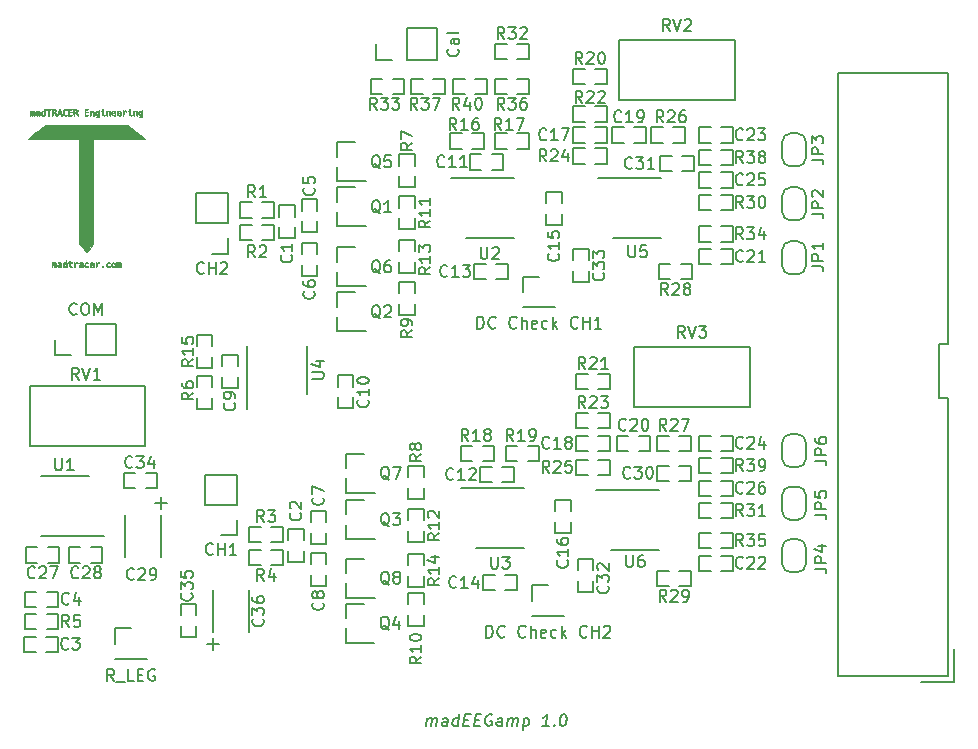
<source format=gbr>
G04 #@! TF.GenerationSoftware,KiCad,Pcbnew,5.1.4-e60b266~84~ubuntu18.04.1*
G04 #@! TF.CreationDate,2020-01-12T21:58:28+06:00*
G04 #@! TF.ProjectId,madEEGamp,6d616445-4547-4616-9d70-2e6b69636164,rev?*
G04 #@! TF.SameCoordinates,Original*
G04 #@! TF.FileFunction,Legend,Top*
G04 #@! TF.FilePolarity,Positive*
%FSLAX46Y46*%
G04 Gerber Fmt 4.6, Leading zero omitted, Abs format (unit mm)*
G04 Created by KiCad (PCBNEW 5.1.4-e60b266~84~ubuntu18.04.1) date 2020-01-12 21:58:28*
%MOMM*%
%LPD*%
G04 APERTURE LIST*
%ADD10C,0.200000*%
%ADD11C,0.010000*%
%ADD12C,0.150000*%
G04 APERTURE END LIST*
D10*
X48625000Y-142184380D02*
X48708333Y-141517714D01*
X48696428Y-141612952D02*
X48750000Y-141565333D01*
X48851190Y-141517714D01*
X48994047Y-141517714D01*
X49083333Y-141565333D01*
X49119047Y-141660571D01*
X49053571Y-142184380D01*
X49119047Y-141660571D02*
X49178571Y-141565333D01*
X49279761Y-141517714D01*
X49422619Y-141517714D01*
X49511904Y-141565333D01*
X49547619Y-141660571D01*
X49482142Y-142184380D01*
X50386904Y-142184380D02*
X50452380Y-141660571D01*
X50416666Y-141565333D01*
X50327380Y-141517714D01*
X50136904Y-141517714D01*
X50035714Y-141565333D01*
X50392857Y-142136761D02*
X50291666Y-142184380D01*
X50053571Y-142184380D01*
X49964285Y-142136761D01*
X49928571Y-142041523D01*
X49940476Y-141946285D01*
X50000000Y-141851047D01*
X50101190Y-141803428D01*
X50339285Y-141803428D01*
X50440476Y-141755809D01*
X51291666Y-142184380D02*
X51416666Y-141184380D01*
X51297619Y-142136761D02*
X51196428Y-142184380D01*
X51005952Y-142184380D01*
X50916666Y-142136761D01*
X50875000Y-142089142D01*
X50839285Y-141993904D01*
X50875000Y-141708190D01*
X50934523Y-141612952D01*
X50988095Y-141565333D01*
X51089285Y-141517714D01*
X51279761Y-141517714D01*
X51369047Y-141565333D01*
X51833333Y-141660571D02*
X52166666Y-141660571D01*
X52244047Y-142184380D02*
X51767857Y-142184380D01*
X51892857Y-141184380D01*
X52369047Y-141184380D01*
X52738095Y-141660571D02*
X53071428Y-141660571D01*
X53148809Y-142184380D02*
X52672619Y-142184380D01*
X52797619Y-141184380D01*
X53273809Y-141184380D01*
X54220238Y-141232000D02*
X54130952Y-141184380D01*
X53988095Y-141184380D01*
X53839285Y-141232000D01*
X53732142Y-141327238D01*
X53672619Y-141422476D01*
X53601190Y-141612952D01*
X53583333Y-141755809D01*
X53607142Y-141946285D01*
X53642857Y-142041523D01*
X53726190Y-142136761D01*
X53863095Y-142184380D01*
X53958333Y-142184380D01*
X54107142Y-142136761D01*
X54160714Y-142089142D01*
X54202380Y-141755809D01*
X54011904Y-141755809D01*
X55005952Y-142184380D02*
X55071428Y-141660571D01*
X55035714Y-141565333D01*
X54946428Y-141517714D01*
X54755952Y-141517714D01*
X54654761Y-141565333D01*
X55011904Y-142136761D02*
X54910714Y-142184380D01*
X54672619Y-142184380D01*
X54583333Y-142136761D01*
X54547619Y-142041523D01*
X54559523Y-141946285D01*
X54619047Y-141851047D01*
X54720238Y-141803428D01*
X54958333Y-141803428D01*
X55059523Y-141755809D01*
X55482142Y-142184380D02*
X55565476Y-141517714D01*
X55553571Y-141612952D02*
X55607142Y-141565333D01*
X55708333Y-141517714D01*
X55851190Y-141517714D01*
X55940476Y-141565333D01*
X55976190Y-141660571D01*
X55910714Y-142184380D01*
X55976190Y-141660571D02*
X56035714Y-141565333D01*
X56136904Y-141517714D01*
X56279761Y-141517714D01*
X56369047Y-141565333D01*
X56404761Y-141660571D01*
X56339285Y-142184380D01*
X56898809Y-141517714D02*
X56773809Y-142517714D01*
X56892857Y-141565333D02*
X56994047Y-141517714D01*
X57184523Y-141517714D01*
X57273809Y-141565333D01*
X57315476Y-141612952D01*
X57351190Y-141708190D01*
X57315476Y-141993904D01*
X57255952Y-142089142D01*
X57202380Y-142136761D01*
X57101190Y-142184380D01*
X56910714Y-142184380D01*
X56821428Y-142136761D01*
X59005952Y-142184380D02*
X58434523Y-142184380D01*
X58720238Y-142184380D02*
X58845238Y-141184380D01*
X58732142Y-141327238D01*
X58625000Y-141422476D01*
X58523809Y-141470095D01*
X59446428Y-142089142D02*
X59488095Y-142136761D01*
X59434523Y-142184380D01*
X59392857Y-142136761D01*
X59446428Y-142089142D01*
X59434523Y-142184380D01*
X60226190Y-141184380D02*
X60321428Y-141184380D01*
X60410714Y-141232000D01*
X60452380Y-141279619D01*
X60488095Y-141374857D01*
X60511904Y-141565333D01*
X60482142Y-141803428D01*
X60410714Y-141993904D01*
X60351190Y-142089142D01*
X60297619Y-142136761D01*
X60196428Y-142184380D01*
X60101190Y-142184380D01*
X60011904Y-142136761D01*
X59970238Y-142089142D01*
X59934523Y-141993904D01*
X59910714Y-141803428D01*
X59940476Y-141565333D01*
X60011904Y-141374857D01*
X60071428Y-141279619D01*
X60125000Y-141232000D01*
X60226190Y-141184380D01*
X93313000Y-138438000D02*
X90523000Y-138438000D01*
X92063000Y-114427000D02*
X92063000Y-109927000D01*
X92813000Y-137938000D02*
X92813000Y-114427000D01*
X83478600Y-86868000D02*
X92825800Y-86868000D01*
X92813000Y-114427000D02*
X92063000Y-114427000D01*
X83463000Y-137938000D02*
X83478600Y-86868000D01*
X92825800Y-86868000D02*
X92813000Y-109855000D01*
X92813000Y-137938000D02*
X83463000Y-137938000D01*
X92813000Y-109855000D02*
X92063000Y-109855000D01*
X93313000Y-138438000D02*
X93313000Y-135648000D01*
D11*
G36*
X17172445Y-102930644D02*
G01*
X17238580Y-102946372D01*
X17276090Y-102983767D01*
X17293001Y-103051932D01*
X17297335Y-103159970D01*
X17297400Y-103185830D01*
X17294900Y-103278969D01*
X17285959Y-103330950D01*
X17268417Y-103351234D01*
X17259300Y-103352600D01*
X17238599Y-103342143D01*
X17226752Y-103304545D01*
X17221755Y-103230463D01*
X17221200Y-103174800D01*
X17218556Y-103076050D01*
X17209562Y-103019813D01*
X17192624Y-102998025D01*
X17186062Y-102997000D01*
X17150595Y-103021353D01*
X17128605Y-103094484D01*
X17120064Y-103216497D01*
X17119946Y-103231950D01*
X17115135Y-103313740D01*
X17103682Y-103348973D01*
X17089145Y-103340857D01*
X17075082Y-103292599D01*
X17065052Y-103207408D01*
X17063610Y-103181150D01*
X17056700Y-103085398D01*
X17044888Y-103031555D01*
X17025825Y-103010797D01*
X17018000Y-103009700D01*
X16996186Y-103021919D01*
X16982358Y-103064460D01*
X16974166Y-103146149D01*
X16972389Y-103181150D01*
X16965257Y-103277819D01*
X16953006Y-103332017D01*
X16933500Y-103351983D01*
X16927939Y-103352600D01*
X16909226Y-103342375D01*
X16897833Y-103305969D01*
X16892267Y-103234787D01*
X16891000Y-103140100D01*
X16891000Y-102927601D01*
X17069661Y-102927480D01*
X17172445Y-102930644D01*
X17172445Y-102930644D01*
G37*
X17172445Y-102930644D02*
X17238580Y-102946372D01*
X17276090Y-102983767D01*
X17293001Y-103051932D01*
X17297335Y-103159970D01*
X17297400Y-103185830D01*
X17294900Y-103278969D01*
X17285959Y-103330950D01*
X17268417Y-103351234D01*
X17259300Y-103352600D01*
X17238599Y-103342143D01*
X17226752Y-103304545D01*
X17221755Y-103230463D01*
X17221200Y-103174800D01*
X17218556Y-103076050D01*
X17209562Y-103019813D01*
X17192624Y-102998025D01*
X17186062Y-102997000D01*
X17150595Y-103021353D01*
X17128605Y-103094484D01*
X17120064Y-103216497D01*
X17119946Y-103231950D01*
X17115135Y-103313740D01*
X17103682Y-103348973D01*
X17089145Y-103340857D01*
X17075082Y-103292599D01*
X17065052Y-103207408D01*
X17063610Y-103181150D01*
X17056700Y-103085398D01*
X17044888Y-103031555D01*
X17025825Y-103010797D01*
X17018000Y-103009700D01*
X16996186Y-103021919D01*
X16982358Y-103064460D01*
X16974166Y-103146149D01*
X16972389Y-103181150D01*
X16965257Y-103277819D01*
X16953006Y-103332017D01*
X16933500Y-103351983D01*
X16927939Y-103352600D01*
X16909226Y-103342375D01*
X16897833Y-103305969D01*
X16892267Y-103234787D01*
X16891000Y-103140100D01*
X16891000Y-102927601D01*
X17069661Y-102927480D01*
X17172445Y-102930644D01*
G36*
X17618026Y-102935948D02*
G01*
X17676137Y-102969401D01*
X17678400Y-102971600D01*
X17705867Y-103020662D01*
X17724197Y-103094545D01*
X17732912Y-103178924D01*
X17731536Y-103259471D01*
X17719589Y-103321862D01*
X17696595Y-103351771D01*
X17691100Y-103352600D01*
X17657305Y-103338411D01*
X17653000Y-103326306D01*
X17637451Y-103312986D01*
X17603869Y-103326306D01*
X17516761Y-103351204D01*
X17439486Y-103332764D01*
X17413514Y-103312685D01*
X17374741Y-103246253D01*
X17376365Y-103221239D01*
X17454383Y-103221239D01*
X17456892Y-103260326D01*
X17489334Y-103274958D01*
X17523339Y-103276400D01*
X17596523Y-103258739D01*
X17629059Y-103222873D01*
X17643829Y-103165790D01*
X17618171Y-103135172D01*
X17557537Y-103135676D01*
X17534572Y-103142182D01*
X17473844Y-103180587D01*
X17454383Y-103221239D01*
X17376365Y-103221239D01*
X17379119Y-103178824D01*
X17420292Y-103120804D01*
X17491908Y-103082598D01*
X17559750Y-103073200D01*
X17620212Y-103066901D01*
X17651712Y-103051323D01*
X17653000Y-103046981D01*
X17630831Y-103015852D01*
X17576439Y-102995906D01*
X17507993Y-102991908D01*
X17469084Y-102998753D01*
X17416442Y-103007025D01*
X17399132Y-102988654D01*
X17399000Y-102985244D01*
X17420499Y-102946980D01*
X17474585Y-102925500D01*
X17545634Y-102921569D01*
X17618026Y-102935948D01*
X17618026Y-102935948D01*
G37*
X17618026Y-102935948D02*
X17676137Y-102969401D01*
X17678400Y-102971600D01*
X17705867Y-103020662D01*
X17724197Y-103094545D01*
X17732912Y-103178924D01*
X17731536Y-103259471D01*
X17719589Y-103321862D01*
X17696595Y-103351771D01*
X17691100Y-103352600D01*
X17657305Y-103338411D01*
X17653000Y-103326306D01*
X17637451Y-103312986D01*
X17603869Y-103326306D01*
X17516761Y-103351204D01*
X17439486Y-103332764D01*
X17413514Y-103312685D01*
X17374741Y-103246253D01*
X17376365Y-103221239D01*
X17454383Y-103221239D01*
X17456892Y-103260326D01*
X17489334Y-103274958D01*
X17523339Y-103276400D01*
X17596523Y-103258739D01*
X17629059Y-103222873D01*
X17643829Y-103165790D01*
X17618171Y-103135172D01*
X17557537Y-103135676D01*
X17534572Y-103142182D01*
X17473844Y-103180587D01*
X17454383Y-103221239D01*
X17376365Y-103221239D01*
X17379119Y-103178824D01*
X17420292Y-103120804D01*
X17491908Y-103082598D01*
X17559750Y-103073200D01*
X17620212Y-103066901D01*
X17651712Y-103051323D01*
X17653000Y-103046981D01*
X17630831Y-103015852D01*
X17576439Y-102995906D01*
X17507993Y-102991908D01*
X17469084Y-102998753D01*
X17416442Y-103007025D01*
X17399132Y-102988654D01*
X17399000Y-102985244D01*
X17420499Y-102946980D01*
X17474585Y-102925500D01*
X17545634Y-102921569D01*
X17618026Y-102935948D01*
G36*
X18139768Y-102776278D02*
G01*
X18150947Y-102805227D01*
X18157495Y-102863217D01*
X18160472Y-102958217D01*
X18161000Y-103054976D01*
X18161000Y-103341552D01*
X18035399Y-103347017D01*
X17954139Y-103346340D01*
X17905341Y-103331690D01*
X17871388Y-103297633D01*
X17870299Y-103296089D01*
X17839731Y-103217193D01*
X17832707Y-103117869D01*
X17833773Y-103111671D01*
X17906953Y-103111671D01*
X17912502Y-103187835D01*
X17937343Y-103250438D01*
X17946863Y-103261835D01*
X17998605Y-103290572D01*
X18043178Y-103274409D01*
X18074066Y-103219239D01*
X18084800Y-103137068D01*
X18072165Y-103046607D01*
X18036723Y-102995695D01*
X17982165Y-102988145D01*
X17952105Y-103000047D01*
X17920290Y-103042293D01*
X17906953Y-103111671D01*
X17833773Y-103111671D01*
X17849093Y-103022638D01*
X17872030Y-102974838D01*
X17915155Y-102933249D01*
X17974888Y-102923885D01*
X17999030Y-102925986D01*
X18056958Y-102929068D01*
X18080345Y-102910592D01*
X18084794Y-102857135D01*
X18084800Y-102852199D01*
X18094137Y-102788496D01*
X18122900Y-102768400D01*
X18139768Y-102776278D01*
X18139768Y-102776278D01*
G37*
X18139768Y-102776278D02*
X18150947Y-102805227D01*
X18157495Y-102863217D01*
X18160472Y-102958217D01*
X18161000Y-103054976D01*
X18161000Y-103341552D01*
X18035399Y-103347017D01*
X17954139Y-103346340D01*
X17905341Y-103331690D01*
X17871388Y-103297633D01*
X17870299Y-103296089D01*
X17839731Y-103217193D01*
X17832707Y-103117869D01*
X17833773Y-103111671D01*
X17906953Y-103111671D01*
X17912502Y-103187835D01*
X17937343Y-103250438D01*
X17946863Y-103261835D01*
X17998605Y-103290572D01*
X18043178Y-103274409D01*
X18074066Y-103219239D01*
X18084800Y-103137068D01*
X18072165Y-103046607D01*
X18036723Y-102995695D01*
X17982165Y-102988145D01*
X17952105Y-103000047D01*
X17920290Y-103042293D01*
X17906953Y-103111671D01*
X17833773Y-103111671D01*
X17849093Y-103022638D01*
X17872030Y-102974838D01*
X17915155Y-102933249D01*
X17974888Y-102923885D01*
X17999030Y-102925986D01*
X18056958Y-102929068D01*
X18080345Y-102910592D01*
X18084794Y-102857135D01*
X18084800Y-102852199D01*
X18094137Y-102788496D01*
X18122900Y-102768400D01*
X18139768Y-102776278D01*
G36*
X18458342Y-102815880D02*
G01*
X18465800Y-102857300D01*
X18474001Y-102902681D01*
X18508863Y-102919283D01*
X18542000Y-102920800D01*
X18595502Y-102928157D01*
X18618194Y-102945883D01*
X18618200Y-102946200D01*
X18596128Y-102964034D01*
X18542948Y-102971598D01*
X18542000Y-102971600D01*
X18497840Y-102974106D01*
X18475226Y-102990115D01*
X18466949Y-103032362D01*
X18465800Y-103106219D01*
X18474617Y-103211910D01*
X18503002Y-103274928D01*
X18553853Y-103300586D01*
X18572480Y-103301800D01*
X18610912Y-103313484D01*
X18618200Y-103327200D01*
X18595887Y-103344056D01*
X18541091Y-103352404D01*
X18530193Y-103352600D01*
X18453574Y-103339259D01*
X18415893Y-103303469D01*
X18401065Y-103250971D01*
X18391530Y-103169602D01*
X18389600Y-103112969D01*
X18387447Y-103031651D01*
X18378117Y-102989069D01*
X18357306Y-102973242D01*
X18338800Y-102971600D01*
X18297525Y-102960963D01*
X18288000Y-102946200D01*
X18309273Y-102925562D01*
X18338800Y-102920800D01*
X18378635Y-102905917D01*
X18389600Y-102857300D01*
X18402848Y-102806228D01*
X18427700Y-102793800D01*
X18458342Y-102815880D01*
X18458342Y-102815880D01*
G37*
X18458342Y-102815880D02*
X18465800Y-102857300D01*
X18474001Y-102902681D01*
X18508863Y-102919283D01*
X18542000Y-102920800D01*
X18595502Y-102928157D01*
X18618194Y-102945883D01*
X18618200Y-102946200D01*
X18596128Y-102964034D01*
X18542948Y-102971598D01*
X18542000Y-102971600D01*
X18497840Y-102974106D01*
X18475226Y-102990115D01*
X18466949Y-103032362D01*
X18465800Y-103106219D01*
X18474617Y-103211910D01*
X18503002Y-103274928D01*
X18553853Y-103300586D01*
X18572480Y-103301800D01*
X18610912Y-103313484D01*
X18618200Y-103327200D01*
X18595887Y-103344056D01*
X18541091Y-103352404D01*
X18530193Y-103352600D01*
X18453574Y-103339259D01*
X18415893Y-103303469D01*
X18401065Y-103250971D01*
X18391530Y-103169602D01*
X18389600Y-103112969D01*
X18387447Y-103031651D01*
X18378117Y-102989069D01*
X18357306Y-102973242D01*
X18338800Y-102971600D01*
X18297525Y-102960963D01*
X18288000Y-102946200D01*
X18309273Y-102925562D01*
X18338800Y-102920800D01*
X18378635Y-102905917D01*
X18389600Y-102857300D01*
X18402848Y-102806228D01*
X18427700Y-102793800D01*
X18458342Y-102815880D01*
G36*
X19081164Y-102929050D02*
G01*
X19100111Y-102959956D01*
X19100800Y-102972862D01*
X19092714Y-103009024D01*
X19061690Y-103003012D01*
X19059092Y-103001583D01*
X18989678Y-102983814D01*
X18933583Y-103011790D01*
X18893966Y-103081482D01*
X18873987Y-103188860D01*
X18872200Y-103239953D01*
X18867070Y-103314688D01*
X18849678Y-103348361D01*
X18834100Y-103352600D01*
X18815052Y-103343382D01*
X18803393Y-103309829D01*
X18797564Y-103243091D01*
X18796000Y-103136700D01*
X18797626Y-103028761D01*
X18803547Y-102962699D01*
X18815324Y-102929662D01*
X18834100Y-102920800D01*
X18867342Y-102941272D01*
X18872200Y-102960714D01*
X18876184Y-102987168D01*
X18896525Y-102975863D01*
X18912114Y-102960714D01*
X18966344Y-102931109D01*
X19026414Y-102920800D01*
X19081164Y-102929050D01*
X19081164Y-102929050D01*
G37*
X19081164Y-102929050D02*
X19100111Y-102959956D01*
X19100800Y-102972862D01*
X19092714Y-103009024D01*
X19061690Y-103003012D01*
X19059092Y-103001583D01*
X18989678Y-102983814D01*
X18933583Y-103011790D01*
X18893966Y-103081482D01*
X18873987Y-103188860D01*
X18872200Y-103239953D01*
X18867070Y-103314688D01*
X18849678Y-103348361D01*
X18834100Y-103352600D01*
X18815052Y-103343382D01*
X18803393Y-103309829D01*
X18797564Y-103243091D01*
X18796000Y-103136700D01*
X18797626Y-103028761D01*
X18803547Y-102962699D01*
X18815324Y-102929662D01*
X18834100Y-102920800D01*
X18867342Y-102941272D01*
X18872200Y-102960714D01*
X18876184Y-102987168D01*
X18896525Y-102975863D01*
X18912114Y-102960714D01*
X18966344Y-102931109D01*
X19026414Y-102920800D01*
X19081164Y-102929050D01*
G36*
X19446826Y-102935948D02*
G01*
X19504937Y-102969401D01*
X19507200Y-102971600D01*
X19534667Y-103020662D01*
X19552997Y-103094545D01*
X19561712Y-103178924D01*
X19560336Y-103259471D01*
X19548389Y-103321862D01*
X19525395Y-103351771D01*
X19519900Y-103352600D01*
X19486105Y-103338411D01*
X19481800Y-103326306D01*
X19466251Y-103312986D01*
X19432669Y-103326306D01*
X19345561Y-103351204D01*
X19268286Y-103332764D01*
X19242314Y-103312685D01*
X19203541Y-103246253D01*
X19205165Y-103221239D01*
X19283183Y-103221239D01*
X19285692Y-103260326D01*
X19318134Y-103274958D01*
X19352139Y-103276400D01*
X19425323Y-103258739D01*
X19457859Y-103222873D01*
X19472629Y-103165790D01*
X19446971Y-103135172D01*
X19386337Y-103135676D01*
X19363372Y-103142182D01*
X19302644Y-103180587D01*
X19283183Y-103221239D01*
X19205165Y-103221239D01*
X19207919Y-103178824D01*
X19249092Y-103120804D01*
X19320708Y-103082598D01*
X19388550Y-103073200D01*
X19449012Y-103066901D01*
X19480512Y-103051323D01*
X19481800Y-103046981D01*
X19459631Y-103015852D01*
X19405239Y-102995906D01*
X19336793Y-102991908D01*
X19297884Y-102998753D01*
X19245242Y-103007025D01*
X19227932Y-102988654D01*
X19227800Y-102985244D01*
X19249299Y-102946980D01*
X19303385Y-102925500D01*
X19374434Y-102921569D01*
X19446826Y-102935948D01*
X19446826Y-102935948D01*
G37*
X19446826Y-102935948D02*
X19504937Y-102969401D01*
X19507200Y-102971600D01*
X19534667Y-103020662D01*
X19552997Y-103094545D01*
X19561712Y-103178924D01*
X19560336Y-103259471D01*
X19548389Y-103321862D01*
X19525395Y-103351771D01*
X19519900Y-103352600D01*
X19486105Y-103338411D01*
X19481800Y-103326306D01*
X19466251Y-103312986D01*
X19432669Y-103326306D01*
X19345561Y-103351204D01*
X19268286Y-103332764D01*
X19242314Y-103312685D01*
X19203541Y-103246253D01*
X19205165Y-103221239D01*
X19283183Y-103221239D01*
X19285692Y-103260326D01*
X19318134Y-103274958D01*
X19352139Y-103276400D01*
X19425323Y-103258739D01*
X19457859Y-103222873D01*
X19472629Y-103165790D01*
X19446971Y-103135172D01*
X19386337Y-103135676D01*
X19363372Y-103142182D01*
X19302644Y-103180587D01*
X19283183Y-103221239D01*
X19205165Y-103221239D01*
X19207919Y-103178824D01*
X19249092Y-103120804D01*
X19320708Y-103082598D01*
X19388550Y-103073200D01*
X19449012Y-103066901D01*
X19480512Y-103051323D01*
X19481800Y-103046981D01*
X19459631Y-103015852D01*
X19405239Y-102995906D01*
X19336793Y-102991908D01*
X19297884Y-102998753D01*
X19245242Y-103007025D01*
X19227932Y-102988654D01*
X19227800Y-102985244D01*
X19249299Y-102946980D01*
X19303385Y-102925500D01*
X19374434Y-102921569D01*
X19446826Y-102935948D01*
G36*
X19966664Y-102948364D02*
G01*
X19985069Y-102978035D01*
X19983488Y-103008112D01*
X19952901Y-103006768D01*
X19934528Y-103000328D01*
X19853564Y-102990898D01*
X19790065Y-103021746D01*
X19752114Y-103083219D01*
X19747797Y-103165668D01*
X19759716Y-103208997D01*
X19804218Y-103268386D01*
X19874738Y-103284884D01*
X19934528Y-103271718D01*
X19977305Y-103262377D01*
X19986962Y-103282662D01*
X19985117Y-103295364D01*
X19955727Y-103332019D01*
X19896812Y-103349022D01*
X19825939Y-103345765D01*
X19760676Y-103321642D01*
X19737893Y-103303893D01*
X19680165Y-103217488D01*
X19664554Y-103126278D01*
X19686033Y-103040889D01*
X19739575Y-102971947D01*
X19820154Y-102930077D01*
X19917107Y-102925044D01*
X19966664Y-102948364D01*
X19966664Y-102948364D01*
G37*
X19966664Y-102948364D02*
X19985069Y-102978035D01*
X19983488Y-103008112D01*
X19952901Y-103006768D01*
X19934528Y-103000328D01*
X19853564Y-102990898D01*
X19790065Y-103021746D01*
X19752114Y-103083219D01*
X19747797Y-103165668D01*
X19759716Y-103208997D01*
X19804218Y-103268386D01*
X19874738Y-103284884D01*
X19934528Y-103271718D01*
X19977305Y-103262377D01*
X19986962Y-103282662D01*
X19985117Y-103295364D01*
X19955727Y-103332019D01*
X19896812Y-103349022D01*
X19825939Y-103345765D01*
X19760676Y-103321642D01*
X19737893Y-103303893D01*
X19680165Y-103217488D01*
X19664554Y-103126278D01*
X19686033Y-103040889D01*
X19739575Y-102971947D01*
X19820154Y-102930077D01*
X19917107Y-102925044D01*
X19966664Y-102948364D01*
G36*
X20406862Y-102951142D02*
G01*
X20456798Y-103009929D01*
X20472400Y-103081550D01*
X20469293Y-103120369D01*
X20451657Y-103140578D01*
X20407021Y-103148234D01*
X20332700Y-103149400D01*
X20240513Y-103157108D01*
X20194838Y-103179176D01*
X20196779Y-103214016D01*
X20247442Y-103260039D01*
X20253071Y-103263789D01*
X20315936Y-103289421D01*
X20381725Y-103277074D01*
X20440612Y-103256211D01*
X20466172Y-103255537D01*
X20472283Y-103276479D01*
X20472400Y-103286382D01*
X20451009Y-103326564D01*
X20396752Y-103349008D01*
X20324498Y-103353346D01*
X20249120Y-103339209D01*
X20185487Y-103306231D01*
X20172027Y-103293812D01*
X20126563Y-103213075D01*
X20115583Y-103117505D01*
X20127376Y-103071461D01*
X20195419Y-103071461D01*
X20215080Y-103091771D01*
X20277607Y-103098458D01*
X20294600Y-103098600D01*
X20365907Y-103092028D01*
X20394783Y-103070641D01*
X20396200Y-103061393D01*
X20375778Y-103016069D01*
X20326973Y-102992776D01*
X20268474Y-102994447D01*
X20218973Y-103024014D01*
X20212438Y-103032558D01*
X20195419Y-103071461D01*
X20127376Y-103071461D01*
X20138868Y-103026594D01*
X20175587Y-102976027D01*
X20253534Y-102929667D01*
X20334867Y-102922880D01*
X20406862Y-102951142D01*
X20406862Y-102951142D01*
G37*
X20406862Y-102951142D02*
X20456798Y-103009929D01*
X20472400Y-103081550D01*
X20469293Y-103120369D01*
X20451657Y-103140578D01*
X20407021Y-103148234D01*
X20332700Y-103149400D01*
X20240513Y-103157108D01*
X20194838Y-103179176D01*
X20196779Y-103214016D01*
X20247442Y-103260039D01*
X20253071Y-103263789D01*
X20315936Y-103289421D01*
X20381725Y-103277074D01*
X20440612Y-103256211D01*
X20466172Y-103255537D01*
X20472283Y-103276479D01*
X20472400Y-103286382D01*
X20451009Y-103326564D01*
X20396752Y-103349008D01*
X20324498Y-103353346D01*
X20249120Y-103339209D01*
X20185487Y-103306231D01*
X20172027Y-103293812D01*
X20126563Y-103213075D01*
X20115583Y-103117505D01*
X20127376Y-103071461D01*
X20195419Y-103071461D01*
X20215080Y-103091771D01*
X20277607Y-103098458D01*
X20294600Y-103098600D01*
X20365907Y-103092028D01*
X20394783Y-103070641D01*
X20396200Y-103061393D01*
X20375778Y-103016069D01*
X20326973Y-102992776D01*
X20268474Y-102994447D01*
X20218973Y-103024014D01*
X20212438Y-103032558D01*
X20195419Y-103071461D01*
X20127376Y-103071461D01*
X20138868Y-103026594D01*
X20175587Y-102976027D01*
X20253534Y-102929667D01*
X20334867Y-102922880D01*
X20406862Y-102951142D01*
G36*
X20909964Y-102929050D02*
G01*
X20928911Y-102959956D01*
X20929600Y-102972862D01*
X20921514Y-103009024D01*
X20890490Y-103003012D01*
X20887892Y-103001583D01*
X20818478Y-102983814D01*
X20762383Y-103011790D01*
X20722766Y-103081482D01*
X20702787Y-103188860D01*
X20701000Y-103239953D01*
X20695870Y-103314688D01*
X20678478Y-103348361D01*
X20662900Y-103352600D01*
X20643852Y-103343382D01*
X20632193Y-103309829D01*
X20626364Y-103243091D01*
X20624800Y-103136700D01*
X20626426Y-103028761D01*
X20632347Y-102962699D01*
X20644124Y-102929662D01*
X20662900Y-102920800D01*
X20696142Y-102941272D01*
X20701000Y-102960714D01*
X20704984Y-102987168D01*
X20725325Y-102975863D01*
X20740914Y-102960714D01*
X20795144Y-102931109D01*
X20855214Y-102920800D01*
X20909964Y-102929050D01*
X20909964Y-102929050D01*
G37*
X20909964Y-102929050D02*
X20928911Y-102959956D01*
X20929600Y-102972862D01*
X20921514Y-103009024D01*
X20890490Y-103003012D01*
X20887892Y-103001583D01*
X20818478Y-102983814D01*
X20762383Y-103011790D01*
X20722766Y-103081482D01*
X20702787Y-103188860D01*
X20701000Y-103239953D01*
X20695870Y-103314688D01*
X20678478Y-103348361D01*
X20662900Y-103352600D01*
X20643852Y-103343382D01*
X20632193Y-103309829D01*
X20626364Y-103243091D01*
X20624800Y-103136700D01*
X20626426Y-103028761D01*
X20632347Y-102962699D01*
X20644124Y-102929662D01*
X20662900Y-102920800D01*
X20696142Y-102941272D01*
X20701000Y-102960714D01*
X20704984Y-102987168D01*
X20725325Y-102975863D01*
X20740914Y-102960714D01*
X20795144Y-102931109D01*
X20855214Y-102920800D01*
X20909964Y-102929050D01*
G36*
X21249619Y-103241657D02*
G01*
X21259800Y-103289100D01*
X21247360Y-103339458D01*
X21211717Y-103352600D01*
X21165914Y-103337984D01*
X21151959Y-103320850D01*
X21150108Y-103263211D01*
X21186402Y-103229345D01*
X21211116Y-103225600D01*
X21249619Y-103241657D01*
X21249619Y-103241657D01*
G37*
X21249619Y-103241657D02*
X21259800Y-103289100D01*
X21247360Y-103339458D01*
X21211717Y-103352600D01*
X21165914Y-103337984D01*
X21151959Y-103320850D01*
X21150108Y-103263211D01*
X21186402Y-103229345D01*
X21211116Y-103225600D01*
X21249619Y-103241657D01*
G36*
X21795464Y-102948364D02*
G01*
X21813869Y-102978035D01*
X21812288Y-103008112D01*
X21781701Y-103006768D01*
X21763328Y-103000328D01*
X21682364Y-102990898D01*
X21618865Y-103021746D01*
X21580914Y-103083219D01*
X21576597Y-103165668D01*
X21588516Y-103208997D01*
X21633018Y-103268386D01*
X21703538Y-103284884D01*
X21763328Y-103271718D01*
X21806105Y-103262377D01*
X21815762Y-103282662D01*
X21813917Y-103295364D01*
X21784527Y-103332019D01*
X21725612Y-103349022D01*
X21654739Y-103345765D01*
X21589476Y-103321642D01*
X21566693Y-103303893D01*
X21508965Y-103217488D01*
X21493354Y-103126278D01*
X21514833Y-103040889D01*
X21568375Y-102971947D01*
X21648954Y-102930077D01*
X21745907Y-102925044D01*
X21795464Y-102948364D01*
X21795464Y-102948364D01*
G37*
X21795464Y-102948364D02*
X21813869Y-102978035D01*
X21812288Y-103008112D01*
X21781701Y-103006768D01*
X21763328Y-103000328D01*
X21682364Y-102990898D01*
X21618865Y-103021746D01*
X21580914Y-103083219D01*
X21576597Y-103165668D01*
X21588516Y-103208997D01*
X21633018Y-103268386D01*
X21703538Y-103284884D01*
X21763328Y-103271718D01*
X21806105Y-103262377D01*
X21815762Y-103282662D01*
X21813917Y-103295364D01*
X21784527Y-103332019D01*
X21725612Y-103349022D01*
X21654739Y-103345765D01*
X21589476Y-103321642D01*
X21566693Y-103303893D01*
X21508965Y-103217488D01*
X21493354Y-103126278D01*
X21514833Y-103040889D01*
X21568375Y-102971947D01*
X21648954Y-102930077D01*
X21745907Y-102925044D01*
X21795464Y-102948364D01*
G36*
X22212420Y-102941865D02*
G01*
X22272051Y-103002878D01*
X22299596Y-103100564D01*
X22301200Y-103136700D01*
X22283852Y-103244796D01*
X22233606Y-103317204D01*
X22153158Y-103350652D01*
X22123400Y-103352600D01*
X22048819Y-103335376D01*
X21996400Y-103301800D01*
X21957974Y-103237228D01*
X21945610Y-103140361D01*
X21945600Y-103136700D01*
X22022577Y-103136700D01*
X22033605Y-103220599D01*
X22070669Y-103269437D01*
X22098000Y-103283286D01*
X22133903Y-103297100D01*
X22140635Y-103299794D01*
X22159574Y-103286004D01*
X22185085Y-103261885D01*
X22218216Y-103203805D01*
X22225557Y-103133479D01*
X22211211Y-103064599D01*
X22179278Y-103010862D01*
X22133860Y-102985958D01*
X22103614Y-102989876D01*
X22049686Y-103024659D01*
X22025723Y-103085457D01*
X22022577Y-103136700D01*
X21945600Y-103136700D01*
X21962947Y-103028603D01*
X22013193Y-102956195D01*
X22093641Y-102922747D01*
X22123400Y-102920800D01*
X22212420Y-102941865D01*
X22212420Y-102941865D01*
G37*
X22212420Y-102941865D02*
X22272051Y-103002878D01*
X22299596Y-103100564D01*
X22301200Y-103136700D01*
X22283852Y-103244796D01*
X22233606Y-103317204D01*
X22153158Y-103350652D01*
X22123400Y-103352600D01*
X22048819Y-103335376D01*
X21996400Y-103301800D01*
X21957974Y-103237228D01*
X21945610Y-103140361D01*
X21945600Y-103136700D01*
X22022577Y-103136700D01*
X22033605Y-103220599D01*
X22070669Y-103269437D01*
X22098000Y-103283286D01*
X22133903Y-103297100D01*
X22140635Y-103299794D01*
X22159574Y-103286004D01*
X22185085Y-103261885D01*
X22218216Y-103203805D01*
X22225557Y-103133479D01*
X22211211Y-103064599D01*
X22179278Y-103010862D01*
X22133860Y-102985958D01*
X22103614Y-102989876D01*
X22049686Y-103024659D01*
X22025723Y-103085457D01*
X22022577Y-103136700D01*
X21945600Y-103136700D01*
X21962947Y-103028603D01*
X22013193Y-102956195D01*
X22093641Y-102922747D01*
X22123400Y-102920800D01*
X22212420Y-102941865D01*
G36*
X22658845Y-102930644D02*
G01*
X22724980Y-102946372D01*
X22762490Y-102983767D01*
X22779401Y-103051932D01*
X22783735Y-103159970D01*
X22783800Y-103185830D01*
X22781300Y-103278969D01*
X22772359Y-103330950D01*
X22754817Y-103351234D01*
X22745700Y-103352600D01*
X22724999Y-103342143D01*
X22713152Y-103304545D01*
X22708155Y-103230463D01*
X22707600Y-103174800D01*
X22704956Y-103076050D01*
X22695962Y-103019813D01*
X22679024Y-102998025D01*
X22672462Y-102997000D01*
X22636995Y-103021353D01*
X22615005Y-103094484D01*
X22606464Y-103216497D01*
X22606346Y-103231950D01*
X22601535Y-103313740D01*
X22590082Y-103348973D01*
X22575545Y-103340857D01*
X22561482Y-103292599D01*
X22551452Y-103207408D01*
X22550010Y-103181150D01*
X22543100Y-103085398D01*
X22531288Y-103031555D01*
X22512225Y-103010797D01*
X22504400Y-103009700D01*
X22482586Y-103021919D01*
X22468758Y-103064460D01*
X22460566Y-103146149D01*
X22458789Y-103181150D01*
X22451657Y-103277819D01*
X22439406Y-103332017D01*
X22419900Y-103351983D01*
X22414339Y-103352600D01*
X22395626Y-103342375D01*
X22384233Y-103305969D01*
X22378667Y-103234787D01*
X22377400Y-103140100D01*
X22377400Y-102927601D01*
X22556061Y-102927480D01*
X22658845Y-102930644D01*
X22658845Y-102930644D01*
G37*
X22658845Y-102930644D02*
X22724980Y-102946372D01*
X22762490Y-102983767D01*
X22779401Y-103051932D01*
X22783735Y-103159970D01*
X22783800Y-103185830D01*
X22781300Y-103278969D01*
X22772359Y-103330950D01*
X22754817Y-103351234D01*
X22745700Y-103352600D01*
X22724999Y-103342143D01*
X22713152Y-103304545D01*
X22708155Y-103230463D01*
X22707600Y-103174800D01*
X22704956Y-103076050D01*
X22695962Y-103019813D01*
X22679024Y-102998025D01*
X22672462Y-102997000D01*
X22636995Y-103021353D01*
X22615005Y-103094484D01*
X22606464Y-103216497D01*
X22606346Y-103231950D01*
X22601535Y-103313740D01*
X22590082Y-103348973D01*
X22575545Y-103340857D01*
X22561482Y-103292599D01*
X22551452Y-103207408D01*
X22550010Y-103181150D01*
X22543100Y-103085398D01*
X22531288Y-103031555D01*
X22512225Y-103010797D01*
X22504400Y-103009700D01*
X22482586Y-103021919D01*
X22468758Y-103064460D01*
X22460566Y-103146149D01*
X22458789Y-103181150D01*
X22451657Y-103277819D01*
X22439406Y-103332017D01*
X22419900Y-103351983D01*
X22414339Y-103352600D01*
X22395626Y-103342375D01*
X22384233Y-103305969D01*
X22378667Y-103234787D01*
X22377400Y-103140100D01*
X22377400Y-102927601D01*
X22556061Y-102927480D01*
X22658845Y-102930644D01*
G36*
X21419202Y-91280416D02*
G01*
X21762010Y-91280796D01*
X22079033Y-91281410D01*
X22367372Y-91282248D01*
X22624128Y-91283302D01*
X22846402Y-91284562D01*
X23031295Y-91286018D01*
X23175907Y-91287661D01*
X23277339Y-91289481D01*
X23332692Y-91291470D01*
X23342600Y-91292801D01*
X23361896Y-91312047D01*
X23416794Y-91358869D01*
X23502809Y-91429639D01*
X23615456Y-91520730D01*
X23750251Y-91628513D01*
X23902708Y-91749361D01*
X24060150Y-91873224D01*
X24225671Y-92003421D01*
X24378183Y-92124224D01*
X24513132Y-92231962D01*
X24625964Y-92322963D01*
X24712125Y-92393555D01*
X24767060Y-92440068D01*
X24786166Y-92458573D01*
X24762680Y-92462342D01*
X24691233Y-92465859D01*
X24574660Y-92469095D01*
X24415801Y-92472020D01*
X24217492Y-92474604D01*
X23982571Y-92476817D01*
X23713876Y-92478630D01*
X23414244Y-92480013D01*
X23086512Y-92480936D01*
X22733519Y-92481369D01*
X22608116Y-92481400D01*
X20421600Y-92481400D01*
X20421600Y-101397886D01*
X20136157Y-101740243D01*
X20043004Y-101851078D01*
X19961087Y-101946857D01*
X19895870Y-102021324D01*
X19852822Y-102068225D01*
X19837707Y-102081743D01*
X19818027Y-102062916D01*
X19771467Y-102011210D01*
X19703497Y-101932913D01*
X19619585Y-101834314D01*
X19538950Y-101738206D01*
X19253200Y-101395524D01*
X19253200Y-92481400D01*
X17068800Y-92481400D01*
X16740577Y-92481183D01*
X16427329Y-92480556D01*
X16132719Y-92479550D01*
X15860412Y-92478197D01*
X15614074Y-92476528D01*
X15397370Y-92474577D01*
X15213963Y-92472374D01*
X15067520Y-92469953D01*
X14961704Y-92467344D01*
X14900182Y-92464580D01*
X14885299Y-92462350D01*
X14904850Y-92442845D01*
X14960027Y-92395942D01*
X15046268Y-92325313D01*
X15159011Y-92234632D01*
X15293693Y-92127572D01*
X15445752Y-92007806D01*
X15587259Y-91897200D01*
X15752168Y-91768571D01*
X15905128Y-91648935D01*
X16041312Y-91542093D01*
X16155891Y-91451847D01*
X16244038Y-91381997D01*
X16300923Y-91336346D01*
X16320966Y-91319528D01*
X16335708Y-91314881D01*
X16371287Y-91310636D01*
X16429795Y-91306770D01*
X16513328Y-91303261D01*
X16623977Y-91300087D01*
X16763837Y-91297223D01*
X16935001Y-91294649D01*
X17139563Y-91292342D01*
X17379615Y-91290278D01*
X17657252Y-91288435D01*
X17974567Y-91286790D01*
X18333653Y-91285322D01*
X18736604Y-91284007D01*
X19185513Y-91282823D01*
X19682474Y-91281746D01*
X19848107Y-91281428D01*
X20265062Y-91280777D01*
X20667829Y-91280398D01*
X21053509Y-91280280D01*
X21419202Y-91280416D01*
X21419202Y-91280416D01*
G37*
X21419202Y-91280416D02*
X21762010Y-91280796D01*
X22079033Y-91281410D01*
X22367372Y-91282248D01*
X22624128Y-91283302D01*
X22846402Y-91284562D01*
X23031295Y-91286018D01*
X23175907Y-91287661D01*
X23277339Y-91289481D01*
X23332692Y-91291470D01*
X23342600Y-91292801D01*
X23361896Y-91312047D01*
X23416794Y-91358869D01*
X23502809Y-91429639D01*
X23615456Y-91520730D01*
X23750251Y-91628513D01*
X23902708Y-91749361D01*
X24060150Y-91873224D01*
X24225671Y-92003421D01*
X24378183Y-92124224D01*
X24513132Y-92231962D01*
X24625964Y-92322963D01*
X24712125Y-92393555D01*
X24767060Y-92440068D01*
X24786166Y-92458573D01*
X24762680Y-92462342D01*
X24691233Y-92465859D01*
X24574660Y-92469095D01*
X24415801Y-92472020D01*
X24217492Y-92474604D01*
X23982571Y-92476817D01*
X23713876Y-92478630D01*
X23414244Y-92480013D01*
X23086512Y-92480936D01*
X22733519Y-92481369D01*
X22608116Y-92481400D01*
X20421600Y-92481400D01*
X20421600Y-101397886D01*
X20136157Y-101740243D01*
X20043004Y-101851078D01*
X19961087Y-101946857D01*
X19895870Y-102021324D01*
X19852822Y-102068225D01*
X19837707Y-102081743D01*
X19818027Y-102062916D01*
X19771467Y-102011210D01*
X19703497Y-101932913D01*
X19619585Y-101834314D01*
X19538950Y-101738206D01*
X19253200Y-101395524D01*
X19253200Y-92481400D01*
X17068800Y-92481400D01*
X16740577Y-92481183D01*
X16427329Y-92480556D01*
X16132719Y-92479550D01*
X15860412Y-92478197D01*
X15614074Y-92476528D01*
X15397370Y-92474577D01*
X15213963Y-92472374D01*
X15067520Y-92469953D01*
X14961704Y-92467344D01*
X14900182Y-92464580D01*
X14885299Y-92462350D01*
X14904850Y-92442845D01*
X14960027Y-92395942D01*
X15046268Y-92325313D01*
X15159011Y-92234632D01*
X15293693Y-92127572D01*
X15445752Y-92007806D01*
X15587259Y-91897200D01*
X15752168Y-91768571D01*
X15905128Y-91648935D01*
X16041312Y-91542093D01*
X16155891Y-91451847D01*
X16244038Y-91381997D01*
X16300923Y-91336346D01*
X16320966Y-91319528D01*
X16335708Y-91314881D01*
X16371287Y-91310636D01*
X16429795Y-91306770D01*
X16513328Y-91303261D01*
X16623977Y-91300087D01*
X16763837Y-91297223D01*
X16935001Y-91294649D01*
X17139563Y-91292342D01*
X17379615Y-91290278D01*
X17657252Y-91288435D01*
X17974567Y-91286790D01*
X18333653Y-91285322D01*
X18736604Y-91284007D01*
X19185513Y-91282823D01*
X19682474Y-91281746D01*
X19848107Y-91281428D01*
X20265062Y-91280777D01*
X20667829Y-91280398D01*
X21053509Y-91280280D01*
X21419202Y-91280416D01*
G36*
X20910485Y-90077574D02*
G01*
X20922133Y-90110983D01*
X20927989Y-90177454D01*
X20929599Y-90285815D01*
X20929600Y-90285969D01*
X20923724Y-90433780D01*
X20905031Y-90538472D01*
X20871923Y-90606470D01*
X20843247Y-90633161D01*
X20797483Y-90647048D01*
X20731753Y-90651737D01*
X20670796Y-90646920D01*
X20641733Y-90635666D01*
X20625229Y-90602302D01*
X20656151Y-90584180D01*
X20715955Y-90581373D01*
X20799486Y-90568734D01*
X20844801Y-90523903D01*
X20853011Y-90480934D01*
X20843748Y-90461845D01*
X20807865Y-90477410D01*
X20806433Y-90478300D01*
X20733892Y-90499266D01*
X20666223Y-90477030D01*
X20611917Y-90419061D01*
X20579465Y-90332829D01*
X20575327Y-90288153D01*
X20652393Y-90288153D01*
X20672295Y-90360156D01*
X20700423Y-90398023D01*
X20758085Y-90433373D01*
X20806206Y-90419920D01*
X20838628Y-90359548D01*
X20839709Y-90355402D01*
X20846454Y-90280299D01*
X20839983Y-90217539D01*
X20816539Y-90162448D01*
X20771601Y-90144805D01*
X20763375Y-90144600D01*
X20701626Y-90165506D01*
X20663401Y-90218314D01*
X20652393Y-90288153D01*
X20575327Y-90288153D01*
X20574000Y-90273830D01*
X20591429Y-90192205D01*
X20636164Y-90125737D01*
X20696873Y-90082389D01*
X20762227Y-90070124D01*
X20820894Y-90096905D01*
X20822920Y-90098880D01*
X20848088Y-90116551D01*
X20853400Y-90098880D01*
X20873887Y-90071874D01*
X20891500Y-90068400D01*
X20910485Y-90077574D01*
X20910485Y-90077574D01*
G37*
X20910485Y-90077574D02*
X20922133Y-90110983D01*
X20927989Y-90177454D01*
X20929599Y-90285815D01*
X20929600Y-90285969D01*
X20923724Y-90433780D01*
X20905031Y-90538472D01*
X20871923Y-90606470D01*
X20843247Y-90633161D01*
X20797483Y-90647048D01*
X20731753Y-90651737D01*
X20670796Y-90646920D01*
X20641733Y-90635666D01*
X20625229Y-90602302D01*
X20656151Y-90584180D01*
X20715955Y-90581373D01*
X20799486Y-90568734D01*
X20844801Y-90523903D01*
X20853011Y-90480934D01*
X20843748Y-90461845D01*
X20807865Y-90477410D01*
X20806433Y-90478300D01*
X20733892Y-90499266D01*
X20666223Y-90477030D01*
X20611917Y-90419061D01*
X20579465Y-90332829D01*
X20575327Y-90288153D01*
X20652393Y-90288153D01*
X20672295Y-90360156D01*
X20700423Y-90398023D01*
X20758085Y-90433373D01*
X20806206Y-90419920D01*
X20838628Y-90359548D01*
X20839709Y-90355402D01*
X20846454Y-90280299D01*
X20839983Y-90217539D01*
X20816539Y-90162448D01*
X20771601Y-90144805D01*
X20763375Y-90144600D01*
X20701626Y-90165506D01*
X20663401Y-90218314D01*
X20652393Y-90288153D01*
X20575327Y-90288153D01*
X20574000Y-90273830D01*
X20591429Y-90192205D01*
X20636164Y-90125737D01*
X20696873Y-90082389D01*
X20762227Y-90070124D01*
X20820894Y-90096905D01*
X20822920Y-90098880D01*
X20848088Y-90116551D01*
X20853400Y-90098880D01*
X20873887Y-90071874D01*
X20891500Y-90068400D01*
X20910485Y-90077574D01*
G36*
X24568085Y-90077574D02*
G01*
X24579733Y-90110983D01*
X24585589Y-90177454D01*
X24587199Y-90285815D01*
X24587200Y-90285969D01*
X24581324Y-90433780D01*
X24562631Y-90538472D01*
X24529523Y-90606470D01*
X24500847Y-90633161D01*
X24455083Y-90647048D01*
X24389353Y-90651737D01*
X24328396Y-90646920D01*
X24299333Y-90635666D01*
X24282829Y-90602302D01*
X24313751Y-90584180D01*
X24373555Y-90581373D01*
X24457086Y-90568734D01*
X24502401Y-90523903D01*
X24510611Y-90480934D01*
X24501348Y-90461845D01*
X24465465Y-90477410D01*
X24464033Y-90478300D01*
X24391492Y-90499266D01*
X24323823Y-90477030D01*
X24269517Y-90419061D01*
X24237065Y-90332829D01*
X24232927Y-90288153D01*
X24309993Y-90288153D01*
X24329895Y-90360156D01*
X24358023Y-90398023D01*
X24415685Y-90433373D01*
X24463806Y-90419920D01*
X24496228Y-90359548D01*
X24497309Y-90355402D01*
X24504054Y-90280299D01*
X24497583Y-90217539D01*
X24474139Y-90162448D01*
X24429201Y-90144805D01*
X24420975Y-90144600D01*
X24359226Y-90165506D01*
X24321001Y-90218314D01*
X24309993Y-90288153D01*
X24232927Y-90288153D01*
X24231600Y-90273830D01*
X24249029Y-90192205D01*
X24293764Y-90125737D01*
X24354473Y-90082389D01*
X24419827Y-90070124D01*
X24478494Y-90096905D01*
X24480519Y-90098880D01*
X24505688Y-90116551D01*
X24511000Y-90098880D01*
X24531487Y-90071874D01*
X24549100Y-90068400D01*
X24568085Y-90077574D01*
X24568085Y-90077574D01*
G37*
X24568085Y-90077574D02*
X24579733Y-90110983D01*
X24585589Y-90177454D01*
X24587199Y-90285815D01*
X24587200Y-90285969D01*
X24581324Y-90433780D01*
X24562631Y-90538472D01*
X24529523Y-90606470D01*
X24500847Y-90633161D01*
X24455083Y-90647048D01*
X24389353Y-90651737D01*
X24328396Y-90646920D01*
X24299333Y-90635666D01*
X24282829Y-90602302D01*
X24313751Y-90584180D01*
X24373555Y-90581373D01*
X24457086Y-90568734D01*
X24502401Y-90523903D01*
X24510611Y-90480934D01*
X24501348Y-90461845D01*
X24465465Y-90477410D01*
X24464033Y-90478300D01*
X24391492Y-90499266D01*
X24323823Y-90477030D01*
X24269517Y-90419061D01*
X24237065Y-90332829D01*
X24232927Y-90288153D01*
X24309993Y-90288153D01*
X24329895Y-90360156D01*
X24358023Y-90398023D01*
X24415685Y-90433373D01*
X24463806Y-90419920D01*
X24496228Y-90359548D01*
X24497309Y-90355402D01*
X24504054Y-90280299D01*
X24497583Y-90217539D01*
X24474139Y-90162448D01*
X24429201Y-90144805D01*
X24420975Y-90144600D01*
X24359226Y-90165506D01*
X24321001Y-90218314D01*
X24309993Y-90288153D01*
X24232927Y-90288153D01*
X24231600Y-90273830D01*
X24249029Y-90192205D01*
X24293764Y-90125737D01*
X24354473Y-90082389D01*
X24419827Y-90070124D01*
X24478494Y-90096905D01*
X24480519Y-90098880D01*
X24505688Y-90116551D01*
X24511000Y-90098880D01*
X24531487Y-90071874D01*
X24549100Y-90068400D01*
X24568085Y-90077574D01*
G36*
X15343645Y-90078244D02*
G01*
X15409780Y-90093972D01*
X15447290Y-90131367D01*
X15464201Y-90199532D01*
X15468535Y-90307570D01*
X15468600Y-90333430D01*
X15466100Y-90426569D01*
X15457159Y-90478550D01*
X15439617Y-90498834D01*
X15430500Y-90500200D01*
X15409799Y-90489743D01*
X15397952Y-90452145D01*
X15392955Y-90378063D01*
X15392400Y-90322400D01*
X15389756Y-90223650D01*
X15380762Y-90167413D01*
X15363824Y-90145625D01*
X15357262Y-90144600D01*
X15321795Y-90168953D01*
X15299805Y-90242084D01*
X15291264Y-90364097D01*
X15291146Y-90379550D01*
X15286335Y-90461340D01*
X15274882Y-90496573D01*
X15260345Y-90488457D01*
X15246282Y-90440199D01*
X15236252Y-90355008D01*
X15234810Y-90328750D01*
X15227900Y-90232998D01*
X15216088Y-90179155D01*
X15197025Y-90158397D01*
X15189200Y-90157300D01*
X15167386Y-90169519D01*
X15153558Y-90212060D01*
X15145366Y-90293749D01*
X15143589Y-90328750D01*
X15136457Y-90425419D01*
X15124206Y-90479617D01*
X15104700Y-90499583D01*
X15099139Y-90500200D01*
X15080426Y-90489975D01*
X15069033Y-90453569D01*
X15063467Y-90382387D01*
X15062200Y-90287700D01*
X15062200Y-90075201D01*
X15240861Y-90075080D01*
X15343645Y-90078244D01*
X15343645Y-90078244D01*
G37*
X15343645Y-90078244D02*
X15409780Y-90093972D01*
X15447290Y-90131367D01*
X15464201Y-90199532D01*
X15468535Y-90307570D01*
X15468600Y-90333430D01*
X15466100Y-90426569D01*
X15457159Y-90478550D01*
X15439617Y-90498834D01*
X15430500Y-90500200D01*
X15409799Y-90489743D01*
X15397952Y-90452145D01*
X15392955Y-90378063D01*
X15392400Y-90322400D01*
X15389756Y-90223650D01*
X15380762Y-90167413D01*
X15363824Y-90145625D01*
X15357262Y-90144600D01*
X15321795Y-90168953D01*
X15299805Y-90242084D01*
X15291264Y-90364097D01*
X15291146Y-90379550D01*
X15286335Y-90461340D01*
X15274882Y-90496573D01*
X15260345Y-90488457D01*
X15246282Y-90440199D01*
X15236252Y-90355008D01*
X15234810Y-90328750D01*
X15227900Y-90232998D01*
X15216088Y-90179155D01*
X15197025Y-90158397D01*
X15189200Y-90157300D01*
X15167386Y-90169519D01*
X15153558Y-90212060D01*
X15145366Y-90293749D01*
X15143589Y-90328750D01*
X15136457Y-90425419D01*
X15124206Y-90479617D01*
X15104700Y-90499583D01*
X15099139Y-90500200D01*
X15080426Y-90489975D01*
X15069033Y-90453569D01*
X15063467Y-90382387D01*
X15062200Y-90287700D01*
X15062200Y-90075201D01*
X15240861Y-90075080D01*
X15343645Y-90078244D01*
G36*
X15789226Y-90083548D02*
G01*
X15847337Y-90117001D01*
X15849600Y-90119200D01*
X15877067Y-90168262D01*
X15895397Y-90242145D01*
X15904112Y-90326524D01*
X15902736Y-90407071D01*
X15890789Y-90469462D01*
X15867795Y-90499371D01*
X15862300Y-90500200D01*
X15828505Y-90486011D01*
X15824200Y-90473906D01*
X15808651Y-90460586D01*
X15775069Y-90473906D01*
X15687961Y-90498804D01*
X15610686Y-90480364D01*
X15584714Y-90460285D01*
X15545941Y-90393853D01*
X15547565Y-90368839D01*
X15625583Y-90368839D01*
X15628092Y-90407926D01*
X15660534Y-90422558D01*
X15694539Y-90424000D01*
X15767723Y-90406339D01*
X15800259Y-90370473D01*
X15815029Y-90313390D01*
X15789371Y-90282772D01*
X15728737Y-90283276D01*
X15705772Y-90289782D01*
X15645044Y-90328187D01*
X15625583Y-90368839D01*
X15547565Y-90368839D01*
X15550319Y-90326424D01*
X15591492Y-90268404D01*
X15663108Y-90230198D01*
X15730950Y-90220800D01*
X15791412Y-90214501D01*
X15822912Y-90198923D01*
X15824200Y-90194581D01*
X15802031Y-90163452D01*
X15747639Y-90143506D01*
X15679193Y-90139508D01*
X15640284Y-90146353D01*
X15587642Y-90154625D01*
X15570332Y-90136254D01*
X15570200Y-90132844D01*
X15591699Y-90094580D01*
X15645785Y-90073100D01*
X15716834Y-90069169D01*
X15789226Y-90083548D01*
X15789226Y-90083548D01*
G37*
X15789226Y-90083548D02*
X15847337Y-90117001D01*
X15849600Y-90119200D01*
X15877067Y-90168262D01*
X15895397Y-90242145D01*
X15904112Y-90326524D01*
X15902736Y-90407071D01*
X15890789Y-90469462D01*
X15867795Y-90499371D01*
X15862300Y-90500200D01*
X15828505Y-90486011D01*
X15824200Y-90473906D01*
X15808651Y-90460586D01*
X15775069Y-90473906D01*
X15687961Y-90498804D01*
X15610686Y-90480364D01*
X15584714Y-90460285D01*
X15545941Y-90393853D01*
X15547565Y-90368839D01*
X15625583Y-90368839D01*
X15628092Y-90407926D01*
X15660534Y-90422558D01*
X15694539Y-90424000D01*
X15767723Y-90406339D01*
X15800259Y-90370473D01*
X15815029Y-90313390D01*
X15789371Y-90282772D01*
X15728737Y-90283276D01*
X15705772Y-90289782D01*
X15645044Y-90328187D01*
X15625583Y-90368839D01*
X15547565Y-90368839D01*
X15550319Y-90326424D01*
X15591492Y-90268404D01*
X15663108Y-90230198D01*
X15730950Y-90220800D01*
X15791412Y-90214501D01*
X15822912Y-90198923D01*
X15824200Y-90194581D01*
X15802031Y-90163452D01*
X15747639Y-90143506D01*
X15679193Y-90139508D01*
X15640284Y-90146353D01*
X15587642Y-90154625D01*
X15570332Y-90136254D01*
X15570200Y-90132844D01*
X15591699Y-90094580D01*
X15645785Y-90073100D01*
X15716834Y-90069169D01*
X15789226Y-90083548D01*
G36*
X16310968Y-89923878D02*
G01*
X16322147Y-89952827D01*
X16328695Y-90010817D01*
X16331672Y-90105817D01*
X16332200Y-90202576D01*
X16332200Y-90489152D01*
X16206599Y-90494617D01*
X16125339Y-90493940D01*
X16076541Y-90479290D01*
X16042588Y-90445233D01*
X16041499Y-90443689D01*
X16010931Y-90364793D01*
X16003907Y-90265469D01*
X16004973Y-90259271D01*
X16078153Y-90259271D01*
X16083702Y-90335435D01*
X16108543Y-90398038D01*
X16118063Y-90409435D01*
X16169805Y-90438172D01*
X16214378Y-90422009D01*
X16245266Y-90366839D01*
X16256000Y-90284668D01*
X16243365Y-90194207D01*
X16207923Y-90143295D01*
X16153365Y-90135745D01*
X16123305Y-90147647D01*
X16091490Y-90189893D01*
X16078153Y-90259271D01*
X16004973Y-90259271D01*
X16020293Y-90170238D01*
X16043230Y-90122438D01*
X16086355Y-90080849D01*
X16146088Y-90071485D01*
X16170230Y-90073586D01*
X16228158Y-90076668D01*
X16251545Y-90058192D01*
X16255994Y-90004735D01*
X16256000Y-89999799D01*
X16265337Y-89936096D01*
X16294100Y-89916000D01*
X16310968Y-89923878D01*
X16310968Y-89923878D01*
G37*
X16310968Y-89923878D02*
X16322147Y-89952827D01*
X16328695Y-90010817D01*
X16331672Y-90105817D01*
X16332200Y-90202576D01*
X16332200Y-90489152D01*
X16206599Y-90494617D01*
X16125339Y-90493940D01*
X16076541Y-90479290D01*
X16042588Y-90445233D01*
X16041499Y-90443689D01*
X16010931Y-90364793D01*
X16003907Y-90265469D01*
X16004973Y-90259271D01*
X16078153Y-90259271D01*
X16083702Y-90335435D01*
X16108543Y-90398038D01*
X16118063Y-90409435D01*
X16169805Y-90438172D01*
X16214378Y-90422009D01*
X16245266Y-90366839D01*
X16256000Y-90284668D01*
X16243365Y-90194207D01*
X16207923Y-90143295D01*
X16153365Y-90135745D01*
X16123305Y-90147647D01*
X16091490Y-90189893D01*
X16078153Y-90259271D01*
X16004973Y-90259271D01*
X16020293Y-90170238D01*
X16043230Y-90122438D01*
X16086355Y-90080849D01*
X16146088Y-90071485D01*
X16170230Y-90073586D01*
X16228158Y-90076668D01*
X16251545Y-90058192D01*
X16255994Y-90004735D01*
X16256000Y-89999799D01*
X16265337Y-89936096D01*
X16294100Y-89916000D01*
X16310968Y-89923878D01*
G36*
X16754842Y-89944209D02*
G01*
X16829299Y-89951935D01*
X16864130Y-89963526D01*
X16865600Y-89966800D01*
X16843271Y-89983588D01*
X16788366Y-89991980D01*
X16776700Y-89992200D01*
X16687800Y-89992200D01*
X16687800Y-90246200D01*
X16687102Y-90361804D01*
X16683785Y-90435810D01*
X16676008Y-90477411D01*
X16661933Y-90495803D01*
X16639720Y-90500179D01*
X16637000Y-90500200D01*
X16613879Y-90496713D01*
X16599077Y-90480125D01*
X16590757Y-90441241D01*
X16587079Y-90370865D01*
X16586204Y-90259803D01*
X16586200Y-90246200D01*
X16586200Y-89992200D01*
X16510000Y-89992200D01*
X16456497Y-89984842D01*
X16433805Y-89967116D01*
X16433800Y-89966800D01*
X16457677Y-89954430D01*
X16523349Y-89945670D01*
X16621873Y-89941572D01*
X16649700Y-89941400D01*
X16754842Y-89944209D01*
X16754842Y-89944209D01*
G37*
X16754842Y-89944209D02*
X16829299Y-89951935D01*
X16864130Y-89963526D01*
X16865600Y-89966800D01*
X16843271Y-89983588D01*
X16788366Y-89991980D01*
X16776700Y-89992200D01*
X16687800Y-89992200D01*
X16687800Y-90246200D01*
X16687102Y-90361804D01*
X16683785Y-90435810D01*
X16676008Y-90477411D01*
X16661933Y-90495803D01*
X16639720Y-90500179D01*
X16637000Y-90500200D01*
X16613879Y-90496713D01*
X16599077Y-90480125D01*
X16590757Y-90441241D01*
X16587079Y-90370865D01*
X16586204Y-90259803D01*
X16586200Y-90246200D01*
X16586200Y-89992200D01*
X16510000Y-89992200D01*
X16456497Y-89984842D01*
X16433805Y-89967116D01*
X16433800Y-89966800D01*
X16457677Y-89954430D01*
X16523349Y-89945670D01*
X16621873Y-89941572D01*
X16649700Y-89941400D01*
X16754842Y-89944209D01*
G36*
X17148861Y-89956302D02*
G01*
X17225140Y-89996082D01*
X17266927Y-90053350D01*
X17268913Y-90120716D01*
X17225789Y-90190789D01*
X17223921Y-90192678D01*
X17192572Y-90232792D01*
X17199342Y-90263263D01*
X17210030Y-90275228D01*
X17241750Y-90320516D01*
X17276872Y-90388829D01*
X17283850Y-90404950D01*
X17306883Y-90465809D01*
X17308168Y-90493380D01*
X17287927Y-90500178D01*
X17285557Y-90500200D01*
X17252616Y-90479259D01*
X17212211Y-90426141D01*
X17193194Y-90392250D01*
X17160714Y-90328266D01*
X17139528Y-90287328D01*
X17135475Y-90280014D01*
X17111477Y-90271491D01*
X17062397Y-90258211D01*
X17021422Y-90250267D01*
X17000777Y-90260743D01*
X16993493Y-90300848D01*
X16992600Y-90370446D01*
X16988681Y-90451274D01*
X16975070Y-90491251D01*
X16954500Y-90500200D01*
X16937445Y-90492219D01*
X16926216Y-90462909D01*
X16919714Y-90404218D01*
X16916841Y-90308094D01*
X16916400Y-90220800D01*
X16916400Y-90093800D01*
X16992600Y-90093800D01*
X17002742Y-90166557D01*
X17037227Y-90197283D01*
X17102141Y-90189787D01*
X17130222Y-90179982D01*
X17163161Y-90144755D01*
X17167654Y-90090169D01*
X17144914Y-90038106D01*
X17121269Y-90018493D01*
X17051286Y-89991468D01*
X17010525Y-90004839D01*
X16993764Y-90061662D01*
X16992600Y-90093800D01*
X16916400Y-90093800D01*
X16916400Y-89941400D01*
X17043400Y-89941400D01*
X17148861Y-89956302D01*
X17148861Y-89956302D01*
G37*
X17148861Y-89956302D02*
X17225140Y-89996082D01*
X17266927Y-90053350D01*
X17268913Y-90120716D01*
X17225789Y-90190789D01*
X17223921Y-90192678D01*
X17192572Y-90232792D01*
X17199342Y-90263263D01*
X17210030Y-90275228D01*
X17241750Y-90320516D01*
X17276872Y-90388829D01*
X17283850Y-90404950D01*
X17306883Y-90465809D01*
X17308168Y-90493380D01*
X17287927Y-90500178D01*
X17285557Y-90500200D01*
X17252616Y-90479259D01*
X17212211Y-90426141D01*
X17193194Y-90392250D01*
X17160714Y-90328266D01*
X17139528Y-90287328D01*
X17135475Y-90280014D01*
X17111477Y-90271491D01*
X17062397Y-90258211D01*
X17021422Y-90250267D01*
X17000777Y-90260743D01*
X16993493Y-90300848D01*
X16992600Y-90370446D01*
X16988681Y-90451274D01*
X16975070Y-90491251D01*
X16954500Y-90500200D01*
X16937445Y-90492219D01*
X16926216Y-90462909D01*
X16919714Y-90404218D01*
X16916841Y-90308094D01*
X16916400Y-90220800D01*
X16916400Y-90093800D01*
X16992600Y-90093800D01*
X17002742Y-90166557D01*
X17037227Y-90197283D01*
X17102141Y-90189787D01*
X17130222Y-90179982D01*
X17163161Y-90144755D01*
X17167654Y-90090169D01*
X17144914Y-90038106D01*
X17121269Y-90018493D01*
X17051286Y-89991468D01*
X17010525Y-90004839D01*
X16993764Y-90061662D01*
X16992600Y-90093800D01*
X16916400Y-90093800D01*
X16916400Y-89941400D01*
X17043400Y-89941400D01*
X17148861Y-89956302D01*
G36*
X17576320Y-89950056D02*
G01*
X17600402Y-89981195D01*
X17627478Y-90042568D01*
X17661379Y-90141928D01*
X17680083Y-90201750D01*
X17713911Y-90310151D01*
X17742949Y-90400246D01*
X17763614Y-90461096D01*
X17771573Y-90481150D01*
X17760450Y-90496512D01*
X17733452Y-90500200D01*
X17686877Y-90477310D01*
X17667969Y-90436700D01*
X17649810Y-90394869D01*
X17612656Y-90376756D01*
X17551400Y-90373200D01*
X17483895Y-90378033D01*
X17450026Y-90398609D01*
X17434830Y-90436700D01*
X17411757Y-90479731D01*
X17379349Y-90500577D01*
X17353681Y-90492825D01*
X17348200Y-90471265D01*
X17355330Y-90436056D01*
X17374564Y-90364109D01*
X17397963Y-90283352D01*
X17483688Y-90283352D01*
X17513874Y-90295555D01*
X17551400Y-90297000D01*
X17606149Y-90292293D01*
X17621208Y-90273286D01*
X17615838Y-90252550D01*
X17597654Y-90193609D01*
X17584546Y-90138250D01*
X17568401Y-90087685D01*
X17551400Y-90068400D01*
X17533213Y-90090183D01*
X17518253Y-90138250D01*
X17501332Y-90207536D01*
X17486961Y-90252550D01*
X17483688Y-90283352D01*
X17397963Y-90283352D01*
X17402668Y-90267117D01*
X17425490Y-90191865D01*
X17463211Y-90075206D01*
X17492606Y-89999979D01*
X17517628Y-89958320D01*
X17542230Y-89942366D01*
X17551400Y-89941400D01*
X17576320Y-89950056D01*
X17576320Y-89950056D01*
G37*
X17576320Y-89950056D02*
X17600402Y-89981195D01*
X17627478Y-90042568D01*
X17661379Y-90141928D01*
X17680083Y-90201750D01*
X17713911Y-90310151D01*
X17742949Y-90400246D01*
X17763614Y-90461096D01*
X17771573Y-90481150D01*
X17760450Y-90496512D01*
X17733452Y-90500200D01*
X17686877Y-90477310D01*
X17667969Y-90436700D01*
X17649810Y-90394869D01*
X17612656Y-90376756D01*
X17551400Y-90373200D01*
X17483895Y-90378033D01*
X17450026Y-90398609D01*
X17434830Y-90436700D01*
X17411757Y-90479731D01*
X17379349Y-90500577D01*
X17353681Y-90492825D01*
X17348200Y-90471265D01*
X17355330Y-90436056D01*
X17374564Y-90364109D01*
X17397963Y-90283352D01*
X17483688Y-90283352D01*
X17513874Y-90295555D01*
X17551400Y-90297000D01*
X17606149Y-90292293D01*
X17621208Y-90273286D01*
X17615838Y-90252550D01*
X17597654Y-90193609D01*
X17584546Y-90138250D01*
X17568401Y-90087685D01*
X17551400Y-90068400D01*
X17533213Y-90090183D01*
X17518253Y-90138250D01*
X17501332Y-90207536D01*
X17486961Y-90252550D01*
X17483688Y-90283352D01*
X17397963Y-90283352D01*
X17402668Y-90267117D01*
X17425490Y-90191865D01*
X17463211Y-90075206D01*
X17492606Y-89999979D01*
X17517628Y-89958320D01*
X17542230Y-89942366D01*
X17551400Y-89941400D01*
X17576320Y-89950056D01*
G36*
X18143575Y-89951976D02*
G01*
X18177635Y-89980595D01*
X18183720Y-90023793D01*
X18154009Y-90034076D01*
X18102409Y-90019466D01*
X18041721Y-90008696D01*
X17986620Y-90035318D01*
X17978236Y-90041911D01*
X17941519Y-90082431D01*
X17923985Y-90137868D01*
X17919700Y-90220800D01*
X17933853Y-90332486D01*
X17975320Y-90403325D01*
X18042609Y-90431748D01*
X18112270Y-90423406D01*
X18165056Y-90412084D01*
X18182857Y-90423236D01*
X18181440Y-90444361D01*
X18156379Y-90476441D01*
X18091502Y-90493050D01*
X18068879Y-90495146D01*
X17994465Y-90494305D01*
X17943243Y-90470576D01*
X17897649Y-90423347D01*
X17842362Y-90321220D01*
X17827390Y-90205072D01*
X17852777Y-90091323D01*
X17896557Y-90019548D01*
X17955111Y-89964536D01*
X18020691Y-89943331D01*
X18062455Y-89941400D01*
X18143575Y-89951976D01*
X18143575Y-89951976D01*
G37*
X18143575Y-89951976D02*
X18177635Y-89980595D01*
X18183720Y-90023793D01*
X18154009Y-90034076D01*
X18102409Y-90019466D01*
X18041721Y-90008696D01*
X17986620Y-90035318D01*
X17978236Y-90041911D01*
X17941519Y-90082431D01*
X17923985Y-90137868D01*
X17919700Y-90220800D01*
X17933853Y-90332486D01*
X17975320Y-90403325D01*
X18042609Y-90431748D01*
X18112270Y-90423406D01*
X18165056Y-90412084D01*
X18182857Y-90423236D01*
X18181440Y-90444361D01*
X18156379Y-90476441D01*
X18091502Y-90493050D01*
X18068879Y-90495146D01*
X17994465Y-90494305D01*
X17943243Y-90470576D01*
X17897649Y-90423347D01*
X17842362Y-90321220D01*
X17827390Y-90205072D01*
X17852777Y-90091323D01*
X17896557Y-90019548D01*
X17955111Y-89964536D01*
X18020691Y-89943331D01*
X18062455Y-89941400D01*
X18143575Y-89951976D01*
G36*
X18564774Y-89944988D02*
G01*
X18623842Y-89954495D01*
X18643600Y-89966800D01*
X18620755Y-89981289D01*
X18562347Y-89990485D01*
X18516600Y-89992200D01*
X18389600Y-89992200D01*
X18389600Y-90170000D01*
X18516600Y-90170000D01*
X18589046Y-90174568D01*
X18635029Y-90186250D01*
X18643600Y-90195400D01*
X18620755Y-90209889D01*
X18562347Y-90219085D01*
X18516600Y-90220800D01*
X18389600Y-90220800D01*
X18389600Y-90449400D01*
X18516600Y-90449400D01*
X18589046Y-90453968D01*
X18635029Y-90465650D01*
X18643600Y-90474800D01*
X18620272Y-90488073D01*
X18558478Y-90497160D01*
X18478500Y-90500200D01*
X18313400Y-90500200D01*
X18313400Y-89941400D01*
X18478500Y-89941400D01*
X18564774Y-89944988D01*
X18564774Y-89944988D01*
G37*
X18564774Y-89944988D02*
X18623842Y-89954495D01*
X18643600Y-89966800D01*
X18620755Y-89981289D01*
X18562347Y-89990485D01*
X18516600Y-89992200D01*
X18389600Y-89992200D01*
X18389600Y-90170000D01*
X18516600Y-90170000D01*
X18589046Y-90174568D01*
X18635029Y-90186250D01*
X18643600Y-90195400D01*
X18620755Y-90209889D01*
X18562347Y-90219085D01*
X18516600Y-90220800D01*
X18389600Y-90220800D01*
X18389600Y-90449400D01*
X18516600Y-90449400D01*
X18589046Y-90453968D01*
X18635029Y-90465650D01*
X18643600Y-90474800D01*
X18620272Y-90488073D01*
X18558478Y-90497160D01*
X18478500Y-90500200D01*
X18313400Y-90500200D01*
X18313400Y-89941400D01*
X18478500Y-89941400D01*
X18564774Y-89944988D01*
G36*
X18977661Y-89956302D02*
G01*
X19053940Y-89996082D01*
X19095727Y-90053350D01*
X19097713Y-90120716D01*
X19054589Y-90190789D01*
X19052721Y-90192678D01*
X19021372Y-90232792D01*
X19028142Y-90263263D01*
X19038830Y-90275228D01*
X19070550Y-90320516D01*
X19105672Y-90388829D01*
X19112650Y-90404950D01*
X19135683Y-90465809D01*
X19136968Y-90493380D01*
X19116727Y-90500178D01*
X19114357Y-90500200D01*
X19081416Y-90479259D01*
X19041011Y-90426141D01*
X19021994Y-90392250D01*
X18989514Y-90328266D01*
X18968328Y-90287328D01*
X18964275Y-90280014D01*
X18940277Y-90271491D01*
X18891197Y-90258211D01*
X18850222Y-90250267D01*
X18829577Y-90260743D01*
X18822293Y-90300848D01*
X18821400Y-90370446D01*
X18817481Y-90451274D01*
X18803870Y-90491251D01*
X18783300Y-90500200D01*
X18766245Y-90492219D01*
X18755016Y-90462909D01*
X18748514Y-90404218D01*
X18745641Y-90308094D01*
X18745200Y-90220800D01*
X18745200Y-90093800D01*
X18821400Y-90093800D01*
X18831542Y-90166557D01*
X18866027Y-90197283D01*
X18930941Y-90189787D01*
X18959022Y-90179982D01*
X18991961Y-90144755D01*
X18996454Y-90090169D01*
X18973714Y-90038106D01*
X18950069Y-90018493D01*
X18880086Y-89991468D01*
X18839325Y-90004839D01*
X18822564Y-90061662D01*
X18821400Y-90093800D01*
X18745200Y-90093800D01*
X18745200Y-89941400D01*
X18872200Y-89941400D01*
X18977661Y-89956302D01*
X18977661Y-89956302D01*
G37*
X18977661Y-89956302D02*
X19053940Y-89996082D01*
X19095727Y-90053350D01*
X19097713Y-90120716D01*
X19054589Y-90190789D01*
X19052721Y-90192678D01*
X19021372Y-90232792D01*
X19028142Y-90263263D01*
X19038830Y-90275228D01*
X19070550Y-90320516D01*
X19105672Y-90388829D01*
X19112650Y-90404950D01*
X19135683Y-90465809D01*
X19136968Y-90493380D01*
X19116727Y-90500178D01*
X19114357Y-90500200D01*
X19081416Y-90479259D01*
X19041011Y-90426141D01*
X19021994Y-90392250D01*
X18989514Y-90328266D01*
X18968328Y-90287328D01*
X18964275Y-90280014D01*
X18940277Y-90271491D01*
X18891197Y-90258211D01*
X18850222Y-90250267D01*
X18829577Y-90260743D01*
X18822293Y-90300848D01*
X18821400Y-90370446D01*
X18817481Y-90451274D01*
X18803870Y-90491251D01*
X18783300Y-90500200D01*
X18766245Y-90492219D01*
X18755016Y-90462909D01*
X18748514Y-90404218D01*
X18745641Y-90308094D01*
X18745200Y-90220800D01*
X18745200Y-90093800D01*
X18821400Y-90093800D01*
X18831542Y-90166557D01*
X18866027Y-90197283D01*
X18930941Y-90189787D01*
X18959022Y-90179982D01*
X18991961Y-90144755D01*
X18996454Y-90090169D01*
X18973714Y-90038106D01*
X18950069Y-90018493D01*
X18880086Y-89991468D01*
X18839325Y-90004839D01*
X18822564Y-90061662D01*
X18821400Y-90093800D01*
X18745200Y-90093800D01*
X18745200Y-89941400D01*
X18872200Y-89941400D01*
X18977661Y-89956302D01*
G36*
X19936374Y-89944988D02*
G01*
X19995442Y-89954495D01*
X20015200Y-89966800D01*
X19992355Y-89981289D01*
X19933947Y-89990485D01*
X19888200Y-89992200D01*
X19761200Y-89992200D01*
X19761200Y-90170000D01*
X19888200Y-90170000D01*
X19960646Y-90174568D01*
X20006629Y-90186250D01*
X20015200Y-90195400D01*
X19992355Y-90209889D01*
X19933947Y-90219085D01*
X19888200Y-90220800D01*
X19761200Y-90220800D01*
X19761200Y-90449400D01*
X19888200Y-90449400D01*
X19960646Y-90453968D01*
X20006629Y-90465650D01*
X20015200Y-90474800D01*
X19991872Y-90488073D01*
X19930078Y-90497160D01*
X19850100Y-90500200D01*
X19685000Y-90500200D01*
X19685000Y-89941400D01*
X19850100Y-89941400D01*
X19936374Y-89944988D01*
X19936374Y-89944988D01*
G37*
X19936374Y-89944988D02*
X19995442Y-89954495D01*
X20015200Y-89966800D01*
X19992355Y-89981289D01*
X19933947Y-89990485D01*
X19888200Y-89992200D01*
X19761200Y-89992200D01*
X19761200Y-90170000D01*
X19888200Y-90170000D01*
X19960646Y-90174568D01*
X20006629Y-90186250D01*
X20015200Y-90195400D01*
X19992355Y-90209889D01*
X19933947Y-90219085D01*
X19888200Y-90220800D01*
X19761200Y-90220800D01*
X19761200Y-90449400D01*
X19888200Y-90449400D01*
X19960646Y-90453968D01*
X20006629Y-90465650D01*
X20015200Y-90474800D01*
X19991872Y-90488073D01*
X19930078Y-90497160D01*
X19850100Y-90500200D01*
X19685000Y-90500200D01*
X19685000Y-89941400D01*
X19850100Y-89941400D01*
X19936374Y-89944988D01*
G36*
X20350291Y-90077757D02*
G01*
X20405118Y-90097668D01*
X20438451Y-90144193D01*
X20457253Y-90225949D01*
X20466530Y-90322770D01*
X20471541Y-90417557D01*
X20468667Y-90471973D01*
X20456449Y-90496038D01*
X20440671Y-90500200D01*
X20418015Y-90487461D01*
X20403080Y-90443427D01*
X20393293Y-90359372D01*
X20391494Y-90333361D01*
X20377711Y-90220902D01*
X20352323Y-90155138D01*
X20313123Y-90132841D01*
X20264218Y-90147265D01*
X20238241Y-90171416D01*
X20224082Y-90216906D01*
X20218741Y-90296090D01*
X20218400Y-90335993D01*
X20215832Y-90428315D01*
X20206662Y-90479512D01*
X20188689Y-90499071D01*
X20180300Y-90500200D01*
X20161007Y-90490813D01*
X20149313Y-90456695D01*
X20143592Y-90388912D01*
X20142209Y-90290650D01*
X20142218Y-90081100D01*
X20267004Y-90075840D01*
X20350291Y-90077757D01*
X20350291Y-90077757D01*
G37*
X20350291Y-90077757D02*
X20405118Y-90097668D01*
X20438451Y-90144193D01*
X20457253Y-90225949D01*
X20466530Y-90322770D01*
X20471541Y-90417557D01*
X20468667Y-90471973D01*
X20456449Y-90496038D01*
X20440671Y-90500200D01*
X20418015Y-90487461D01*
X20403080Y-90443427D01*
X20393293Y-90359372D01*
X20391494Y-90333361D01*
X20377711Y-90220902D01*
X20352323Y-90155138D01*
X20313123Y-90132841D01*
X20264218Y-90147265D01*
X20238241Y-90171416D01*
X20224082Y-90216906D01*
X20218741Y-90296090D01*
X20218400Y-90335993D01*
X20215832Y-90428315D01*
X20206662Y-90479512D01*
X20188689Y-90499071D01*
X20180300Y-90500200D01*
X20161007Y-90490813D01*
X20149313Y-90456695D01*
X20143592Y-90388912D01*
X20142209Y-90290650D01*
X20142218Y-90081100D01*
X20267004Y-90075840D01*
X20350291Y-90077757D01*
G36*
X21200568Y-90070441D02*
G01*
X21223325Y-90084597D01*
X21232567Y-90122911D01*
X21234389Y-90197431D01*
X21234400Y-90218985D01*
X21245824Y-90340881D01*
X21280101Y-90417416D01*
X21337236Y-90448600D01*
X21350514Y-90449400D01*
X21383134Y-90463708D01*
X21386800Y-90474800D01*
X21367089Y-90498277D01*
X21319721Y-90501669D01*
X21262341Y-90487874D01*
X21212596Y-90459790D01*
X21197740Y-90443748D01*
X21171646Y-90377369D01*
X21158838Y-90281164D01*
X21158200Y-90253248D01*
X21154510Y-90170933D01*
X21141636Y-90129469D01*
X21120100Y-90119200D01*
X21086298Y-90105484D01*
X21082000Y-90093800D01*
X21104071Y-90075965D01*
X21157251Y-90068401D01*
X21158200Y-90068400D01*
X21200568Y-90070441D01*
X21200568Y-90070441D01*
G37*
X21200568Y-90070441D02*
X21223325Y-90084597D01*
X21232567Y-90122911D01*
X21234389Y-90197431D01*
X21234400Y-90218985D01*
X21245824Y-90340881D01*
X21280101Y-90417416D01*
X21337236Y-90448600D01*
X21350514Y-90449400D01*
X21383134Y-90463708D01*
X21386800Y-90474800D01*
X21367089Y-90498277D01*
X21319721Y-90501669D01*
X21262341Y-90487874D01*
X21212596Y-90459790D01*
X21197740Y-90443748D01*
X21171646Y-90377369D01*
X21158838Y-90281164D01*
X21158200Y-90253248D01*
X21154510Y-90170933D01*
X21141636Y-90129469D01*
X21120100Y-90119200D01*
X21086298Y-90105484D01*
X21082000Y-90093800D01*
X21104071Y-90075965D01*
X21157251Y-90068401D01*
X21158200Y-90068400D01*
X21200568Y-90070441D01*
G36*
X21721891Y-90077757D02*
G01*
X21776718Y-90097668D01*
X21810051Y-90144193D01*
X21828853Y-90225949D01*
X21838130Y-90322770D01*
X21843141Y-90417557D01*
X21840267Y-90471973D01*
X21828049Y-90496038D01*
X21812271Y-90500200D01*
X21789615Y-90487461D01*
X21774680Y-90443427D01*
X21764893Y-90359372D01*
X21763094Y-90333361D01*
X21749311Y-90220902D01*
X21723923Y-90155138D01*
X21684723Y-90132841D01*
X21635818Y-90147265D01*
X21609841Y-90171416D01*
X21595682Y-90216906D01*
X21590341Y-90296090D01*
X21590000Y-90335993D01*
X21587432Y-90428315D01*
X21578262Y-90479512D01*
X21560289Y-90499071D01*
X21551900Y-90500200D01*
X21532607Y-90490813D01*
X21520913Y-90456695D01*
X21515192Y-90388912D01*
X21513809Y-90290650D01*
X21513818Y-90081100D01*
X21638604Y-90075840D01*
X21721891Y-90077757D01*
X21721891Y-90077757D01*
G37*
X21721891Y-90077757D02*
X21776718Y-90097668D01*
X21810051Y-90144193D01*
X21828853Y-90225949D01*
X21838130Y-90322770D01*
X21843141Y-90417557D01*
X21840267Y-90471973D01*
X21828049Y-90496038D01*
X21812271Y-90500200D01*
X21789615Y-90487461D01*
X21774680Y-90443427D01*
X21764893Y-90359372D01*
X21763094Y-90333361D01*
X21749311Y-90220902D01*
X21723923Y-90155138D01*
X21684723Y-90132841D01*
X21635818Y-90147265D01*
X21609841Y-90171416D01*
X21595682Y-90216906D01*
X21590341Y-90296090D01*
X21590000Y-90335993D01*
X21587432Y-90428315D01*
X21578262Y-90479512D01*
X21560289Y-90499071D01*
X21551900Y-90500200D01*
X21532607Y-90490813D01*
X21520913Y-90456695D01*
X21515192Y-90388912D01*
X21513809Y-90290650D01*
X21513818Y-90081100D01*
X21638604Y-90075840D01*
X21721891Y-90077757D01*
G36*
X22235662Y-90098742D02*
G01*
X22285598Y-90157529D01*
X22301200Y-90229150D01*
X22298093Y-90267969D01*
X22280457Y-90288178D01*
X22235821Y-90295834D01*
X22161500Y-90297000D01*
X22069313Y-90304708D01*
X22023638Y-90326776D01*
X22025579Y-90361616D01*
X22076242Y-90407639D01*
X22081871Y-90411389D01*
X22144736Y-90437021D01*
X22210525Y-90424674D01*
X22269412Y-90403811D01*
X22294972Y-90403137D01*
X22301083Y-90424079D01*
X22301200Y-90433982D01*
X22279809Y-90474164D01*
X22225552Y-90496608D01*
X22153298Y-90500946D01*
X22077920Y-90486809D01*
X22014287Y-90453831D01*
X22000827Y-90441412D01*
X21955363Y-90360675D01*
X21944383Y-90265105D01*
X21956176Y-90219061D01*
X22024219Y-90219061D01*
X22043880Y-90239371D01*
X22106407Y-90246058D01*
X22123400Y-90246200D01*
X22194707Y-90239628D01*
X22223583Y-90218241D01*
X22225000Y-90208993D01*
X22204578Y-90163669D01*
X22155773Y-90140376D01*
X22097274Y-90142047D01*
X22047773Y-90171614D01*
X22041238Y-90180158D01*
X22024219Y-90219061D01*
X21956176Y-90219061D01*
X21967668Y-90174194D01*
X22004387Y-90123627D01*
X22082334Y-90077267D01*
X22163667Y-90070480D01*
X22235662Y-90098742D01*
X22235662Y-90098742D01*
G37*
X22235662Y-90098742D02*
X22285598Y-90157529D01*
X22301200Y-90229150D01*
X22298093Y-90267969D01*
X22280457Y-90288178D01*
X22235821Y-90295834D01*
X22161500Y-90297000D01*
X22069313Y-90304708D01*
X22023638Y-90326776D01*
X22025579Y-90361616D01*
X22076242Y-90407639D01*
X22081871Y-90411389D01*
X22144736Y-90437021D01*
X22210525Y-90424674D01*
X22269412Y-90403811D01*
X22294972Y-90403137D01*
X22301083Y-90424079D01*
X22301200Y-90433982D01*
X22279809Y-90474164D01*
X22225552Y-90496608D01*
X22153298Y-90500946D01*
X22077920Y-90486809D01*
X22014287Y-90453831D01*
X22000827Y-90441412D01*
X21955363Y-90360675D01*
X21944383Y-90265105D01*
X21956176Y-90219061D01*
X22024219Y-90219061D01*
X22043880Y-90239371D01*
X22106407Y-90246058D01*
X22123400Y-90246200D01*
X22194707Y-90239628D01*
X22223583Y-90218241D01*
X22225000Y-90208993D01*
X22204578Y-90163669D01*
X22155773Y-90140376D01*
X22097274Y-90142047D01*
X22047773Y-90171614D01*
X22041238Y-90180158D01*
X22024219Y-90219061D01*
X21956176Y-90219061D01*
X21967668Y-90174194D01*
X22004387Y-90123627D01*
X22082334Y-90077267D01*
X22163667Y-90070480D01*
X22235662Y-90098742D01*
G36*
X22692862Y-90098742D02*
G01*
X22742798Y-90157529D01*
X22758400Y-90229150D01*
X22755293Y-90267969D01*
X22737657Y-90288178D01*
X22693021Y-90295834D01*
X22618700Y-90297000D01*
X22526513Y-90304708D01*
X22480838Y-90326776D01*
X22482779Y-90361616D01*
X22533442Y-90407639D01*
X22539071Y-90411389D01*
X22601936Y-90437021D01*
X22667725Y-90424674D01*
X22726612Y-90403811D01*
X22752172Y-90403137D01*
X22758283Y-90424079D01*
X22758400Y-90433982D01*
X22737009Y-90474164D01*
X22682752Y-90496608D01*
X22610498Y-90500946D01*
X22535120Y-90486809D01*
X22471487Y-90453831D01*
X22458027Y-90441412D01*
X22412563Y-90360675D01*
X22401583Y-90265105D01*
X22413376Y-90219061D01*
X22481419Y-90219061D01*
X22501080Y-90239371D01*
X22563607Y-90246058D01*
X22580600Y-90246200D01*
X22651907Y-90239628D01*
X22680783Y-90218241D01*
X22682200Y-90208993D01*
X22661778Y-90163669D01*
X22612973Y-90140376D01*
X22554474Y-90142047D01*
X22504973Y-90171614D01*
X22498438Y-90180158D01*
X22481419Y-90219061D01*
X22413376Y-90219061D01*
X22424868Y-90174194D01*
X22461587Y-90123627D01*
X22539534Y-90077267D01*
X22620867Y-90070480D01*
X22692862Y-90098742D01*
X22692862Y-90098742D01*
G37*
X22692862Y-90098742D02*
X22742798Y-90157529D01*
X22758400Y-90229150D01*
X22755293Y-90267969D01*
X22737657Y-90288178D01*
X22693021Y-90295834D01*
X22618700Y-90297000D01*
X22526513Y-90304708D01*
X22480838Y-90326776D01*
X22482779Y-90361616D01*
X22533442Y-90407639D01*
X22539071Y-90411389D01*
X22601936Y-90437021D01*
X22667725Y-90424674D01*
X22726612Y-90403811D01*
X22752172Y-90403137D01*
X22758283Y-90424079D01*
X22758400Y-90433982D01*
X22737009Y-90474164D01*
X22682752Y-90496608D01*
X22610498Y-90500946D01*
X22535120Y-90486809D01*
X22471487Y-90453831D01*
X22458027Y-90441412D01*
X22412563Y-90360675D01*
X22401583Y-90265105D01*
X22413376Y-90219061D01*
X22481419Y-90219061D01*
X22501080Y-90239371D01*
X22563607Y-90246058D01*
X22580600Y-90246200D01*
X22651907Y-90239628D01*
X22680783Y-90218241D01*
X22682200Y-90208993D01*
X22661778Y-90163669D01*
X22612973Y-90140376D01*
X22554474Y-90142047D01*
X22504973Y-90171614D01*
X22498438Y-90180158D01*
X22481419Y-90219061D01*
X22413376Y-90219061D01*
X22424868Y-90174194D01*
X22461587Y-90123627D01*
X22539534Y-90077267D01*
X22620867Y-90070480D01*
X22692862Y-90098742D01*
G36*
X23195964Y-90076650D02*
G01*
X23214911Y-90107556D01*
X23215600Y-90120462D01*
X23207514Y-90156624D01*
X23176490Y-90150612D01*
X23173892Y-90149183D01*
X23104478Y-90131414D01*
X23048383Y-90159390D01*
X23008766Y-90229082D01*
X22988787Y-90336460D01*
X22987000Y-90387553D01*
X22981870Y-90462288D01*
X22964478Y-90495961D01*
X22948900Y-90500200D01*
X22929852Y-90490982D01*
X22918193Y-90457429D01*
X22912364Y-90390691D01*
X22910800Y-90284300D01*
X22912426Y-90176361D01*
X22918347Y-90110299D01*
X22930124Y-90077262D01*
X22948900Y-90068400D01*
X22982142Y-90088872D01*
X22987000Y-90108314D01*
X22990984Y-90134768D01*
X23011325Y-90123463D01*
X23026914Y-90108314D01*
X23081144Y-90078709D01*
X23141214Y-90068400D01*
X23195964Y-90076650D01*
X23195964Y-90076650D01*
G37*
X23195964Y-90076650D02*
X23214911Y-90107556D01*
X23215600Y-90120462D01*
X23207514Y-90156624D01*
X23176490Y-90150612D01*
X23173892Y-90149183D01*
X23104478Y-90131414D01*
X23048383Y-90159390D01*
X23008766Y-90229082D01*
X22988787Y-90336460D01*
X22987000Y-90387553D01*
X22981870Y-90462288D01*
X22964478Y-90495961D01*
X22948900Y-90500200D01*
X22929852Y-90490982D01*
X22918193Y-90457429D01*
X22912364Y-90390691D01*
X22910800Y-90284300D01*
X22912426Y-90176361D01*
X22918347Y-90110299D01*
X22930124Y-90077262D01*
X22948900Y-90068400D01*
X22982142Y-90088872D01*
X22987000Y-90108314D01*
X22990984Y-90134768D01*
X23011325Y-90123463D01*
X23026914Y-90108314D01*
X23081144Y-90078709D01*
X23141214Y-90068400D01*
X23195964Y-90076650D01*
G36*
X23486568Y-90070441D02*
G01*
X23509325Y-90084597D01*
X23518567Y-90122911D01*
X23520389Y-90197431D01*
X23520400Y-90218985D01*
X23531824Y-90340881D01*
X23566101Y-90417416D01*
X23623236Y-90448600D01*
X23636514Y-90449400D01*
X23669134Y-90463708D01*
X23672800Y-90474800D01*
X23653089Y-90498277D01*
X23605721Y-90501669D01*
X23548341Y-90487874D01*
X23498596Y-90459790D01*
X23483740Y-90443748D01*
X23457646Y-90377369D01*
X23444838Y-90281164D01*
X23444200Y-90253248D01*
X23440510Y-90170933D01*
X23427636Y-90129469D01*
X23406100Y-90119200D01*
X23372298Y-90105484D01*
X23368000Y-90093800D01*
X23390071Y-90075965D01*
X23443251Y-90068401D01*
X23444200Y-90068400D01*
X23486568Y-90070441D01*
X23486568Y-90070441D01*
G37*
X23486568Y-90070441D02*
X23509325Y-90084597D01*
X23518567Y-90122911D01*
X23520389Y-90197431D01*
X23520400Y-90218985D01*
X23531824Y-90340881D01*
X23566101Y-90417416D01*
X23623236Y-90448600D01*
X23636514Y-90449400D01*
X23669134Y-90463708D01*
X23672800Y-90474800D01*
X23653089Y-90498277D01*
X23605721Y-90501669D01*
X23548341Y-90487874D01*
X23498596Y-90459790D01*
X23483740Y-90443748D01*
X23457646Y-90377369D01*
X23444838Y-90281164D01*
X23444200Y-90253248D01*
X23440510Y-90170933D01*
X23427636Y-90129469D01*
X23406100Y-90119200D01*
X23372298Y-90105484D01*
X23368000Y-90093800D01*
X23390071Y-90075965D01*
X23443251Y-90068401D01*
X23444200Y-90068400D01*
X23486568Y-90070441D01*
G36*
X24007891Y-90077757D02*
G01*
X24062718Y-90097668D01*
X24096051Y-90144193D01*
X24114853Y-90225949D01*
X24124130Y-90322770D01*
X24129141Y-90417557D01*
X24126267Y-90471973D01*
X24114049Y-90496038D01*
X24098271Y-90500200D01*
X24075615Y-90487461D01*
X24060680Y-90443427D01*
X24050893Y-90359372D01*
X24049094Y-90333361D01*
X24035311Y-90220902D01*
X24009923Y-90155138D01*
X23970723Y-90132841D01*
X23921818Y-90147265D01*
X23895841Y-90171416D01*
X23881682Y-90216906D01*
X23876341Y-90296090D01*
X23876000Y-90335993D01*
X23873432Y-90428315D01*
X23864262Y-90479512D01*
X23846289Y-90499071D01*
X23837900Y-90500200D01*
X23818607Y-90490813D01*
X23806913Y-90456695D01*
X23801192Y-90388912D01*
X23799809Y-90290650D01*
X23799818Y-90081100D01*
X23924604Y-90075840D01*
X24007891Y-90077757D01*
X24007891Y-90077757D01*
G37*
X24007891Y-90077757D02*
X24062718Y-90097668D01*
X24096051Y-90144193D01*
X24114853Y-90225949D01*
X24124130Y-90322770D01*
X24129141Y-90417557D01*
X24126267Y-90471973D01*
X24114049Y-90496038D01*
X24098271Y-90500200D01*
X24075615Y-90487461D01*
X24060680Y-90443427D01*
X24050893Y-90359372D01*
X24049094Y-90333361D01*
X24035311Y-90220902D01*
X24009923Y-90155138D01*
X23970723Y-90132841D01*
X23921818Y-90147265D01*
X23895841Y-90171416D01*
X23881682Y-90216906D01*
X23876341Y-90296090D01*
X23876000Y-90335993D01*
X23873432Y-90428315D01*
X23864262Y-90479512D01*
X23846289Y-90499071D01*
X23837900Y-90500200D01*
X23818607Y-90490813D01*
X23806913Y-90456695D01*
X23801192Y-90388912D01*
X23799809Y-90290650D01*
X23799818Y-90081100D01*
X23924604Y-90075840D01*
X24007891Y-90077757D01*
G36*
X21229974Y-89936331D02*
G01*
X21234400Y-89954100D01*
X21214068Y-89987774D01*
X21196300Y-89992200D01*
X21162625Y-89971868D01*
X21158200Y-89954100D01*
X21178531Y-89920425D01*
X21196300Y-89916000D01*
X21229974Y-89936331D01*
X21229974Y-89936331D01*
G37*
X21229974Y-89936331D02*
X21234400Y-89954100D01*
X21214068Y-89987774D01*
X21196300Y-89992200D01*
X21162625Y-89971868D01*
X21158200Y-89954100D01*
X21178531Y-89920425D01*
X21196300Y-89916000D01*
X21229974Y-89936331D01*
G36*
X23515974Y-89936331D02*
G01*
X23520400Y-89954100D01*
X23500068Y-89987774D01*
X23482300Y-89992200D01*
X23448625Y-89971868D01*
X23444200Y-89954100D01*
X23464531Y-89920425D01*
X23482300Y-89916000D01*
X23515974Y-89936331D01*
X23515974Y-89936331D01*
G37*
X23515974Y-89936331D02*
X23520400Y-89954100D01*
X23500068Y-89987774D01*
X23482300Y-89992200D01*
X23448625Y-89971868D01*
X23444200Y-89954100D01*
X23464531Y-89920425D01*
X23482300Y-89916000D01*
X23515974Y-89936331D01*
D10*
X19812000Y-108144000D02*
X22352000Y-108144000D01*
X19812000Y-110804000D02*
X19812000Y-108144000D01*
X18542000Y-110804000D02*
X17212000Y-110804000D01*
X19812000Y-110804000D02*
X22352000Y-110804000D01*
X17212000Y-110804000D02*
X17212000Y-109474000D01*
X22352000Y-110804000D02*
X22352000Y-108144000D01*
X74552000Y-125842000D02*
X74552000Y-127142000D01*
X74552000Y-127142000D02*
X73602000Y-127142000D01*
X74552000Y-125842000D02*
X73602000Y-125842000D01*
X72702000Y-125842000D02*
X71752000Y-125842000D01*
X71752000Y-125842000D02*
X71752000Y-127142000D01*
X71752000Y-127142000D02*
X72702000Y-127142000D01*
X57598000Y-130242000D02*
X58928000Y-130242000D01*
X57598000Y-132842000D02*
X60258000Y-132842000D01*
X57598000Y-131572000D02*
X57598000Y-130242000D01*
X56836000Y-104143500D02*
X58166000Y-104143500D01*
X56836000Y-106743500D02*
X59496000Y-106743500D01*
X56836000Y-105473500D02*
X56836000Y-104143500D01*
X46990000Y-83125000D02*
X49530000Y-83125000D01*
X46990000Y-85785000D02*
X46990000Y-83125000D01*
X45720000Y-85785000D02*
X44390000Y-85785000D01*
X46990000Y-85785000D02*
X49530000Y-85785000D01*
X44390000Y-85785000D02*
X44390000Y-84455000D01*
X49530000Y-85785000D02*
X49530000Y-83125000D01*
X22292000Y-133925000D02*
X23622000Y-133925000D01*
X22292000Y-136525000D02*
X24952000Y-136525000D01*
X22292000Y-135255000D02*
X22292000Y-133925000D01*
X32572000Y-120904000D02*
X29912000Y-120904000D01*
X32572000Y-126044000D02*
X31242000Y-126044000D01*
X32572000Y-123444000D02*
X32572000Y-120904000D01*
X32572000Y-124714000D02*
X32572000Y-126044000D01*
X32572000Y-123444000D02*
X29912000Y-123444000D01*
X29912000Y-123444000D02*
X29912000Y-120904000D01*
X29150000Y-99631500D02*
X29150000Y-97091500D01*
X31810000Y-99631500D02*
X29150000Y-99631500D01*
X31810000Y-100901500D02*
X31810000Y-102231500D01*
X31810000Y-99631500D02*
X31810000Y-97091500D01*
X31810000Y-102231500D02*
X30480000Y-102231500D01*
X31810000Y-97091500D02*
X29150000Y-97091500D01*
X68326000Y-122174000D02*
X62992000Y-122174000D01*
X68326000Y-127254000D02*
X64262000Y-127254000D01*
X68532000Y-95821500D02*
X63198000Y-95821500D01*
X68532000Y-100901500D02*
X64468000Y-100901500D01*
X33401000Y-109982000D02*
X33401000Y-115316000D01*
X38481000Y-109982000D02*
X38481000Y-114046000D01*
X56896000Y-122047000D02*
X51562000Y-122047000D01*
X56896000Y-127127000D02*
X52832000Y-127127000D01*
X56007000Y-95821500D02*
X50673000Y-95821500D01*
X56007000Y-100901500D02*
X51943000Y-100901500D01*
X16002000Y-126111000D02*
X21336000Y-126111000D01*
X16002000Y-121031000D02*
X20066000Y-121031000D01*
X76005000Y-115179000D02*
X66235000Y-115179000D01*
X76005000Y-110109000D02*
X66235000Y-110109000D01*
X76005000Y-115179000D02*
X76005000Y-110109000D01*
X66235000Y-115179000D02*
X66235000Y-110109000D01*
X74735000Y-89207500D02*
X64965000Y-89207500D01*
X74735000Y-84137500D02*
X64965000Y-84137500D01*
X74735000Y-89207500D02*
X74735000Y-84137500D01*
X64965000Y-89207500D02*
X64965000Y-84137500D01*
X24824000Y-118481000D02*
X15054000Y-118481000D01*
X24824000Y-113411000D02*
X15054000Y-113411000D01*
X24824000Y-118481000D02*
X24824000Y-113411000D01*
X15054000Y-118481000D02*
X15054000Y-113411000D01*
X50924000Y-88661000D02*
X50924000Y-87361000D01*
X50924000Y-87361000D02*
X51874000Y-87361000D01*
X50924000Y-88661000D02*
X51874000Y-88661000D01*
X52774000Y-88661000D02*
X53724000Y-88661000D01*
X53724000Y-88661000D02*
X53724000Y-87361000D01*
X53724000Y-87361000D02*
X52774000Y-87361000D01*
X74552000Y-119492000D02*
X74552000Y-120792000D01*
X74552000Y-120792000D02*
X73602000Y-120792000D01*
X74552000Y-119492000D02*
X73602000Y-119492000D01*
X72702000Y-119492000D02*
X71752000Y-119492000D01*
X71752000Y-119492000D02*
X71752000Y-120792000D01*
X71752000Y-120792000D02*
X72702000Y-120792000D01*
X74552000Y-93393500D02*
X74552000Y-94693500D01*
X74552000Y-94693500D02*
X73602000Y-94693500D01*
X74552000Y-93393500D02*
X73602000Y-93393500D01*
X72702000Y-93393500D02*
X71752000Y-93393500D01*
X71752000Y-93393500D02*
X71752000Y-94693500D01*
X71752000Y-94693500D02*
X72702000Y-94693500D01*
X47368000Y-88661000D02*
X47368000Y-87361000D01*
X47368000Y-87361000D02*
X48318000Y-87361000D01*
X47368000Y-88661000D02*
X48318000Y-88661000D01*
X49218000Y-88661000D02*
X50168000Y-88661000D01*
X50168000Y-88661000D02*
X50168000Y-87361000D01*
X50168000Y-87361000D02*
X49218000Y-87361000D01*
X54480000Y-88661000D02*
X54480000Y-87361000D01*
X54480000Y-87361000D02*
X55430000Y-87361000D01*
X54480000Y-88661000D02*
X55430000Y-88661000D01*
X56330000Y-88661000D02*
X57280000Y-88661000D01*
X57280000Y-88661000D02*
X57280000Y-87361000D01*
X57280000Y-87361000D02*
X56330000Y-87361000D01*
X74552000Y-99870500D02*
X74552000Y-101170500D01*
X74552000Y-101170500D02*
X73602000Y-101170500D01*
X74552000Y-99870500D02*
X73602000Y-99870500D01*
X72702000Y-99870500D02*
X71752000Y-99870500D01*
X71752000Y-99870500D02*
X71752000Y-101170500D01*
X71752000Y-101170500D02*
X72702000Y-101170500D01*
X43939000Y-88661000D02*
X43939000Y-87361000D01*
X43939000Y-87361000D02*
X44889000Y-87361000D01*
X43939000Y-88661000D02*
X44889000Y-88661000D01*
X45789000Y-88661000D02*
X46739000Y-88661000D01*
X46739000Y-88661000D02*
X46739000Y-87361000D01*
X46739000Y-87361000D02*
X45789000Y-87361000D01*
X54480000Y-85740000D02*
X54480000Y-84440000D01*
X54480000Y-84440000D02*
X55430000Y-84440000D01*
X54480000Y-85740000D02*
X55430000Y-85740000D01*
X56330000Y-85740000D02*
X57280000Y-85740000D01*
X57280000Y-85740000D02*
X57280000Y-84440000D01*
X57280000Y-84440000D02*
X56330000Y-84440000D01*
X71752000Y-124602000D02*
X71752000Y-123302000D01*
X71752000Y-123302000D02*
X72702000Y-123302000D01*
X71752000Y-124602000D02*
X72702000Y-124602000D01*
X73602000Y-124602000D02*
X74552000Y-124602000D01*
X74552000Y-124602000D02*
X74552000Y-123302000D01*
X74552000Y-123302000D02*
X73602000Y-123302000D01*
X71752000Y-98503500D02*
X71752000Y-97203500D01*
X71752000Y-97203500D02*
X72702000Y-97203500D01*
X71752000Y-98503500D02*
X72702000Y-98503500D01*
X73602000Y-98503500D02*
X74552000Y-98503500D01*
X74552000Y-98503500D02*
X74552000Y-97203500D01*
X74552000Y-97203500D02*
X73602000Y-97203500D01*
X68196000Y-130317000D02*
X68196000Y-129017000D01*
X68196000Y-129017000D02*
X69146000Y-129017000D01*
X68196000Y-130317000D02*
X69146000Y-130317000D01*
X70046000Y-130317000D02*
X70996000Y-130317000D01*
X70996000Y-130317000D02*
X70996000Y-129017000D01*
X70996000Y-129017000D02*
X70046000Y-129017000D01*
X68323000Y-104345500D02*
X68323000Y-103045500D01*
X68323000Y-103045500D02*
X69273000Y-103045500D01*
X68323000Y-104345500D02*
X69273000Y-104345500D01*
X70173000Y-104345500D02*
X71123000Y-104345500D01*
X71123000Y-104345500D02*
X71123000Y-103045500D01*
X71123000Y-103045500D02*
X70173000Y-103045500D01*
X70996000Y-117587000D02*
X70996000Y-118887000D01*
X70996000Y-118887000D02*
X70046000Y-118887000D01*
X70996000Y-117587000D02*
X70046000Y-117587000D01*
X69146000Y-117587000D02*
X68196000Y-117587000D01*
X68196000Y-117587000D02*
X68196000Y-118887000D01*
X68196000Y-118887000D02*
X69146000Y-118887000D01*
X70488000Y-91488500D02*
X70488000Y-92788500D01*
X70488000Y-92788500D02*
X69538000Y-92788500D01*
X70488000Y-91488500D02*
X69538000Y-91488500D01*
X68638000Y-91488500D02*
X67688000Y-91488500D01*
X67688000Y-91488500D02*
X67688000Y-92788500D01*
X67688000Y-92788500D02*
X68638000Y-92788500D01*
X61338000Y-120919000D02*
X61338000Y-119619000D01*
X61338000Y-119619000D02*
X62288000Y-119619000D01*
X61338000Y-120919000D02*
X62288000Y-120919000D01*
X63188000Y-120919000D02*
X64138000Y-120919000D01*
X64138000Y-120919000D02*
X64138000Y-119619000D01*
X64138000Y-119619000D02*
X63188000Y-119619000D01*
X61084000Y-94566500D02*
X61084000Y-93266500D01*
X61084000Y-93266500D02*
X62034000Y-93266500D01*
X61084000Y-94566500D02*
X62034000Y-94566500D01*
X62934000Y-94566500D02*
X63884000Y-94566500D01*
X63884000Y-94566500D02*
X63884000Y-93266500D01*
X63884000Y-93266500D02*
X62934000Y-93266500D01*
X64138000Y-115682000D02*
X64138000Y-116982000D01*
X64138000Y-116982000D02*
X63188000Y-116982000D01*
X64138000Y-115682000D02*
X63188000Y-115682000D01*
X62288000Y-115682000D02*
X61338000Y-115682000D01*
X61338000Y-115682000D02*
X61338000Y-116982000D01*
X61338000Y-116982000D02*
X62288000Y-116982000D01*
X63884000Y-89710500D02*
X63884000Y-91010500D01*
X63884000Y-91010500D02*
X62934000Y-91010500D01*
X63884000Y-89710500D02*
X62934000Y-89710500D01*
X62034000Y-89710500D02*
X61084000Y-89710500D01*
X61084000Y-89710500D02*
X61084000Y-91010500D01*
X61084000Y-91010500D02*
X62034000Y-91010500D01*
X64138000Y-112380000D02*
X64138000Y-113680000D01*
X64138000Y-113680000D02*
X63188000Y-113680000D01*
X64138000Y-112380000D02*
X63188000Y-112380000D01*
X62288000Y-112380000D02*
X61338000Y-112380000D01*
X61338000Y-112380000D02*
X61338000Y-113680000D01*
X61338000Y-113680000D02*
X62288000Y-113680000D01*
X63884000Y-86535500D02*
X63884000Y-87835500D01*
X63884000Y-87835500D02*
X62934000Y-87835500D01*
X63884000Y-86535500D02*
X62934000Y-86535500D01*
X62034000Y-86535500D02*
X61084000Y-86535500D01*
X61084000Y-86535500D02*
X61084000Y-87835500D01*
X61084000Y-87835500D02*
X62034000Y-87835500D01*
X55369000Y-119776000D02*
X55369000Y-118476000D01*
X55369000Y-118476000D02*
X56319000Y-118476000D01*
X55369000Y-119776000D02*
X56319000Y-119776000D01*
X57219000Y-119776000D02*
X58169000Y-119776000D01*
X58169000Y-119776000D02*
X58169000Y-118476000D01*
X58169000Y-118476000D02*
X57219000Y-118476000D01*
X54359000Y-118476000D02*
X54359000Y-119776000D01*
X54359000Y-119776000D02*
X53409000Y-119776000D01*
X54359000Y-118476000D02*
X53409000Y-118476000D01*
X52509000Y-118476000D02*
X51559000Y-118476000D01*
X51559000Y-118476000D02*
X51559000Y-119776000D01*
X51559000Y-119776000D02*
X52509000Y-119776000D01*
X54480000Y-93296500D02*
X54480000Y-91996500D01*
X54480000Y-91996500D02*
X55430000Y-91996500D01*
X54480000Y-93296500D02*
X55430000Y-93296500D01*
X56330000Y-93296500D02*
X57280000Y-93296500D01*
X57280000Y-93296500D02*
X57280000Y-91996500D01*
X57280000Y-91996500D02*
X56330000Y-91996500D01*
X53470000Y-91996500D02*
X53470000Y-93296500D01*
X53470000Y-93296500D02*
X52520000Y-93296500D01*
X53470000Y-91996500D02*
X52520000Y-91996500D01*
X51620000Y-91996500D02*
X50670000Y-91996500D01*
X50670000Y-91996500D02*
X50670000Y-93296500D01*
X50670000Y-93296500D02*
X51620000Y-93296500D01*
X30495000Y-111890000D02*
X29195000Y-111890000D01*
X29195000Y-111890000D02*
X29195000Y-110940000D01*
X30495000Y-111890000D02*
X30495000Y-110940000D01*
X30495000Y-110040000D02*
X30495000Y-109090000D01*
X30495000Y-109090000D02*
X29195000Y-109090000D01*
X29195000Y-109090000D02*
X29195000Y-110040000D01*
X48402000Y-130432000D02*
X47102000Y-130432000D01*
X47102000Y-130432000D02*
X47102000Y-129482000D01*
X48402000Y-130432000D02*
X48402000Y-129482000D01*
X48402000Y-128582000D02*
X48402000Y-127632000D01*
X48402000Y-127632000D02*
X47102000Y-127632000D01*
X47102000Y-127632000D02*
X47102000Y-128582000D01*
X47640000Y-103825500D02*
X46340000Y-103825500D01*
X46340000Y-103825500D02*
X46340000Y-102875500D01*
X47640000Y-103825500D02*
X47640000Y-102875500D01*
X47640000Y-101975500D02*
X47640000Y-101025500D01*
X47640000Y-101025500D02*
X46340000Y-101025500D01*
X46340000Y-101025500D02*
X46340000Y-101975500D01*
X47102000Y-123822000D02*
X48402000Y-123822000D01*
X48402000Y-123822000D02*
X48402000Y-124772000D01*
X47102000Y-123822000D02*
X47102000Y-124772000D01*
X47102000Y-125672000D02*
X47102000Y-126622000D01*
X47102000Y-126622000D02*
X48402000Y-126622000D01*
X48402000Y-126622000D02*
X48402000Y-125672000D01*
X46340000Y-97342500D02*
X47640000Y-97342500D01*
X47640000Y-97342500D02*
X47640000Y-98292500D01*
X46340000Y-97342500D02*
X46340000Y-98292500D01*
X46340000Y-99192500D02*
X46340000Y-100142500D01*
X46340000Y-100142500D02*
X47640000Y-100142500D01*
X47640000Y-100142500D02*
X47640000Y-99192500D01*
X48402000Y-133734000D02*
X47102000Y-133734000D01*
X47102000Y-133734000D02*
X47102000Y-132784000D01*
X48402000Y-133734000D02*
X48402000Y-132784000D01*
X48402000Y-131884000D02*
X48402000Y-130934000D01*
X48402000Y-130934000D02*
X47102000Y-130934000D01*
X47102000Y-130934000D02*
X47102000Y-131884000D01*
X47640000Y-107381500D02*
X46340000Y-107381500D01*
X46340000Y-107381500D02*
X46340000Y-106431500D01*
X47640000Y-107381500D02*
X47640000Y-106431500D01*
X47640000Y-105531500D02*
X47640000Y-104581500D01*
X47640000Y-104581500D02*
X46340000Y-104581500D01*
X46340000Y-104581500D02*
X46340000Y-105531500D01*
X47102000Y-120164500D02*
X48402000Y-120164500D01*
X48402000Y-120164500D02*
X48402000Y-121114500D01*
X47102000Y-120164500D02*
X47102000Y-121114500D01*
X47102000Y-122014500D02*
X47102000Y-122964500D01*
X47102000Y-122964500D02*
X48402000Y-122964500D01*
X48402000Y-122964500D02*
X48402000Y-122014500D01*
X47640000Y-96586500D02*
X46340000Y-96586500D01*
X46340000Y-96586500D02*
X46340000Y-95636500D01*
X47640000Y-96586500D02*
X47640000Y-95636500D01*
X47640000Y-94736500D02*
X47640000Y-93786500D01*
X47640000Y-93786500D02*
X46340000Y-93786500D01*
X46340000Y-93786500D02*
X46340000Y-94736500D01*
X29195000Y-112519000D02*
X30495000Y-112519000D01*
X30495000Y-112519000D02*
X30495000Y-113469000D01*
X29195000Y-112519000D02*
X29195000Y-113469000D01*
X29195000Y-114369000D02*
X29195000Y-115319000D01*
X29195000Y-115319000D02*
X30495000Y-115319000D01*
X30495000Y-115319000D02*
X30495000Y-114369000D01*
X17465500Y-132700000D02*
X17465500Y-134000000D01*
X17465500Y-134000000D02*
X16515500Y-134000000D01*
X17465500Y-132700000D02*
X16515500Y-132700000D01*
X15615500Y-132700000D02*
X14665500Y-132700000D01*
X14665500Y-132700000D02*
X14665500Y-134000000D01*
X14665500Y-134000000D02*
X15615500Y-134000000D01*
X33652000Y-128539000D02*
X33652000Y-127239000D01*
X33652000Y-127239000D02*
X34602000Y-127239000D01*
X33652000Y-128539000D02*
X34602000Y-128539000D01*
X35502000Y-128539000D02*
X36452000Y-128539000D01*
X36452000Y-128539000D02*
X36452000Y-127239000D01*
X36452000Y-127239000D02*
X35502000Y-127239000D01*
X33652000Y-126634000D02*
X33652000Y-125334000D01*
X33652000Y-125334000D02*
X34602000Y-125334000D01*
X33652000Y-126634000D02*
X34602000Y-126634000D01*
X35502000Y-126634000D02*
X36452000Y-126634000D01*
X36452000Y-126634000D02*
X36452000Y-125334000D01*
X36452000Y-125334000D02*
X35502000Y-125334000D01*
X32890000Y-101043500D02*
X32890000Y-99743500D01*
X32890000Y-99743500D02*
X33840000Y-99743500D01*
X32890000Y-101043500D02*
X33840000Y-101043500D01*
X34740000Y-101043500D02*
X35690000Y-101043500D01*
X35690000Y-101043500D02*
X35690000Y-99743500D01*
X35690000Y-99743500D02*
X34740000Y-99743500D01*
X35690000Y-97838500D02*
X35690000Y-99138500D01*
X35690000Y-99138500D02*
X34740000Y-99138500D01*
X35690000Y-97838500D02*
X34740000Y-97838500D01*
X33840000Y-97838500D02*
X32890000Y-97838500D01*
X32890000Y-97838500D02*
X32890000Y-99138500D01*
X32890000Y-99138500D02*
X33840000Y-99138500D01*
X41846500Y-130111500D02*
X41846500Y-131318000D01*
X41846500Y-131318000D02*
X44259500Y-131318000D01*
X41846500Y-129222500D02*
X41846500Y-128016000D01*
X41846500Y-128016000D02*
X43370500Y-128016000D01*
X41846500Y-121221500D02*
X41846500Y-122428000D01*
X41846500Y-122428000D02*
X44259500Y-122428000D01*
X41846500Y-120332500D02*
X41846500Y-119126000D01*
X41846500Y-119126000D02*
X43370500Y-119126000D01*
X41084500Y-103759000D02*
X41084500Y-104965500D01*
X41084500Y-104965500D02*
X43497500Y-104965500D01*
X41084500Y-102870000D02*
X41084500Y-101663500D01*
X41084500Y-101663500D02*
X42608500Y-101663500D01*
X41084500Y-94869000D02*
X41084500Y-96075500D01*
X41084500Y-96075500D02*
X43497500Y-96075500D01*
X41084500Y-93980000D02*
X41084500Y-92773500D01*
X41084500Y-92773500D02*
X42608500Y-92773500D01*
X41821100Y-133921500D02*
X41821100Y-135128000D01*
X41821100Y-135128000D02*
X44234100Y-135128000D01*
X41821100Y-133032500D02*
X41821100Y-131826000D01*
X41821100Y-131826000D02*
X43345100Y-131826000D01*
X41846500Y-125158500D02*
X41846500Y-126365000D01*
X41846500Y-126365000D02*
X44259500Y-126365000D01*
X41846500Y-124269500D02*
X41846500Y-123063000D01*
X41846500Y-123063000D02*
X43370500Y-123063000D01*
X41084500Y-107569000D02*
X41084500Y-108775500D01*
X41084500Y-108775500D02*
X43497500Y-108775500D01*
X41084500Y-106680000D02*
X41084500Y-105473500D01*
X41084500Y-105473500D02*
X42608500Y-105473500D01*
X41084500Y-98679000D02*
X41084500Y-99885500D01*
X41084500Y-99885500D02*
X43497500Y-99885500D01*
X41084500Y-97790000D02*
X41084500Y-96583500D01*
X41084500Y-96583500D02*
X42608500Y-96583500D01*
X78756000Y-92708500D02*
G75*
G02X79456000Y-92008500I700000J0D01*
G01*
X80056000Y-92008500D02*
G75*
G02X80756000Y-92708500I0J-700000D01*
G01*
X80756000Y-94108500D02*
G75*
G02X80056000Y-94808500I-700000J0D01*
G01*
X79456000Y-94808500D02*
G75*
G02X78756000Y-94108500I0J700000D01*
G01*
X80056000Y-94808500D02*
X79456000Y-94808500D01*
X80756000Y-92708500D02*
X80756000Y-94108500D01*
X79456000Y-92008500D02*
X80056000Y-92008500D01*
X78756000Y-94108500D02*
X78756000Y-92708500D01*
X78756000Y-97280500D02*
G75*
G02X79456000Y-96580500I700000J0D01*
G01*
X80056000Y-96580500D02*
G75*
G02X80756000Y-97280500I0J-700000D01*
G01*
X80756000Y-98680500D02*
G75*
G02X80056000Y-99380500I-700000J0D01*
G01*
X79456000Y-99380500D02*
G75*
G02X78756000Y-98680500I0J700000D01*
G01*
X80056000Y-99380500D02*
X79456000Y-99380500D01*
X80756000Y-97280500D02*
X80756000Y-98680500D01*
X79456000Y-96580500D02*
X80056000Y-96580500D01*
X78756000Y-98680500D02*
X78756000Y-97280500D01*
X78756000Y-101852500D02*
G75*
G02X79456000Y-101152500I700000J0D01*
G01*
X80056000Y-101152500D02*
G75*
G02X80756000Y-101852500I0J-700000D01*
G01*
X80756000Y-103252500D02*
G75*
G02X80056000Y-103952500I-700000J0D01*
G01*
X79456000Y-103952500D02*
G75*
G02X78756000Y-103252500I0J700000D01*
G01*
X80056000Y-103952500D02*
X79456000Y-103952500D01*
X80756000Y-101852500D02*
X80756000Y-103252500D01*
X79456000Y-101152500D02*
X80056000Y-101152500D01*
X78756000Y-103252500D02*
X78756000Y-101852500D01*
X78756000Y-118172000D02*
G75*
G02X79456000Y-117472000I700000J0D01*
G01*
X80056000Y-117472000D02*
G75*
G02X80756000Y-118172000I0J-700000D01*
G01*
X80756000Y-119572000D02*
G75*
G02X80056000Y-120272000I-700000J0D01*
G01*
X79456000Y-120272000D02*
G75*
G02X78756000Y-119572000I0J700000D01*
G01*
X80056000Y-120272000D02*
X79456000Y-120272000D01*
X80756000Y-118172000D02*
X80756000Y-119572000D01*
X79456000Y-117472000D02*
X80056000Y-117472000D01*
X78756000Y-119572000D02*
X78756000Y-118172000D01*
X78756000Y-122617000D02*
G75*
G02X79456000Y-121917000I700000J0D01*
G01*
X80056000Y-121917000D02*
G75*
G02X80756000Y-122617000I0J-700000D01*
G01*
X80756000Y-124017000D02*
G75*
G02X80056000Y-124717000I-700000J0D01*
G01*
X79456000Y-124717000D02*
G75*
G02X78756000Y-124017000I0J700000D01*
G01*
X80056000Y-124717000D02*
X79456000Y-124717000D01*
X80756000Y-122617000D02*
X80756000Y-124017000D01*
X79456000Y-121917000D02*
X80056000Y-121917000D01*
X78756000Y-124017000D02*
X78756000Y-122617000D01*
X78756000Y-127062000D02*
G75*
G02X79456000Y-126362000I700000J0D01*
G01*
X80056000Y-126362000D02*
G75*
G02X80756000Y-127062000I0J-700000D01*
G01*
X80756000Y-128462000D02*
G75*
G02X80056000Y-129162000I-700000J0D01*
G01*
X79456000Y-129162000D02*
G75*
G02X78756000Y-128462000I0J700000D01*
G01*
X80056000Y-129162000D02*
X79456000Y-129162000D01*
X80756000Y-127062000D02*
X80756000Y-128462000D01*
X79456000Y-126362000D02*
X80056000Y-126362000D01*
X78756000Y-128462000D02*
X78756000Y-127062000D01*
X30543500Y-130683000D02*
X30543500Y-134239000D01*
X33591500Y-134239000D02*
X33591500Y-130683000D01*
X30543500Y-135763000D02*
X30543500Y-134747000D01*
X30035500Y-135255000D02*
X31051500Y-135255000D01*
X27861500Y-134623000D02*
X29161500Y-134623000D01*
X27861500Y-133673000D02*
X27861500Y-134623000D01*
X29161500Y-134623000D02*
X29161500Y-133673000D01*
X27861500Y-131823000D02*
X27861500Y-132773000D01*
X29161500Y-131823000D02*
X29161500Y-132773000D01*
X27861500Y-131823000D02*
X29161500Y-131823000D01*
X25809500Y-122062000D02*
X25809500Y-120762000D01*
X24859500Y-122062000D02*
X25809500Y-122062000D01*
X25809500Y-120762000D02*
X24859500Y-120762000D01*
X23009500Y-122062000D02*
X23959500Y-122062000D01*
X23009500Y-120762000D02*
X23959500Y-120762000D01*
X23009500Y-122062000D02*
X23009500Y-120762000D01*
X61072000Y-104587500D02*
X62372000Y-104587500D01*
X61072000Y-103637500D02*
X61072000Y-104587500D01*
X62372000Y-104587500D02*
X62372000Y-103637500D01*
X61072000Y-101787500D02*
X61072000Y-102737500D01*
X62372000Y-101787500D02*
X62372000Y-102737500D01*
X61072000Y-101787500D02*
X62372000Y-101787500D01*
X61453000Y-130813000D02*
X62753000Y-130813000D01*
X61453000Y-129863000D02*
X61453000Y-130813000D01*
X62753000Y-130813000D02*
X62753000Y-129863000D01*
X61453000Y-128013000D02*
X61453000Y-128963000D01*
X62753000Y-128013000D02*
X62753000Y-128963000D01*
X61453000Y-128013000D02*
X62753000Y-128013000D01*
X71250000Y-95201500D02*
X71250000Y-93901500D01*
X70300000Y-95201500D02*
X71250000Y-95201500D01*
X71250000Y-93901500D02*
X70300000Y-93901500D01*
X68450000Y-95201500D02*
X69400000Y-95201500D01*
X68450000Y-93901500D02*
X69400000Y-93901500D01*
X68450000Y-95201500D02*
X68450000Y-93901500D01*
X70996000Y-121427000D02*
X70996000Y-120127000D01*
X70046000Y-121427000D02*
X70996000Y-121427000D01*
X70996000Y-120127000D02*
X70046000Y-120127000D01*
X68196000Y-121427000D02*
X69146000Y-121427000D01*
X68196000Y-120127000D02*
X69146000Y-120127000D01*
X68196000Y-121427000D02*
X68196000Y-120127000D01*
X26162000Y-127889000D02*
X26162000Y-124333000D01*
X23114000Y-124333000D02*
X23114000Y-127889000D01*
X26162000Y-122809000D02*
X26162000Y-123825000D01*
X26670000Y-123317000D02*
X25654000Y-123317000D01*
X21148500Y-128348500D02*
X21148500Y-127048500D01*
X20198500Y-128348500D02*
X21148500Y-128348500D01*
X21148500Y-127048500D02*
X20198500Y-127048500D01*
X18348500Y-128348500D02*
X19298500Y-128348500D01*
X18348500Y-127048500D02*
X19298500Y-127048500D01*
X18348500Y-128348500D02*
X18348500Y-127048500D01*
X14729000Y-127048500D02*
X14729000Y-128348500D01*
X15679000Y-127048500D02*
X14729000Y-127048500D01*
X14729000Y-128348500D02*
X15679000Y-128348500D01*
X17529000Y-127048500D02*
X16579000Y-127048500D01*
X17529000Y-128348500D02*
X16579000Y-128348500D01*
X17529000Y-127048500D02*
X17529000Y-128348500D01*
X71752000Y-121397000D02*
X71752000Y-122697000D01*
X72702000Y-121397000D02*
X71752000Y-121397000D01*
X71752000Y-122697000D02*
X72702000Y-122697000D01*
X74552000Y-121397000D02*
X73602000Y-121397000D01*
X74552000Y-122697000D02*
X73602000Y-122697000D01*
X74552000Y-121397000D02*
X74552000Y-122697000D01*
X71752000Y-95298500D02*
X71752000Y-96598500D01*
X72702000Y-95298500D02*
X71752000Y-95298500D01*
X71752000Y-96598500D02*
X72702000Y-96598500D01*
X74552000Y-95298500D02*
X73602000Y-95298500D01*
X74552000Y-96598500D02*
X73602000Y-96598500D01*
X74552000Y-95298500D02*
X74552000Y-96598500D01*
X71752000Y-117587000D02*
X71752000Y-118887000D01*
X72702000Y-117587000D02*
X71752000Y-117587000D01*
X71752000Y-118887000D02*
X72702000Y-118887000D01*
X74552000Y-117587000D02*
X73602000Y-117587000D01*
X74552000Y-118887000D02*
X73602000Y-118887000D01*
X74552000Y-117587000D02*
X74552000Y-118887000D01*
X71752000Y-91488500D02*
X71752000Y-92788500D01*
X72702000Y-91488500D02*
X71752000Y-91488500D01*
X71752000Y-92788500D02*
X72702000Y-92788500D01*
X74552000Y-91488500D02*
X73602000Y-91488500D01*
X74552000Y-92788500D02*
X73602000Y-92788500D01*
X74552000Y-91488500D02*
X74552000Y-92788500D01*
X71752000Y-127747000D02*
X71752000Y-129047000D01*
X72702000Y-127747000D02*
X71752000Y-127747000D01*
X71752000Y-129047000D02*
X72702000Y-129047000D01*
X74552000Y-127747000D02*
X73602000Y-127747000D01*
X74552000Y-129047000D02*
X73602000Y-129047000D01*
X74552000Y-127747000D02*
X74552000Y-129047000D01*
X71752000Y-101775500D02*
X71752000Y-103075500D01*
X72702000Y-101775500D02*
X71752000Y-101775500D01*
X71752000Y-103075500D02*
X72702000Y-103075500D01*
X74552000Y-101775500D02*
X73602000Y-101775500D01*
X74552000Y-103075500D02*
X73602000Y-103075500D01*
X74552000Y-101775500D02*
X74552000Y-103075500D01*
X67567000Y-118887000D02*
X67567000Y-117587000D01*
X66617000Y-118887000D02*
X67567000Y-118887000D01*
X67567000Y-117587000D02*
X66617000Y-117587000D01*
X64767000Y-118887000D02*
X65717000Y-118887000D01*
X64767000Y-117587000D02*
X65717000Y-117587000D01*
X64767000Y-118887000D02*
X64767000Y-117587000D01*
X67186000Y-92788500D02*
X67186000Y-91488500D01*
X66236000Y-92788500D02*
X67186000Y-92788500D01*
X67186000Y-91488500D02*
X66236000Y-91488500D01*
X64386000Y-92788500D02*
X65336000Y-92788500D01*
X64386000Y-91488500D02*
X65336000Y-91488500D01*
X64386000Y-92788500D02*
X64386000Y-91488500D01*
X61338000Y-117587000D02*
X61338000Y-118887000D01*
X62288000Y-117587000D02*
X61338000Y-117587000D01*
X61338000Y-118887000D02*
X62288000Y-118887000D01*
X64138000Y-117587000D02*
X63188000Y-117587000D01*
X64138000Y-118887000D02*
X63188000Y-118887000D01*
X64138000Y-117587000D02*
X64138000Y-118887000D01*
X61084000Y-91488500D02*
X61084000Y-92788500D01*
X62034000Y-91488500D02*
X61084000Y-91488500D01*
X61084000Y-92788500D02*
X62034000Y-92788500D01*
X63884000Y-91488500D02*
X62934000Y-91488500D01*
X63884000Y-92788500D02*
X62934000Y-92788500D01*
X63884000Y-91488500D02*
X63884000Y-92788500D01*
X59548000Y-125860000D02*
X60848000Y-125860000D01*
X59548000Y-124910000D02*
X59548000Y-125860000D01*
X60848000Y-125860000D02*
X60848000Y-124910000D01*
X59548000Y-123060000D02*
X59548000Y-124010000D01*
X60848000Y-123060000D02*
X60848000Y-124010000D01*
X59548000Y-123060000D02*
X60848000Y-123060000D01*
X58786000Y-99761500D02*
X60086000Y-99761500D01*
X58786000Y-98811500D02*
X58786000Y-99761500D01*
X60086000Y-99761500D02*
X60086000Y-98811500D01*
X58786000Y-96961500D02*
X58786000Y-97911500D01*
X60086000Y-96961500D02*
X60086000Y-97911500D01*
X58786000Y-96961500D02*
X60086000Y-96961500D01*
X53464000Y-129398000D02*
X53464000Y-130698000D01*
X54414000Y-129398000D02*
X53464000Y-129398000D01*
X53464000Y-130698000D02*
X54414000Y-130698000D01*
X56264000Y-129398000D02*
X55314000Y-129398000D01*
X56264000Y-130698000D02*
X55314000Y-130698000D01*
X56264000Y-129398000D02*
X56264000Y-130698000D01*
X52702000Y-103045500D02*
X52702000Y-104345500D01*
X53652000Y-103045500D02*
X52702000Y-103045500D01*
X52702000Y-104345500D02*
X53652000Y-104345500D01*
X55502000Y-103045500D02*
X54552000Y-103045500D01*
X55502000Y-104345500D02*
X54552000Y-104345500D01*
X55502000Y-103045500D02*
X55502000Y-104345500D01*
X56010000Y-121554000D02*
X56010000Y-120254000D01*
X55060000Y-121554000D02*
X56010000Y-121554000D01*
X56010000Y-120254000D02*
X55060000Y-120254000D01*
X53210000Y-121554000D02*
X54160000Y-121554000D01*
X53210000Y-120254000D02*
X54160000Y-120254000D01*
X53210000Y-121554000D02*
X53210000Y-120254000D01*
X55121000Y-95074500D02*
X55121000Y-93774500D01*
X54171000Y-95074500D02*
X55121000Y-95074500D01*
X55121000Y-93774500D02*
X54171000Y-93774500D01*
X52321000Y-95074500D02*
X53271000Y-95074500D01*
X52321000Y-93774500D02*
X53271000Y-93774500D01*
X52321000Y-95074500D02*
X52321000Y-93774500D01*
X42433000Y-112493500D02*
X41133000Y-112493500D01*
X42433000Y-113443500D02*
X42433000Y-112493500D01*
X41133000Y-112493500D02*
X41133000Y-113443500D01*
X42433000Y-115293500D02*
X42433000Y-114343500D01*
X41133000Y-115293500D02*
X41133000Y-114343500D01*
X42433000Y-115293500D02*
X41133000Y-115293500D01*
X31354000Y-113541000D02*
X32654000Y-113541000D01*
X31354000Y-112591000D02*
X31354000Y-113541000D01*
X32654000Y-113541000D02*
X32654000Y-112591000D01*
X31354000Y-110741000D02*
X31354000Y-111691000D01*
X32654000Y-110741000D02*
X32654000Y-111691000D01*
X31354000Y-110741000D02*
X32654000Y-110741000D01*
X40147000Y-127505000D02*
X38847000Y-127505000D01*
X40147000Y-128455000D02*
X40147000Y-127505000D01*
X38847000Y-127505000D02*
X38847000Y-128455000D01*
X40147000Y-130305000D02*
X40147000Y-129355000D01*
X38847000Y-130305000D02*
X38847000Y-129355000D01*
X40147000Y-130305000D02*
X38847000Y-130305000D01*
X40147000Y-123949000D02*
X38847000Y-123949000D01*
X40147000Y-124899000D02*
X40147000Y-123949000D01*
X38847000Y-123949000D02*
X38847000Y-124899000D01*
X40147000Y-126749000D02*
X40147000Y-125799000D01*
X38847000Y-126749000D02*
X38847000Y-125799000D01*
X40147000Y-126749000D02*
X38847000Y-126749000D01*
X39385000Y-101279500D02*
X38085000Y-101279500D01*
X39385000Y-102229500D02*
X39385000Y-101279500D01*
X38085000Y-101279500D02*
X38085000Y-102229500D01*
X39385000Y-104079500D02*
X39385000Y-103129500D01*
X38085000Y-104079500D02*
X38085000Y-103129500D01*
X39385000Y-104079500D02*
X38085000Y-104079500D01*
X39385000Y-97596500D02*
X38085000Y-97596500D01*
X39385000Y-98546500D02*
X39385000Y-97596500D01*
X38085000Y-97596500D02*
X38085000Y-98546500D01*
X39385000Y-100396500D02*
X39385000Y-99446500D01*
X38085000Y-100396500D02*
X38085000Y-99446500D01*
X39385000Y-100396500D02*
X38085000Y-100396500D01*
X14665500Y-130795000D02*
X14665500Y-132095000D01*
X15615500Y-130795000D02*
X14665500Y-130795000D01*
X14665500Y-132095000D02*
X15615500Y-132095000D01*
X17465500Y-130795000D02*
X16515500Y-130795000D01*
X17465500Y-132095000D02*
X16515500Y-132095000D01*
X17465500Y-130795000D02*
X17465500Y-132095000D01*
X14602000Y-134605000D02*
X14602000Y-135905000D01*
X15552000Y-134605000D02*
X14602000Y-134605000D01*
X14602000Y-135905000D02*
X15552000Y-135905000D01*
X17402000Y-134605000D02*
X16452000Y-134605000D01*
X17402000Y-135905000D02*
X16452000Y-135905000D01*
X17402000Y-134605000D02*
X17402000Y-135905000D01*
X38242000Y-125473000D02*
X36942000Y-125473000D01*
X38242000Y-126423000D02*
X38242000Y-125473000D01*
X36942000Y-125473000D02*
X36942000Y-126423000D01*
X38242000Y-128273000D02*
X38242000Y-127323000D01*
X36942000Y-128273000D02*
X36942000Y-127323000D01*
X38242000Y-128273000D02*
X36942000Y-128273000D01*
X37480000Y-98104500D02*
X36180000Y-98104500D01*
X37480000Y-99054500D02*
X37480000Y-98104500D01*
X36180000Y-98104500D02*
X36180000Y-99054500D01*
X37480000Y-100904500D02*
X37480000Y-99954500D01*
X36180000Y-100904500D02*
X36180000Y-99954500D01*
X37480000Y-100904500D02*
X36180000Y-100904500D01*
D12*
X19026285Y-107291142D02*
X18978666Y-107338761D01*
X18835809Y-107386380D01*
X18740571Y-107386380D01*
X18597714Y-107338761D01*
X18502476Y-107243523D01*
X18454857Y-107148285D01*
X18407238Y-106957809D01*
X18407238Y-106814952D01*
X18454857Y-106624476D01*
X18502476Y-106529238D01*
X18597714Y-106434000D01*
X18740571Y-106386380D01*
X18835809Y-106386380D01*
X18978666Y-106434000D01*
X19026285Y-106481619D01*
X19645333Y-106386380D02*
X19835809Y-106386380D01*
X19931047Y-106434000D01*
X20026285Y-106529238D01*
X20073904Y-106719714D01*
X20073904Y-107053047D01*
X20026285Y-107243523D01*
X19931047Y-107338761D01*
X19835809Y-107386380D01*
X19645333Y-107386380D01*
X19550095Y-107338761D01*
X19454857Y-107243523D01*
X19407238Y-107053047D01*
X19407238Y-106719714D01*
X19454857Y-106529238D01*
X19550095Y-106434000D01*
X19645333Y-106386380D01*
X20502476Y-107386380D02*
X20502476Y-106386380D01*
X20835809Y-107100666D01*
X21169142Y-106386380D01*
X21169142Y-107386380D01*
D10*
X75430142Y-126944380D02*
X75096809Y-126468190D01*
X74858714Y-126944380D02*
X74858714Y-125944380D01*
X75239666Y-125944380D01*
X75334904Y-125992000D01*
X75382523Y-126039619D01*
X75430142Y-126134857D01*
X75430142Y-126277714D01*
X75382523Y-126372952D01*
X75334904Y-126420571D01*
X75239666Y-126468190D01*
X74858714Y-126468190D01*
X75763476Y-125944380D02*
X76382523Y-125944380D01*
X76049190Y-126325333D01*
X76192047Y-126325333D01*
X76287285Y-126372952D01*
X76334904Y-126420571D01*
X76382523Y-126515809D01*
X76382523Y-126753904D01*
X76334904Y-126849142D01*
X76287285Y-126896761D01*
X76192047Y-126944380D01*
X75906333Y-126944380D01*
X75811095Y-126896761D01*
X75763476Y-126849142D01*
X77287285Y-125944380D02*
X76811095Y-125944380D01*
X76763476Y-126420571D01*
X76811095Y-126372952D01*
X76906333Y-126325333D01*
X77144428Y-126325333D01*
X77239666Y-126372952D01*
X77287285Y-126420571D01*
X77334904Y-126515809D01*
X77334904Y-126753904D01*
X77287285Y-126849142D01*
X77239666Y-126896761D01*
X77144428Y-126944380D01*
X76906333Y-126944380D01*
X76811095Y-126896761D01*
X76763476Y-126849142D01*
D12*
X53689904Y-134691380D02*
X53689904Y-133691380D01*
X53928000Y-133691380D01*
X54070857Y-133739000D01*
X54166095Y-133834238D01*
X54213714Y-133929476D01*
X54261333Y-134119952D01*
X54261333Y-134262809D01*
X54213714Y-134453285D01*
X54166095Y-134548523D01*
X54070857Y-134643761D01*
X53928000Y-134691380D01*
X53689904Y-134691380D01*
X55261333Y-134596142D02*
X55213714Y-134643761D01*
X55070857Y-134691380D01*
X54975619Y-134691380D01*
X54832761Y-134643761D01*
X54737523Y-134548523D01*
X54689904Y-134453285D01*
X54642285Y-134262809D01*
X54642285Y-134119952D01*
X54689904Y-133929476D01*
X54737523Y-133834238D01*
X54832761Y-133739000D01*
X54975619Y-133691380D01*
X55070857Y-133691380D01*
X55213714Y-133739000D01*
X55261333Y-133786619D01*
X57023238Y-134596142D02*
X56975619Y-134643761D01*
X56832761Y-134691380D01*
X56737523Y-134691380D01*
X56594666Y-134643761D01*
X56499428Y-134548523D01*
X56451809Y-134453285D01*
X56404190Y-134262809D01*
X56404190Y-134119952D01*
X56451809Y-133929476D01*
X56499428Y-133834238D01*
X56594666Y-133739000D01*
X56737523Y-133691380D01*
X56832761Y-133691380D01*
X56975619Y-133739000D01*
X57023238Y-133786619D01*
X57451809Y-134691380D02*
X57451809Y-133691380D01*
X57880380Y-134691380D02*
X57880380Y-134167571D01*
X57832761Y-134072333D01*
X57737523Y-134024714D01*
X57594666Y-134024714D01*
X57499428Y-134072333D01*
X57451809Y-134119952D01*
X58737523Y-134643761D02*
X58642285Y-134691380D01*
X58451809Y-134691380D01*
X58356571Y-134643761D01*
X58308952Y-134548523D01*
X58308952Y-134167571D01*
X58356571Y-134072333D01*
X58451809Y-134024714D01*
X58642285Y-134024714D01*
X58737523Y-134072333D01*
X58785142Y-134167571D01*
X58785142Y-134262809D01*
X58308952Y-134358047D01*
X59642285Y-134643761D02*
X59547047Y-134691380D01*
X59356571Y-134691380D01*
X59261333Y-134643761D01*
X59213714Y-134596142D01*
X59166095Y-134500904D01*
X59166095Y-134215190D01*
X59213714Y-134119952D01*
X59261333Y-134072333D01*
X59356571Y-134024714D01*
X59547047Y-134024714D01*
X59642285Y-134072333D01*
X60070857Y-134691380D02*
X60070857Y-133691380D01*
X60166095Y-134310428D02*
X60451809Y-134691380D01*
X60451809Y-134024714D02*
X60070857Y-134405666D01*
X62213714Y-134596142D02*
X62166095Y-134643761D01*
X62023238Y-134691380D01*
X61928000Y-134691380D01*
X61785142Y-134643761D01*
X61689904Y-134548523D01*
X61642285Y-134453285D01*
X61594666Y-134262809D01*
X61594666Y-134119952D01*
X61642285Y-133929476D01*
X61689904Y-133834238D01*
X61785142Y-133739000D01*
X61928000Y-133691380D01*
X62023238Y-133691380D01*
X62166095Y-133739000D01*
X62213714Y-133786619D01*
X62642285Y-134691380D02*
X62642285Y-133691380D01*
X62642285Y-134167571D02*
X63213714Y-134167571D01*
X63213714Y-134691380D02*
X63213714Y-133691380D01*
X63642285Y-133786619D02*
X63689904Y-133739000D01*
X63785142Y-133691380D01*
X64023238Y-133691380D01*
X64118476Y-133739000D01*
X64166095Y-133786619D01*
X64213714Y-133881857D01*
X64213714Y-133977095D01*
X64166095Y-134119952D01*
X63594666Y-134691380D01*
X64213714Y-134691380D01*
X52927904Y-108529380D02*
X52927904Y-107529380D01*
X53166000Y-107529380D01*
X53308857Y-107577000D01*
X53404095Y-107672238D01*
X53451714Y-107767476D01*
X53499333Y-107957952D01*
X53499333Y-108100809D01*
X53451714Y-108291285D01*
X53404095Y-108386523D01*
X53308857Y-108481761D01*
X53166000Y-108529380D01*
X52927904Y-108529380D01*
X54499333Y-108434142D02*
X54451714Y-108481761D01*
X54308857Y-108529380D01*
X54213619Y-108529380D01*
X54070761Y-108481761D01*
X53975523Y-108386523D01*
X53927904Y-108291285D01*
X53880285Y-108100809D01*
X53880285Y-107957952D01*
X53927904Y-107767476D01*
X53975523Y-107672238D01*
X54070761Y-107577000D01*
X54213619Y-107529380D01*
X54308857Y-107529380D01*
X54451714Y-107577000D01*
X54499333Y-107624619D01*
X56261238Y-108434142D02*
X56213619Y-108481761D01*
X56070761Y-108529380D01*
X55975523Y-108529380D01*
X55832666Y-108481761D01*
X55737428Y-108386523D01*
X55689809Y-108291285D01*
X55642190Y-108100809D01*
X55642190Y-107957952D01*
X55689809Y-107767476D01*
X55737428Y-107672238D01*
X55832666Y-107577000D01*
X55975523Y-107529380D01*
X56070761Y-107529380D01*
X56213619Y-107577000D01*
X56261238Y-107624619D01*
X56689809Y-108529380D02*
X56689809Y-107529380D01*
X57118380Y-108529380D02*
X57118380Y-108005571D01*
X57070761Y-107910333D01*
X56975523Y-107862714D01*
X56832666Y-107862714D01*
X56737428Y-107910333D01*
X56689809Y-107957952D01*
X57975523Y-108481761D02*
X57880285Y-108529380D01*
X57689809Y-108529380D01*
X57594571Y-108481761D01*
X57546952Y-108386523D01*
X57546952Y-108005571D01*
X57594571Y-107910333D01*
X57689809Y-107862714D01*
X57880285Y-107862714D01*
X57975523Y-107910333D01*
X58023142Y-108005571D01*
X58023142Y-108100809D01*
X57546952Y-108196047D01*
X58880285Y-108481761D02*
X58785047Y-108529380D01*
X58594571Y-108529380D01*
X58499333Y-108481761D01*
X58451714Y-108434142D01*
X58404095Y-108338904D01*
X58404095Y-108053190D01*
X58451714Y-107957952D01*
X58499333Y-107910333D01*
X58594571Y-107862714D01*
X58785047Y-107862714D01*
X58880285Y-107910333D01*
X59308857Y-108529380D02*
X59308857Y-107529380D01*
X59404095Y-108148428D02*
X59689809Y-108529380D01*
X59689809Y-107862714D02*
X59308857Y-108243666D01*
X61451714Y-108434142D02*
X61404095Y-108481761D01*
X61261238Y-108529380D01*
X61166000Y-108529380D01*
X61023142Y-108481761D01*
X60927904Y-108386523D01*
X60880285Y-108291285D01*
X60832666Y-108100809D01*
X60832666Y-107957952D01*
X60880285Y-107767476D01*
X60927904Y-107672238D01*
X61023142Y-107577000D01*
X61166000Y-107529380D01*
X61261238Y-107529380D01*
X61404095Y-107577000D01*
X61451714Y-107624619D01*
X61880285Y-108529380D02*
X61880285Y-107529380D01*
X61880285Y-108005571D02*
X62451714Y-108005571D01*
X62451714Y-108529380D02*
X62451714Y-107529380D01*
X63451714Y-108529380D02*
X62880285Y-108529380D01*
X63166000Y-108529380D02*
X63166000Y-107529380D01*
X63070761Y-107672238D01*
X62975523Y-107767476D01*
X62880285Y-107815095D01*
X51284142Y-84859761D02*
X51331761Y-84907380D01*
X51379380Y-85050238D01*
X51379380Y-85145476D01*
X51331761Y-85288333D01*
X51236523Y-85383571D01*
X51141285Y-85431190D01*
X50950809Y-85478809D01*
X50807952Y-85478809D01*
X50617476Y-85431190D01*
X50522238Y-85383571D01*
X50427000Y-85288333D01*
X50379380Y-85145476D01*
X50379380Y-85050238D01*
X50427000Y-84907380D01*
X50474619Y-84859761D01*
X51379380Y-84002619D02*
X50855571Y-84002619D01*
X50760333Y-84050238D01*
X50712714Y-84145476D01*
X50712714Y-84335952D01*
X50760333Y-84431190D01*
X51331761Y-84002619D02*
X51379380Y-84097857D01*
X51379380Y-84335952D01*
X51331761Y-84431190D01*
X51236523Y-84478809D01*
X51141285Y-84478809D01*
X51046047Y-84431190D01*
X50998428Y-84335952D01*
X50998428Y-84097857D01*
X50950809Y-84002619D01*
X51379380Y-83383571D02*
X51331761Y-83478809D01*
X51236523Y-83526428D01*
X50379380Y-83526428D01*
X22193428Y-138374380D02*
X21860095Y-137898190D01*
X21622000Y-138374380D02*
X21622000Y-137374380D01*
X22002952Y-137374380D01*
X22098190Y-137422000D01*
X22145809Y-137469619D01*
X22193428Y-137564857D01*
X22193428Y-137707714D01*
X22145809Y-137802952D01*
X22098190Y-137850571D01*
X22002952Y-137898190D01*
X21622000Y-137898190D01*
X22383904Y-138469619D02*
X23145809Y-138469619D01*
X23860095Y-138374380D02*
X23383904Y-138374380D01*
X23383904Y-137374380D01*
X24193428Y-137850571D02*
X24526761Y-137850571D01*
X24669619Y-138374380D02*
X24193428Y-138374380D01*
X24193428Y-137374380D01*
X24669619Y-137374380D01*
X25622000Y-137422000D02*
X25526761Y-137374380D01*
X25383904Y-137374380D01*
X25241047Y-137422000D01*
X25145809Y-137517238D01*
X25098190Y-137612476D01*
X25050571Y-137802952D01*
X25050571Y-137945809D01*
X25098190Y-138136285D01*
X25145809Y-138231523D01*
X25241047Y-138326761D01*
X25383904Y-138374380D01*
X25479142Y-138374380D01*
X25622000Y-138326761D01*
X25669619Y-138279142D01*
X25669619Y-137945809D01*
X25479142Y-137945809D01*
X30551523Y-127611142D02*
X30503904Y-127658761D01*
X30361047Y-127706380D01*
X30265809Y-127706380D01*
X30122952Y-127658761D01*
X30027714Y-127563523D01*
X29980095Y-127468285D01*
X29932476Y-127277809D01*
X29932476Y-127134952D01*
X29980095Y-126944476D01*
X30027714Y-126849238D01*
X30122952Y-126754000D01*
X30265809Y-126706380D01*
X30361047Y-126706380D01*
X30503904Y-126754000D01*
X30551523Y-126801619D01*
X30980095Y-127706380D02*
X30980095Y-126706380D01*
X30980095Y-127182571D02*
X31551523Y-127182571D01*
X31551523Y-127706380D02*
X31551523Y-126706380D01*
X32551523Y-127706380D02*
X31980095Y-127706380D01*
X32265809Y-127706380D02*
X32265809Y-126706380D01*
X32170571Y-126849238D01*
X32075333Y-126944476D01*
X31980095Y-126992095D01*
X29789523Y-103798642D02*
X29741904Y-103846261D01*
X29599047Y-103893880D01*
X29503809Y-103893880D01*
X29360952Y-103846261D01*
X29265714Y-103751023D01*
X29218095Y-103655785D01*
X29170476Y-103465309D01*
X29170476Y-103322452D01*
X29218095Y-103131976D01*
X29265714Y-103036738D01*
X29360952Y-102941500D01*
X29503809Y-102893880D01*
X29599047Y-102893880D01*
X29741904Y-102941500D01*
X29789523Y-102989119D01*
X30218095Y-103893880D02*
X30218095Y-102893880D01*
X30218095Y-103370071D02*
X30789523Y-103370071D01*
X30789523Y-103893880D02*
X30789523Y-102893880D01*
X31218095Y-102989119D02*
X31265714Y-102941500D01*
X31360952Y-102893880D01*
X31599047Y-102893880D01*
X31694285Y-102941500D01*
X31741904Y-102989119D01*
X31789523Y-103084357D01*
X31789523Y-103179595D01*
X31741904Y-103322452D01*
X31170476Y-103893880D01*
X31789523Y-103893880D01*
D10*
X65532095Y-127722380D02*
X65532095Y-128531904D01*
X65579714Y-128627142D01*
X65627333Y-128674761D01*
X65722571Y-128722380D01*
X65913047Y-128722380D01*
X66008285Y-128674761D01*
X66055904Y-128627142D01*
X66103523Y-128531904D01*
X66103523Y-127722380D01*
X67008285Y-127722380D02*
X66817809Y-127722380D01*
X66722571Y-127770000D01*
X66674952Y-127817619D01*
X66579714Y-127960476D01*
X66532095Y-128150952D01*
X66532095Y-128531904D01*
X66579714Y-128627142D01*
X66627333Y-128674761D01*
X66722571Y-128722380D01*
X66913047Y-128722380D01*
X67008285Y-128674761D01*
X67055904Y-128627142D01*
X67103523Y-128531904D01*
X67103523Y-128293809D01*
X67055904Y-128198571D01*
X67008285Y-128150952D01*
X66913047Y-128103333D01*
X66722571Y-128103333D01*
X66627333Y-128150952D01*
X66579714Y-128198571D01*
X66532095Y-128293809D01*
X65738095Y-101496880D02*
X65738095Y-102306404D01*
X65785714Y-102401642D01*
X65833333Y-102449261D01*
X65928571Y-102496880D01*
X66119047Y-102496880D01*
X66214285Y-102449261D01*
X66261904Y-102401642D01*
X66309523Y-102306404D01*
X66309523Y-101496880D01*
X67261904Y-101496880D02*
X66785714Y-101496880D01*
X66738095Y-101973071D01*
X66785714Y-101925452D01*
X66880952Y-101877833D01*
X67119047Y-101877833D01*
X67214285Y-101925452D01*
X67261904Y-101973071D01*
X67309523Y-102068309D01*
X67309523Y-102306404D01*
X67261904Y-102401642D01*
X67214285Y-102449261D01*
X67119047Y-102496880D01*
X66880952Y-102496880D01*
X66785714Y-102449261D01*
X66738095Y-102401642D01*
X38949380Y-112775904D02*
X39758904Y-112775904D01*
X39854142Y-112728285D01*
X39901761Y-112680666D01*
X39949380Y-112585428D01*
X39949380Y-112394952D01*
X39901761Y-112299714D01*
X39854142Y-112252095D01*
X39758904Y-112204476D01*
X38949380Y-112204476D01*
X39282714Y-111299714D02*
X39949380Y-111299714D01*
X38901761Y-111537809D02*
X39616047Y-111775904D01*
X39616047Y-111156857D01*
X54102095Y-127849380D02*
X54102095Y-128658904D01*
X54149714Y-128754142D01*
X54197333Y-128801761D01*
X54292571Y-128849380D01*
X54483047Y-128849380D01*
X54578285Y-128801761D01*
X54625904Y-128754142D01*
X54673523Y-128658904D01*
X54673523Y-127849380D01*
X55054476Y-127849380D02*
X55673523Y-127849380D01*
X55340190Y-128230333D01*
X55483047Y-128230333D01*
X55578285Y-128277952D01*
X55625904Y-128325571D01*
X55673523Y-128420809D01*
X55673523Y-128658904D01*
X55625904Y-128754142D01*
X55578285Y-128801761D01*
X55483047Y-128849380D01*
X55197333Y-128849380D01*
X55102095Y-128801761D01*
X55054476Y-128754142D01*
X53213095Y-101623880D02*
X53213095Y-102433404D01*
X53260714Y-102528642D01*
X53308333Y-102576261D01*
X53403571Y-102623880D01*
X53594047Y-102623880D01*
X53689285Y-102576261D01*
X53736904Y-102528642D01*
X53784523Y-102433404D01*
X53784523Y-101623880D01*
X54213095Y-101719119D02*
X54260714Y-101671500D01*
X54355952Y-101623880D01*
X54594047Y-101623880D01*
X54689285Y-101671500D01*
X54736904Y-101719119D01*
X54784523Y-101814357D01*
X54784523Y-101909595D01*
X54736904Y-102052452D01*
X54165476Y-102623880D01*
X54784523Y-102623880D01*
X17208595Y-119530880D02*
X17208595Y-120340404D01*
X17256214Y-120435642D01*
X17303833Y-120483261D01*
X17399071Y-120530880D01*
X17589547Y-120530880D01*
X17684785Y-120483261D01*
X17732404Y-120435642D01*
X17780023Y-120340404D01*
X17780023Y-119530880D01*
X18780023Y-120530880D02*
X18208595Y-120530880D01*
X18494309Y-120530880D02*
X18494309Y-119530880D01*
X18399071Y-119673738D01*
X18303833Y-119768976D01*
X18208595Y-119816595D01*
X70524761Y-109291380D02*
X70191428Y-108815190D01*
X69953333Y-109291380D02*
X69953333Y-108291380D01*
X70334285Y-108291380D01*
X70429523Y-108339000D01*
X70477142Y-108386619D01*
X70524761Y-108481857D01*
X70524761Y-108624714D01*
X70477142Y-108719952D01*
X70429523Y-108767571D01*
X70334285Y-108815190D01*
X69953333Y-108815190D01*
X70810476Y-108291380D02*
X71143809Y-109291380D01*
X71477142Y-108291380D01*
X71715238Y-108291380D02*
X72334285Y-108291380D01*
X72000952Y-108672333D01*
X72143809Y-108672333D01*
X72239047Y-108719952D01*
X72286666Y-108767571D01*
X72334285Y-108862809D01*
X72334285Y-109100904D01*
X72286666Y-109196142D01*
X72239047Y-109243761D01*
X72143809Y-109291380D01*
X71858095Y-109291380D01*
X71762857Y-109243761D01*
X71715238Y-109196142D01*
X69254761Y-83319880D02*
X68921428Y-82843690D01*
X68683333Y-83319880D02*
X68683333Y-82319880D01*
X69064285Y-82319880D01*
X69159523Y-82367500D01*
X69207142Y-82415119D01*
X69254761Y-82510357D01*
X69254761Y-82653214D01*
X69207142Y-82748452D01*
X69159523Y-82796071D01*
X69064285Y-82843690D01*
X68683333Y-82843690D01*
X69540476Y-82319880D02*
X69873809Y-83319880D01*
X70207142Y-82319880D01*
X70492857Y-82415119D02*
X70540476Y-82367500D01*
X70635714Y-82319880D01*
X70873809Y-82319880D01*
X70969047Y-82367500D01*
X71016666Y-82415119D01*
X71064285Y-82510357D01*
X71064285Y-82605595D01*
X71016666Y-82748452D01*
X70445238Y-83319880D01*
X71064285Y-83319880D01*
X19216761Y-112847380D02*
X18883428Y-112371190D01*
X18645333Y-112847380D02*
X18645333Y-111847380D01*
X19026285Y-111847380D01*
X19121523Y-111895000D01*
X19169142Y-111942619D01*
X19216761Y-112037857D01*
X19216761Y-112180714D01*
X19169142Y-112275952D01*
X19121523Y-112323571D01*
X19026285Y-112371190D01*
X18645333Y-112371190D01*
X19502476Y-111847380D02*
X19835809Y-112847380D01*
X20169142Y-111847380D01*
X21026285Y-112847380D02*
X20454857Y-112847380D01*
X20740571Y-112847380D02*
X20740571Y-111847380D01*
X20645333Y-111990238D01*
X20550095Y-112085476D01*
X20454857Y-112133095D01*
X51427142Y-89987380D02*
X51093809Y-89511190D01*
X50855714Y-89987380D02*
X50855714Y-88987380D01*
X51236666Y-88987380D01*
X51331904Y-89035000D01*
X51379523Y-89082619D01*
X51427142Y-89177857D01*
X51427142Y-89320714D01*
X51379523Y-89415952D01*
X51331904Y-89463571D01*
X51236666Y-89511190D01*
X50855714Y-89511190D01*
X52284285Y-89320714D02*
X52284285Y-89987380D01*
X52046190Y-88939761D02*
X51808095Y-89654047D01*
X52427142Y-89654047D01*
X52998571Y-88987380D02*
X53093809Y-88987380D01*
X53189047Y-89035000D01*
X53236666Y-89082619D01*
X53284285Y-89177857D01*
X53331904Y-89368333D01*
X53331904Y-89606428D01*
X53284285Y-89796904D01*
X53236666Y-89892142D01*
X53189047Y-89939761D01*
X53093809Y-89987380D01*
X52998571Y-89987380D01*
X52903333Y-89939761D01*
X52855714Y-89892142D01*
X52808095Y-89796904D01*
X52760476Y-89606428D01*
X52760476Y-89368333D01*
X52808095Y-89177857D01*
X52855714Y-89082619D01*
X52903333Y-89035000D01*
X52998571Y-88987380D01*
X75430142Y-120594380D02*
X75096809Y-120118190D01*
X74858714Y-120594380D02*
X74858714Y-119594380D01*
X75239666Y-119594380D01*
X75334904Y-119642000D01*
X75382523Y-119689619D01*
X75430142Y-119784857D01*
X75430142Y-119927714D01*
X75382523Y-120022952D01*
X75334904Y-120070571D01*
X75239666Y-120118190D01*
X74858714Y-120118190D01*
X75763476Y-119594380D02*
X76382523Y-119594380D01*
X76049190Y-119975333D01*
X76192047Y-119975333D01*
X76287285Y-120022952D01*
X76334904Y-120070571D01*
X76382523Y-120165809D01*
X76382523Y-120403904D01*
X76334904Y-120499142D01*
X76287285Y-120546761D01*
X76192047Y-120594380D01*
X75906333Y-120594380D01*
X75811095Y-120546761D01*
X75763476Y-120499142D01*
X76858714Y-120594380D02*
X77049190Y-120594380D01*
X77144428Y-120546761D01*
X77192047Y-120499142D01*
X77287285Y-120356285D01*
X77334904Y-120165809D01*
X77334904Y-119784857D01*
X77287285Y-119689619D01*
X77239666Y-119642000D01*
X77144428Y-119594380D01*
X76953952Y-119594380D01*
X76858714Y-119642000D01*
X76811095Y-119689619D01*
X76763476Y-119784857D01*
X76763476Y-120022952D01*
X76811095Y-120118190D01*
X76858714Y-120165809D01*
X76953952Y-120213428D01*
X77144428Y-120213428D01*
X77239666Y-120165809D01*
X77287285Y-120118190D01*
X77334904Y-120022952D01*
X75430142Y-94495880D02*
X75096809Y-94019690D01*
X74858714Y-94495880D02*
X74858714Y-93495880D01*
X75239666Y-93495880D01*
X75334904Y-93543500D01*
X75382523Y-93591119D01*
X75430142Y-93686357D01*
X75430142Y-93829214D01*
X75382523Y-93924452D01*
X75334904Y-93972071D01*
X75239666Y-94019690D01*
X74858714Y-94019690D01*
X75763476Y-93495880D02*
X76382523Y-93495880D01*
X76049190Y-93876833D01*
X76192047Y-93876833D01*
X76287285Y-93924452D01*
X76334904Y-93972071D01*
X76382523Y-94067309D01*
X76382523Y-94305404D01*
X76334904Y-94400642D01*
X76287285Y-94448261D01*
X76192047Y-94495880D01*
X75906333Y-94495880D01*
X75811095Y-94448261D01*
X75763476Y-94400642D01*
X76953952Y-93924452D02*
X76858714Y-93876833D01*
X76811095Y-93829214D01*
X76763476Y-93733976D01*
X76763476Y-93686357D01*
X76811095Y-93591119D01*
X76858714Y-93543500D01*
X76953952Y-93495880D01*
X77144428Y-93495880D01*
X77239666Y-93543500D01*
X77287285Y-93591119D01*
X77334904Y-93686357D01*
X77334904Y-93733976D01*
X77287285Y-93829214D01*
X77239666Y-93876833D01*
X77144428Y-93924452D01*
X76953952Y-93924452D01*
X76858714Y-93972071D01*
X76811095Y-94019690D01*
X76763476Y-94114928D01*
X76763476Y-94305404D01*
X76811095Y-94400642D01*
X76858714Y-94448261D01*
X76953952Y-94495880D01*
X77144428Y-94495880D01*
X77239666Y-94448261D01*
X77287285Y-94400642D01*
X77334904Y-94305404D01*
X77334904Y-94114928D01*
X77287285Y-94019690D01*
X77239666Y-93972071D01*
X77144428Y-93924452D01*
X47871142Y-89987380D02*
X47537809Y-89511190D01*
X47299714Y-89987380D02*
X47299714Y-88987380D01*
X47680666Y-88987380D01*
X47775904Y-89035000D01*
X47823523Y-89082619D01*
X47871142Y-89177857D01*
X47871142Y-89320714D01*
X47823523Y-89415952D01*
X47775904Y-89463571D01*
X47680666Y-89511190D01*
X47299714Y-89511190D01*
X48204476Y-88987380D02*
X48823523Y-88987380D01*
X48490190Y-89368333D01*
X48633047Y-89368333D01*
X48728285Y-89415952D01*
X48775904Y-89463571D01*
X48823523Y-89558809D01*
X48823523Y-89796904D01*
X48775904Y-89892142D01*
X48728285Y-89939761D01*
X48633047Y-89987380D01*
X48347333Y-89987380D01*
X48252095Y-89939761D01*
X48204476Y-89892142D01*
X49156857Y-88987380D02*
X49823523Y-88987380D01*
X49394952Y-89987380D01*
X55237142Y-89987380D02*
X54903809Y-89511190D01*
X54665714Y-89987380D02*
X54665714Y-88987380D01*
X55046666Y-88987380D01*
X55141904Y-89035000D01*
X55189523Y-89082619D01*
X55237142Y-89177857D01*
X55237142Y-89320714D01*
X55189523Y-89415952D01*
X55141904Y-89463571D01*
X55046666Y-89511190D01*
X54665714Y-89511190D01*
X55570476Y-88987380D02*
X56189523Y-88987380D01*
X55856190Y-89368333D01*
X55999047Y-89368333D01*
X56094285Y-89415952D01*
X56141904Y-89463571D01*
X56189523Y-89558809D01*
X56189523Y-89796904D01*
X56141904Y-89892142D01*
X56094285Y-89939761D01*
X55999047Y-89987380D01*
X55713333Y-89987380D01*
X55618095Y-89939761D01*
X55570476Y-89892142D01*
X57046666Y-88987380D02*
X56856190Y-88987380D01*
X56760952Y-89035000D01*
X56713333Y-89082619D01*
X56618095Y-89225476D01*
X56570476Y-89415952D01*
X56570476Y-89796904D01*
X56618095Y-89892142D01*
X56665714Y-89939761D01*
X56760952Y-89987380D01*
X56951428Y-89987380D01*
X57046666Y-89939761D01*
X57094285Y-89892142D01*
X57141904Y-89796904D01*
X57141904Y-89558809D01*
X57094285Y-89463571D01*
X57046666Y-89415952D01*
X56951428Y-89368333D01*
X56760952Y-89368333D01*
X56665714Y-89415952D01*
X56618095Y-89463571D01*
X56570476Y-89558809D01*
X75430142Y-100972880D02*
X75096809Y-100496690D01*
X74858714Y-100972880D02*
X74858714Y-99972880D01*
X75239666Y-99972880D01*
X75334904Y-100020500D01*
X75382523Y-100068119D01*
X75430142Y-100163357D01*
X75430142Y-100306214D01*
X75382523Y-100401452D01*
X75334904Y-100449071D01*
X75239666Y-100496690D01*
X74858714Y-100496690D01*
X75763476Y-99972880D02*
X76382523Y-99972880D01*
X76049190Y-100353833D01*
X76192047Y-100353833D01*
X76287285Y-100401452D01*
X76334904Y-100449071D01*
X76382523Y-100544309D01*
X76382523Y-100782404D01*
X76334904Y-100877642D01*
X76287285Y-100925261D01*
X76192047Y-100972880D01*
X75906333Y-100972880D01*
X75811095Y-100925261D01*
X75763476Y-100877642D01*
X77239666Y-100306214D02*
X77239666Y-100972880D01*
X77001571Y-99925261D02*
X76763476Y-100639547D01*
X77382523Y-100639547D01*
X44442142Y-89987380D02*
X44108809Y-89511190D01*
X43870714Y-89987380D02*
X43870714Y-88987380D01*
X44251666Y-88987380D01*
X44346904Y-89035000D01*
X44394523Y-89082619D01*
X44442142Y-89177857D01*
X44442142Y-89320714D01*
X44394523Y-89415952D01*
X44346904Y-89463571D01*
X44251666Y-89511190D01*
X43870714Y-89511190D01*
X44775476Y-88987380D02*
X45394523Y-88987380D01*
X45061190Y-89368333D01*
X45204047Y-89368333D01*
X45299285Y-89415952D01*
X45346904Y-89463571D01*
X45394523Y-89558809D01*
X45394523Y-89796904D01*
X45346904Y-89892142D01*
X45299285Y-89939761D01*
X45204047Y-89987380D01*
X44918333Y-89987380D01*
X44823095Y-89939761D01*
X44775476Y-89892142D01*
X45727857Y-88987380D02*
X46346904Y-88987380D01*
X46013571Y-89368333D01*
X46156428Y-89368333D01*
X46251666Y-89415952D01*
X46299285Y-89463571D01*
X46346904Y-89558809D01*
X46346904Y-89796904D01*
X46299285Y-89892142D01*
X46251666Y-89939761D01*
X46156428Y-89987380D01*
X45870714Y-89987380D01*
X45775476Y-89939761D01*
X45727857Y-89892142D01*
X55237142Y-84018380D02*
X54903809Y-83542190D01*
X54665714Y-84018380D02*
X54665714Y-83018380D01*
X55046666Y-83018380D01*
X55141904Y-83066000D01*
X55189523Y-83113619D01*
X55237142Y-83208857D01*
X55237142Y-83351714D01*
X55189523Y-83446952D01*
X55141904Y-83494571D01*
X55046666Y-83542190D01*
X54665714Y-83542190D01*
X55570476Y-83018380D02*
X56189523Y-83018380D01*
X55856190Y-83399333D01*
X55999047Y-83399333D01*
X56094285Y-83446952D01*
X56141904Y-83494571D01*
X56189523Y-83589809D01*
X56189523Y-83827904D01*
X56141904Y-83923142D01*
X56094285Y-83970761D01*
X55999047Y-84018380D01*
X55713333Y-84018380D01*
X55618095Y-83970761D01*
X55570476Y-83923142D01*
X56570476Y-83113619D02*
X56618095Y-83066000D01*
X56713333Y-83018380D01*
X56951428Y-83018380D01*
X57046666Y-83066000D01*
X57094285Y-83113619D01*
X57141904Y-83208857D01*
X57141904Y-83304095D01*
X57094285Y-83446952D01*
X56522857Y-84018380D01*
X57141904Y-84018380D01*
X75430142Y-124404380D02*
X75096809Y-123928190D01*
X74858714Y-124404380D02*
X74858714Y-123404380D01*
X75239666Y-123404380D01*
X75334904Y-123452000D01*
X75382523Y-123499619D01*
X75430142Y-123594857D01*
X75430142Y-123737714D01*
X75382523Y-123832952D01*
X75334904Y-123880571D01*
X75239666Y-123928190D01*
X74858714Y-123928190D01*
X75763476Y-123404380D02*
X76382523Y-123404380D01*
X76049190Y-123785333D01*
X76192047Y-123785333D01*
X76287285Y-123832952D01*
X76334904Y-123880571D01*
X76382523Y-123975809D01*
X76382523Y-124213904D01*
X76334904Y-124309142D01*
X76287285Y-124356761D01*
X76192047Y-124404380D01*
X75906333Y-124404380D01*
X75811095Y-124356761D01*
X75763476Y-124309142D01*
X77334904Y-124404380D02*
X76763476Y-124404380D01*
X77049190Y-124404380D02*
X77049190Y-123404380D01*
X76953952Y-123547238D01*
X76858714Y-123642476D01*
X76763476Y-123690095D01*
X75430142Y-98305880D02*
X75096809Y-97829690D01*
X74858714Y-98305880D02*
X74858714Y-97305880D01*
X75239666Y-97305880D01*
X75334904Y-97353500D01*
X75382523Y-97401119D01*
X75430142Y-97496357D01*
X75430142Y-97639214D01*
X75382523Y-97734452D01*
X75334904Y-97782071D01*
X75239666Y-97829690D01*
X74858714Y-97829690D01*
X75763476Y-97305880D02*
X76382523Y-97305880D01*
X76049190Y-97686833D01*
X76192047Y-97686833D01*
X76287285Y-97734452D01*
X76334904Y-97782071D01*
X76382523Y-97877309D01*
X76382523Y-98115404D01*
X76334904Y-98210642D01*
X76287285Y-98258261D01*
X76192047Y-98305880D01*
X75906333Y-98305880D01*
X75811095Y-98258261D01*
X75763476Y-98210642D01*
X77001571Y-97305880D02*
X77096809Y-97305880D01*
X77192047Y-97353500D01*
X77239666Y-97401119D01*
X77287285Y-97496357D01*
X77334904Y-97686833D01*
X77334904Y-97924928D01*
X77287285Y-98115404D01*
X77239666Y-98210642D01*
X77192047Y-98258261D01*
X77096809Y-98305880D01*
X77001571Y-98305880D01*
X76906333Y-98258261D01*
X76858714Y-98210642D01*
X76811095Y-98115404D01*
X76763476Y-97924928D01*
X76763476Y-97686833D01*
X76811095Y-97496357D01*
X76858714Y-97401119D01*
X76906333Y-97353500D01*
X77001571Y-97305880D01*
X68953142Y-131643380D02*
X68619809Y-131167190D01*
X68381714Y-131643380D02*
X68381714Y-130643380D01*
X68762666Y-130643380D01*
X68857904Y-130691000D01*
X68905523Y-130738619D01*
X68953142Y-130833857D01*
X68953142Y-130976714D01*
X68905523Y-131071952D01*
X68857904Y-131119571D01*
X68762666Y-131167190D01*
X68381714Y-131167190D01*
X69334095Y-130738619D02*
X69381714Y-130691000D01*
X69476952Y-130643380D01*
X69715047Y-130643380D01*
X69810285Y-130691000D01*
X69857904Y-130738619D01*
X69905523Y-130833857D01*
X69905523Y-130929095D01*
X69857904Y-131071952D01*
X69286476Y-131643380D01*
X69905523Y-131643380D01*
X70381714Y-131643380D02*
X70572190Y-131643380D01*
X70667428Y-131595761D01*
X70715047Y-131548142D01*
X70810285Y-131405285D01*
X70857904Y-131214809D01*
X70857904Y-130833857D01*
X70810285Y-130738619D01*
X70762666Y-130691000D01*
X70667428Y-130643380D01*
X70476952Y-130643380D01*
X70381714Y-130691000D01*
X70334095Y-130738619D01*
X70286476Y-130833857D01*
X70286476Y-131071952D01*
X70334095Y-131167190D01*
X70381714Y-131214809D01*
X70476952Y-131262428D01*
X70667428Y-131262428D01*
X70762666Y-131214809D01*
X70810285Y-131167190D01*
X70857904Y-131071952D01*
X69080142Y-105671880D02*
X68746809Y-105195690D01*
X68508714Y-105671880D02*
X68508714Y-104671880D01*
X68889666Y-104671880D01*
X68984904Y-104719500D01*
X69032523Y-104767119D01*
X69080142Y-104862357D01*
X69080142Y-105005214D01*
X69032523Y-105100452D01*
X68984904Y-105148071D01*
X68889666Y-105195690D01*
X68508714Y-105195690D01*
X69461095Y-104767119D02*
X69508714Y-104719500D01*
X69603952Y-104671880D01*
X69842047Y-104671880D01*
X69937285Y-104719500D01*
X69984904Y-104767119D01*
X70032523Y-104862357D01*
X70032523Y-104957595D01*
X69984904Y-105100452D01*
X69413476Y-105671880D01*
X70032523Y-105671880D01*
X70603952Y-105100452D02*
X70508714Y-105052833D01*
X70461095Y-105005214D01*
X70413476Y-104909976D01*
X70413476Y-104862357D01*
X70461095Y-104767119D01*
X70508714Y-104719500D01*
X70603952Y-104671880D01*
X70794428Y-104671880D01*
X70889666Y-104719500D01*
X70937285Y-104767119D01*
X70984904Y-104862357D01*
X70984904Y-104909976D01*
X70937285Y-105005214D01*
X70889666Y-105052833D01*
X70794428Y-105100452D01*
X70603952Y-105100452D01*
X70508714Y-105148071D01*
X70461095Y-105195690D01*
X70413476Y-105290928D01*
X70413476Y-105481404D01*
X70461095Y-105576642D01*
X70508714Y-105624261D01*
X70603952Y-105671880D01*
X70794428Y-105671880D01*
X70889666Y-105624261D01*
X70937285Y-105576642D01*
X70984904Y-105481404D01*
X70984904Y-105290928D01*
X70937285Y-105195690D01*
X70889666Y-105148071D01*
X70794428Y-105100452D01*
X68953142Y-117165380D02*
X68619809Y-116689190D01*
X68381714Y-117165380D02*
X68381714Y-116165380D01*
X68762666Y-116165380D01*
X68857904Y-116213000D01*
X68905523Y-116260619D01*
X68953142Y-116355857D01*
X68953142Y-116498714D01*
X68905523Y-116593952D01*
X68857904Y-116641571D01*
X68762666Y-116689190D01*
X68381714Y-116689190D01*
X69334095Y-116260619D02*
X69381714Y-116213000D01*
X69476952Y-116165380D01*
X69715047Y-116165380D01*
X69810285Y-116213000D01*
X69857904Y-116260619D01*
X69905523Y-116355857D01*
X69905523Y-116451095D01*
X69857904Y-116593952D01*
X69286476Y-117165380D01*
X69905523Y-117165380D01*
X70238857Y-116165380D02*
X70905523Y-116165380D01*
X70476952Y-117165380D01*
X68699142Y-91066880D02*
X68365809Y-90590690D01*
X68127714Y-91066880D02*
X68127714Y-90066880D01*
X68508666Y-90066880D01*
X68603904Y-90114500D01*
X68651523Y-90162119D01*
X68699142Y-90257357D01*
X68699142Y-90400214D01*
X68651523Y-90495452D01*
X68603904Y-90543071D01*
X68508666Y-90590690D01*
X68127714Y-90590690D01*
X69080095Y-90162119D02*
X69127714Y-90114500D01*
X69222952Y-90066880D01*
X69461047Y-90066880D01*
X69556285Y-90114500D01*
X69603904Y-90162119D01*
X69651523Y-90257357D01*
X69651523Y-90352595D01*
X69603904Y-90495452D01*
X69032476Y-91066880D01*
X69651523Y-91066880D01*
X70508666Y-90066880D02*
X70318190Y-90066880D01*
X70222952Y-90114500D01*
X70175333Y-90162119D01*
X70080095Y-90304976D01*
X70032476Y-90495452D01*
X70032476Y-90876404D01*
X70080095Y-90971642D01*
X70127714Y-91019261D01*
X70222952Y-91066880D01*
X70413428Y-91066880D01*
X70508666Y-91019261D01*
X70556285Y-90971642D01*
X70603904Y-90876404D01*
X70603904Y-90638309D01*
X70556285Y-90543071D01*
X70508666Y-90495452D01*
X70413428Y-90447833D01*
X70222952Y-90447833D01*
X70127714Y-90495452D01*
X70080095Y-90543071D01*
X70032476Y-90638309D01*
X59047142Y-120721380D02*
X58713809Y-120245190D01*
X58475714Y-120721380D02*
X58475714Y-119721380D01*
X58856666Y-119721380D01*
X58951904Y-119769000D01*
X58999523Y-119816619D01*
X59047142Y-119911857D01*
X59047142Y-120054714D01*
X58999523Y-120149952D01*
X58951904Y-120197571D01*
X58856666Y-120245190D01*
X58475714Y-120245190D01*
X59428095Y-119816619D02*
X59475714Y-119769000D01*
X59570952Y-119721380D01*
X59809047Y-119721380D01*
X59904285Y-119769000D01*
X59951904Y-119816619D01*
X59999523Y-119911857D01*
X59999523Y-120007095D01*
X59951904Y-120149952D01*
X59380476Y-120721380D01*
X59999523Y-120721380D01*
X60904285Y-119721380D02*
X60428095Y-119721380D01*
X60380476Y-120197571D01*
X60428095Y-120149952D01*
X60523333Y-120102333D01*
X60761428Y-120102333D01*
X60856666Y-120149952D01*
X60904285Y-120197571D01*
X60951904Y-120292809D01*
X60951904Y-120530904D01*
X60904285Y-120626142D01*
X60856666Y-120673761D01*
X60761428Y-120721380D01*
X60523333Y-120721380D01*
X60428095Y-120673761D01*
X60380476Y-120626142D01*
X58793142Y-94368880D02*
X58459809Y-93892690D01*
X58221714Y-94368880D02*
X58221714Y-93368880D01*
X58602666Y-93368880D01*
X58697904Y-93416500D01*
X58745523Y-93464119D01*
X58793142Y-93559357D01*
X58793142Y-93702214D01*
X58745523Y-93797452D01*
X58697904Y-93845071D01*
X58602666Y-93892690D01*
X58221714Y-93892690D01*
X59174095Y-93464119D02*
X59221714Y-93416500D01*
X59316952Y-93368880D01*
X59555047Y-93368880D01*
X59650285Y-93416500D01*
X59697904Y-93464119D01*
X59745523Y-93559357D01*
X59745523Y-93654595D01*
X59697904Y-93797452D01*
X59126476Y-94368880D01*
X59745523Y-94368880D01*
X60602666Y-93702214D02*
X60602666Y-94368880D01*
X60364571Y-93321261D02*
X60126476Y-94035547D01*
X60745523Y-94035547D01*
X62095142Y-115260380D02*
X61761809Y-114784190D01*
X61523714Y-115260380D02*
X61523714Y-114260380D01*
X61904666Y-114260380D01*
X61999904Y-114308000D01*
X62047523Y-114355619D01*
X62095142Y-114450857D01*
X62095142Y-114593714D01*
X62047523Y-114688952D01*
X61999904Y-114736571D01*
X61904666Y-114784190D01*
X61523714Y-114784190D01*
X62476095Y-114355619D02*
X62523714Y-114308000D01*
X62618952Y-114260380D01*
X62857047Y-114260380D01*
X62952285Y-114308000D01*
X62999904Y-114355619D01*
X63047523Y-114450857D01*
X63047523Y-114546095D01*
X62999904Y-114688952D01*
X62428476Y-115260380D01*
X63047523Y-115260380D01*
X63380857Y-114260380D02*
X63999904Y-114260380D01*
X63666571Y-114641333D01*
X63809428Y-114641333D01*
X63904666Y-114688952D01*
X63952285Y-114736571D01*
X63999904Y-114831809D01*
X63999904Y-115069904D01*
X63952285Y-115165142D01*
X63904666Y-115212761D01*
X63809428Y-115260380D01*
X63523714Y-115260380D01*
X63428476Y-115212761D01*
X63380857Y-115165142D01*
X61841142Y-89415880D02*
X61507809Y-88939690D01*
X61269714Y-89415880D02*
X61269714Y-88415880D01*
X61650666Y-88415880D01*
X61745904Y-88463500D01*
X61793523Y-88511119D01*
X61841142Y-88606357D01*
X61841142Y-88749214D01*
X61793523Y-88844452D01*
X61745904Y-88892071D01*
X61650666Y-88939690D01*
X61269714Y-88939690D01*
X62222095Y-88511119D02*
X62269714Y-88463500D01*
X62364952Y-88415880D01*
X62603047Y-88415880D01*
X62698285Y-88463500D01*
X62745904Y-88511119D01*
X62793523Y-88606357D01*
X62793523Y-88701595D01*
X62745904Y-88844452D01*
X62174476Y-89415880D01*
X62793523Y-89415880D01*
X63174476Y-88511119D02*
X63222095Y-88463500D01*
X63317333Y-88415880D01*
X63555428Y-88415880D01*
X63650666Y-88463500D01*
X63698285Y-88511119D01*
X63745904Y-88606357D01*
X63745904Y-88701595D01*
X63698285Y-88844452D01*
X63126857Y-89415880D01*
X63745904Y-89415880D01*
X62095142Y-111958380D02*
X61761809Y-111482190D01*
X61523714Y-111958380D02*
X61523714Y-110958380D01*
X61904666Y-110958380D01*
X61999904Y-111006000D01*
X62047523Y-111053619D01*
X62095142Y-111148857D01*
X62095142Y-111291714D01*
X62047523Y-111386952D01*
X61999904Y-111434571D01*
X61904666Y-111482190D01*
X61523714Y-111482190D01*
X62476095Y-111053619D02*
X62523714Y-111006000D01*
X62618952Y-110958380D01*
X62857047Y-110958380D01*
X62952285Y-111006000D01*
X62999904Y-111053619D01*
X63047523Y-111148857D01*
X63047523Y-111244095D01*
X62999904Y-111386952D01*
X62428476Y-111958380D01*
X63047523Y-111958380D01*
X63999904Y-111958380D02*
X63428476Y-111958380D01*
X63714190Y-111958380D02*
X63714190Y-110958380D01*
X63618952Y-111101238D01*
X63523714Y-111196476D01*
X63428476Y-111244095D01*
X61841142Y-86113880D02*
X61507809Y-85637690D01*
X61269714Y-86113880D02*
X61269714Y-85113880D01*
X61650666Y-85113880D01*
X61745904Y-85161500D01*
X61793523Y-85209119D01*
X61841142Y-85304357D01*
X61841142Y-85447214D01*
X61793523Y-85542452D01*
X61745904Y-85590071D01*
X61650666Y-85637690D01*
X61269714Y-85637690D01*
X62222095Y-85209119D02*
X62269714Y-85161500D01*
X62364952Y-85113880D01*
X62603047Y-85113880D01*
X62698285Y-85161500D01*
X62745904Y-85209119D01*
X62793523Y-85304357D01*
X62793523Y-85399595D01*
X62745904Y-85542452D01*
X62174476Y-86113880D01*
X62793523Y-86113880D01*
X63412571Y-85113880D02*
X63507809Y-85113880D01*
X63603047Y-85161500D01*
X63650666Y-85209119D01*
X63698285Y-85304357D01*
X63745904Y-85494833D01*
X63745904Y-85732928D01*
X63698285Y-85923404D01*
X63650666Y-86018642D01*
X63603047Y-86066261D01*
X63507809Y-86113880D01*
X63412571Y-86113880D01*
X63317333Y-86066261D01*
X63269714Y-86018642D01*
X63222095Y-85923404D01*
X63174476Y-85732928D01*
X63174476Y-85494833D01*
X63222095Y-85304357D01*
X63269714Y-85209119D01*
X63317333Y-85161500D01*
X63412571Y-85113880D01*
X55999142Y-118054380D02*
X55665809Y-117578190D01*
X55427714Y-118054380D02*
X55427714Y-117054380D01*
X55808666Y-117054380D01*
X55903904Y-117102000D01*
X55951523Y-117149619D01*
X55999142Y-117244857D01*
X55999142Y-117387714D01*
X55951523Y-117482952D01*
X55903904Y-117530571D01*
X55808666Y-117578190D01*
X55427714Y-117578190D01*
X56951523Y-118054380D02*
X56380095Y-118054380D01*
X56665809Y-118054380D02*
X56665809Y-117054380D01*
X56570571Y-117197238D01*
X56475333Y-117292476D01*
X56380095Y-117340095D01*
X57427714Y-118054380D02*
X57618190Y-118054380D01*
X57713428Y-118006761D01*
X57761047Y-117959142D01*
X57856285Y-117816285D01*
X57903904Y-117625809D01*
X57903904Y-117244857D01*
X57856285Y-117149619D01*
X57808666Y-117102000D01*
X57713428Y-117054380D01*
X57522952Y-117054380D01*
X57427714Y-117102000D01*
X57380095Y-117149619D01*
X57332476Y-117244857D01*
X57332476Y-117482952D01*
X57380095Y-117578190D01*
X57427714Y-117625809D01*
X57522952Y-117673428D01*
X57713428Y-117673428D01*
X57808666Y-117625809D01*
X57856285Y-117578190D01*
X57903904Y-117482952D01*
X52189142Y-118054380D02*
X51855809Y-117578190D01*
X51617714Y-118054380D02*
X51617714Y-117054380D01*
X51998666Y-117054380D01*
X52093904Y-117102000D01*
X52141523Y-117149619D01*
X52189142Y-117244857D01*
X52189142Y-117387714D01*
X52141523Y-117482952D01*
X52093904Y-117530571D01*
X51998666Y-117578190D01*
X51617714Y-117578190D01*
X53141523Y-118054380D02*
X52570095Y-118054380D01*
X52855809Y-118054380D02*
X52855809Y-117054380D01*
X52760571Y-117197238D01*
X52665333Y-117292476D01*
X52570095Y-117340095D01*
X53712952Y-117482952D02*
X53617714Y-117435333D01*
X53570095Y-117387714D01*
X53522476Y-117292476D01*
X53522476Y-117244857D01*
X53570095Y-117149619D01*
X53617714Y-117102000D01*
X53712952Y-117054380D01*
X53903428Y-117054380D01*
X53998666Y-117102000D01*
X54046285Y-117149619D01*
X54093904Y-117244857D01*
X54093904Y-117292476D01*
X54046285Y-117387714D01*
X53998666Y-117435333D01*
X53903428Y-117482952D01*
X53712952Y-117482952D01*
X53617714Y-117530571D01*
X53570095Y-117578190D01*
X53522476Y-117673428D01*
X53522476Y-117863904D01*
X53570095Y-117959142D01*
X53617714Y-118006761D01*
X53712952Y-118054380D01*
X53903428Y-118054380D01*
X53998666Y-118006761D01*
X54046285Y-117959142D01*
X54093904Y-117863904D01*
X54093904Y-117673428D01*
X54046285Y-117578190D01*
X53998666Y-117530571D01*
X53903428Y-117482952D01*
X54983142Y-91701880D02*
X54649809Y-91225690D01*
X54411714Y-91701880D02*
X54411714Y-90701880D01*
X54792666Y-90701880D01*
X54887904Y-90749500D01*
X54935523Y-90797119D01*
X54983142Y-90892357D01*
X54983142Y-91035214D01*
X54935523Y-91130452D01*
X54887904Y-91178071D01*
X54792666Y-91225690D01*
X54411714Y-91225690D01*
X55935523Y-91701880D02*
X55364095Y-91701880D01*
X55649809Y-91701880D02*
X55649809Y-90701880D01*
X55554571Y-90844738D01*
X55459333Y-90939976D01*
X55364095Y-90987595D01*
X56268857Y-90701880D02*
X56935523Y-90701880D01*
X56506952Y-91701880D01*
X51173142Y-91701880D02*
X50839809Y-91225690D01*
X50601714Y-91701880D02*
X50601714Y-90701880D01*
X50982666Y-90701880D01*
X51077904Y-90749500D01*
X51125523Y-90797119D01*
X51173142Y-90892357D01*
X51173142Y-91035214D01*
X51125523Y-91130452D01*
X51077904Y-91178071D01*
X50982666Y-91225690D01*
X50601714Y-91225690D01*
X52125523Y-91701880D02*
X51554095Y-91701880D01*
X51839809Y-91701880D02*
X51839809Y-90701880D01*
X51744571Y-90844738D01*
X51649333Y-90939976D01*
X51554095Y-90987595D01*
X52982666Y-90701880D02*
X52792190Y-90701880D01*
X52696952Y-90749500D01*
X52649333Y-90797119D01*
X52554095Y-90939976D01*
X52506476Y-91130452D01*
X52506476Y-91511404D01*
X52554095Y-91606642D01*
X52601714Y-91654261D01*
X52696952Y-91701880D01*
X52887428Y-91701880D01*
X52982666Y-91654261D01*
X53030285Y-91606642D01*
X53077904Y-91511404D01*
X53077904Y-91273309D01*
X53030285Y-91178071D01*
X52982666Y-91130452D01*
X52887428Y-91082833D01*
X52696952Y-91082833D01*
X52601714Y-91130452D01*
X52554095Y-91178071D01*
X52506476Y-91273309D01*
X28900380Y-111132857D02*
X28424190Y-111466190D01*
X28900380Y-111704285D02*
X27900380Y-111704285D01*
X27900380Y-111323333D01*
X27948000Y-111228095D01*
X27995619Y-111180476D01*
X28090857Y-111132857D01*
X28233714Y-111132857D01*
X28328952Y-111180476D01*
X28376571Y-111228095D01*
X28424190Y-111323333D01*
X28424190Y-111704285D01*
X28900380Y-110180476D02*
X28900380Y-110751904D01*
X28900380Y-110466190D02*
X27900380Y-110466190D01*
X28043238Y-110561428D01*
X28138476Y-110656666D01*
X28186095Y-110751904D01*
X27900380Y-109275714D02*
X27900380Y-109751904D01*
X28376571Y-109799523D01*
X28328952Y-109751904D01*
X28281333Y-109656666D01*
X28281333Y-109418571D01*
X28328952Y-109323333D01*
X28376571Y-109275714D01*
X28471809Y-109228095D01*
X28709904Y-109228095D01*
X28805142Y-109275714D01*
X28852761Y-109323333D01*
X28900380Y-109418571D01*
X28900380Y-109656666D01*
X28852761Y-109751904D01*
X28805142Y-109799523D01*
X49728380Y-129674857D02*
X49252190Y-130008190D01*
X49728380Y-130246285D02*
X48728380Y-130246285D01*
X48728380Y-129865333D01*
X48776000Y-129770095D01*
X48823619Y-129722476D01*
X48918857Y-129674857D01*
X49061714Y-129674857D01*
X49156952Y-129722476D01*
X49204571Y-129770095D01*
X49252190Y-129865333D01*
X49252190Y-130246285D01*
X49728380Y-128722476D02*
X49728380Y-129293904D01*
X49728380Y-129008190D02*
X48728380Y-129008190D01*
X48871238Y-129103428D01*
X48966476Y-129198666D01*
X49014095Y-129293904D01*
X49061714Y-127865333D02*
X49728380Y-127865333D01*
X48680761Y-128103428D02*
X49395047Y-128341523D01*
X49395047Y-127722476D01*
X48966380Y-103322357D02*
X48490190Y-103655690D01*
X48966380Y-103893785D02*
X47966380Y-103893785D01*
X47966380Y-103512833D01*
X48014000Y-103417595D01*
X48061619Y-103369976D01*
X48156857Y-103322357D01*
X48299714Y-103322357D01*
X48394952Y-103369976D01*
X48442571Y-103417595D01*
X48490190Y-103512833D01*
X48490190Y-103893785D01*
X48966380Y-102369976D02*
X48966380Y-102941404D01*
X48966380Y-102655690D02*
X47966380Y-102655690D01*
X48109238Y-102750928D01*
X48204476Y-102846166D01*
X48252095Y-102941404D01*
X47966380Y-102036642D02*
X47966380Y-101417595D01*
X48347333Y-101750928D01*
X48347333Y-101608071D01*
X48394952Y-101512833D01*
X48442571Y-101465214D01*
X48537809Y-101417595D01*
X48775904Y-101417595D01*
X48871142Y-101465214D01*
X48918761Y-101512833D01*
X48966380Y-101608071D01*
X48966380Y-101893785D01*
X48918761Y-101989023D01*
X48871142Y-102036642D01*
X49728380Y-125864857D02*
X49252190Y-126198190D01*
X49728380Y-126436285D02*
X48728380Y-126436285D01*
X48728380Y-126055333D01*
X48776000Y-125960095D01*
X48823619Y-125912476D01*
X48918857Y-125864857D01*
X49061714Y-125864857D01*
X49156952Y-125912476D01*
X49204571Y-125960095D01*
X49252190Y-126055333D01*
X49252190Y-126436285D01*
X49728380Y-124912476D02*
X49728380Y-125483904D01*
X49728380Y-125198190D02*
X48728380Y-125198190D01*
X48871238Y-125293428D01*
X48966476Y-125388666D01*
X49014095Y-125483904D01*
X48823619Y-124531523D02*
X48776000Y-124483904D01*
X48728380Y-124388666D01*
X48728380Y-124150571D01*
X48776000Y-124055333D01*
X48823619Y-124007714D01*
X48918857Y-123960095D01*
X49014095Y-123960095D01*
X49156952Y-124007714D01*
X49728380Y-124579142D01*
X49728380Y-123960095D01*
X48966380Y-99385357D02*
X48490190Y-99718690D01*
X48966380Y-99956785D02*
X47966380Y-99956785D01*
X47966380Y-99575833D01*
X48014000Y-99480595D01*
X48061619Y-99432976D01*
X48156857Y-99385357D01*
X48299714Y-99385357D01*
X48394952Y-99432976D01*
X48442571Y-99480595D01*
X48490190Y-99575833D01*
X48490190Y-99956785D01*
X48966380Y-98432976D02*
X48966380Y-99004404D01*
X48966380Y-98718690D02*
X47966380Y-98718690D01*
X48109238Y-98813928D01*
X48204476Y-98909166D01*
X48252095Y-99004404D01*
X48966380Y-97480595D02*
X48966380Y-98052023D01*
X48966380Y-97766309D02*
X47966380Y-97766309D01*
X48109238Y-97861547D01*
X48204476Y-97956785D01*
X48252095Y-98052023D01*
X48204380Y-136304357D02*
X47728190Y-136637690D01*
X48204380Y-136875785D02*
X47204380Y-136875785D01*
X47204380Y-136494833D01*
X47252000Y-136399595D01*
X47299619Y-136351976D01*
X47394857Y-136304357D01*
X47537714Y-136304357D01*
X47632952Y-136351976D01*
X47680571Y-136399595D01*
X47728190Y-136494833D01*
X47728190Y-136875785D01*
X48204380Y-135351976D02*
X48204380Y-135923404D01*
X48204380Y-135637690D02*
X47204380Y-135637690D01*
X47347238Y-135732928D01*
X47442476Y-135828166D01*
X47490095Y-135923404D01*
X47204380Y-134732928D02*
X47204380Y-134637690D01*
X47252000Y-134542452D01*
X47299619Y-134494833D01*
X47394857Y-134447214D01*
X47585333Y-134399595D01*
X47823428Y-134399595D01*
X48013904Y-134447214D01*
X48109142Y-134494833D01*
X48156761Y-134542452D01*
X48204380Y-134637690D01*
X48204380Y-134732928D01*
X48156761Y-134828166D01*
X48109142Y-134875785D01*
X48013904Y-134923404D01*
X47823428Y-134971023D01*
X47585333Y-134971023D01*
X47394857Y-134923404D01*
X47299619Y-134875785D01*
X47252000Y-134828166D01*
X47204380Y-134732928D01*
X47442380Y-108688166D02*
X46966190Y-109021500D01*
X47442380Y-109259595D02*
X46442380Y-109259595D01*
X46442380Y-108878642D01*
X46490000Y-108783404D01*
X46537619Y-108735785D01*
X46632857Y-108688166D01*
X46775714Y-108688166D01*
X46870952Y-108735785D01*
X46918571Y-108783404D01*
X46966190Y-108878642D01*
X46966190Y-109259595D01*
X47442380Y-108211976D02*
X47442380Y-108021500D01*
X47394761Y-107926261D01*
X47347142Y-107878642D01*
X47204285Y-107783404D01*
X47013809Y-107735785D01*
X46632857Y-107735785D01*
X46537619Y-107783404D01*
X46490000Y-107831023D01*
X46442380Y-107926261D01*
X46442380Y-108116738D01*
X46490000Y-108211976D01*
X46537619Y-108259595D01*
X46632857Y-108307214D01*
X46870952Y-108307214D01*
X46966190Y-108259595D01*
X47013809Y-108211976D01*
X47061428Y-108116738D01*
X47061428Y-107926261D01*
X47013809Y-107831023D01*
X46966190Y-107783404D01*
X46870952Y-107735785D01*
X48204380Y-119191166D02*
X47728190Y-119524500D01*
X48204380Y-119762595D02*
X47204380Y-119762595D01*
X47204380Y-119381642D01*
X47252000Y-119286404D01*
X47299619Y-119238785D01*
X47394857Y-119191166D01*
X47537714Y-119191166D01*
X47632952Y-119238785D01*
X47680571Y-119286404D01*
X47728190Y-119381642D01*
X47728190Y-119762595D01*
X47632952Y-118619738D02*
X47585333Y-118714976D01*
X47537714Y-118762595D01*
X47442476Y-118810214D01*
X47394857Y-118810214D01*
X47299619Y-118762595D01*
X47252000Y-118714976D01*
X47204380Y-118619738D01*
X47204380Y-118429261D01*
X47252000Y-118334023D01*
X47299619Y-118286404D01*
X47394857Y-118238785D01*
X47442476Y-118238785D01*
X47537714Y-118286404D01*
X47585333Y-118334023D01*
X47632952Y-118429261D01*
X47632952Y-118619738D01*
X47680571Y-118714976D01*
X47728190Y-118762595D01*
X47823428Y-118810214D01*
X48013904Y-118810214D01*
X48109142Y-118762595D01*
X48156761Y-118714976D01*
X48204380Y-118619738D01*
X48204380Y-118429261D01*
X48156761Y-118334023D01*
X48109142Y-118286404D01*
X48013904Y-118238785D01*
X47823428Y-118238785D01*
X47728190Y-118286404D01*
X47680571Y-118334023D01*
X47632952Y-118429261D01*
X47442380Y-92813166D02*
X46966190Y-93146500D01*
X47442380Y-93384595D02*
X46442380Y-93384595D01*
X46442380Y-93003642D01*
X46490000Y-92908404D01*
X46537619Y-92860785D01*
X46632857Y-92813166D01*
X46775714Y-92813166D01*
X46870952Y-92860785D01*
X46918571Y-92908404D01*
X46966190Y-93003642D01*
X46966190Y-93384595D01*
X46442380Y-92479833D02*
X46442380Y-91813166D01*
X47442380Y-92241738D01*
X28900380Y-113958666D02*
X28424190Y-114292000D01*
X28900380Y-114530095D02*
X27900380Y-114530095D01*
X27900380Y-114149142D01*
X27948000Y-114053904D01*
X27995619Y-114006285D01*
X28090857Y-113958666D01*
X28233714Y-113958666D01*
X28328952Y-114006285D01*
X28376571Y-114053904D01*
X28424190Y-114149142D01*
X28424190Y-114530095D01*
X27900380Y-113101523D02*
X27900380Y-113292000D01*
X27948000Y-113387238D01*
X27995619Y-113434857D01*
X28138476Y-113530095D01*
X28328952Y-113577714D01*
X28709904Y-113577714D01*
X28805142Y-113530095D01*
X28852761Y-113482476D01*
X28900380Y-113387238D01*
X28900380Y-113196761D01*
X28852761Y-113101523D01*
X28805142Y-113053904D01*
X28709904Y-113006285D01*
X28471809Y-113006285D01*
X28376571Y-113053904D01*
X28328952Y-113101523D01*
X28281333Y-113196761D01*
X28281333Y-113387238D01*
X28328952Y-113482476D01*
X28376571Y-113530095D01*
X28471809Y-113577714D01*
X18375333Y-133802380D02*
X18042000Y-133326190D01*
X17803904Y-133802380D02*
X17803904Y-132802380D01*
X18184857Y-132802380D01*
X18280095Y-132850000D01*
X18327714Y-132897619D01*
X18375333Y-132992857D01*
X18375333Y-133135714D01*
X18327714Y-133230952D01*
X18280095Y-133278571D01*
X18184857Y-133326190D01*
X17803904Y-133326190D01*
X19280095Y-132802380D02*
X18803904Y-132802380D01*
X18756285Y-133278571D01*
X18803904Y-133230952D01*
X18899142Y-133183333D01*
X19137238Y-133183333D01*
X19232476Y-133230952D01*
X19280095Y-133278571D01*
X19327714Y-133373809D01*
X19327714Y-133611904D01*
X19280095Y-133707142D01*
X19232476Y-133754761D01*
X19137238Y-133802380D01*
X18899142Y-133802380D01*
X18803904Y-133754761D01*
X18756285Y-133707142D01*
X34885333Y-129865380D02*
X34552000Y-129389190D01*
X34313904Y-129865380D02*
X34313904Y-128865380D01*
X34694857Y-128865380D01*
X34790095Y-128913000D01*
X34837714Y-128960619D01*
X34885333Y-129055857D01*
X34885333Y-129198714D01*
X34837714Y-129293952D01*
X34790095Y-129341571D01*
X34694857Y-129389190D01*
X34313904Y-129389190D01*
X35742476Y-129198714D02*
X35742476Y-129865380D01*
X35504380Y-128817761D02*
X35266285Y-129532047D01*
X35885333Y-129532047D01*
X34885333Y-124912380D02*
X34552000Y-124436190D01*
X34313904Y-124912380D02*
X34313904Y-123912380D01*
X34694857Y-123912380D01*
X34790095Y-123960000D01*
X34837714Y-124007619D01*
X34885333Y-124102857D01*
X34885333Y-124245714D01*
X34837714Y-124340952D01*
X34790095Y-124388571D01*
X34694857Y-124436190D01*
X34313904Y-124436190D01*
X35218666Y-123912380D02*
X35837714Y-123912380D01*
X35504380Y-124293333D01*
X35647238Y-124293333D01*
X35742476Y-124340952D01*
X35790095Y-124388571D01*
X35837714Y-124483809D01*
X35837714Y-124721904D01*
X35790095Y-124817142D01*
X35742476Y-124864761D01*
X35647238Y-124912380D01*
X35361523Y-124912380D01*
X35266285Y-124864761D01*
X35218666Y-124817142D01*
X34123333Y-102496880D02*
X33790000Y-102020690D01*
X33551904Y-102496880D02*
X33551904Y-101496880D01*
X33932857Y-101496880D01*
X34028095Y-101544500D01*
X34075714Y-101592119D01*
X34123333Y-101687357D01*
X34123333Y-101830214D01*
X34075714Y-101925452D01*
X34028095Y-101973071D01*
X33932857Y-102020690D01*
X33551904Y-102020690D01*
X34504285Y-101592119D02*
X34551904Y-101544500D01*
X34647142Y-101496880D01*
X34885238Y-101496880D01*
X34980476Y-101544500D01*
X35028095Y-101592119D01*
X35075714Y-101687357D01*
X35075714Y-101782595D01*
X35028095Y-101925452D01*
X34456666Y-102496880D01*
X35075714Y-102496880D01*
X34123333Y-97416880D02*
X33790000Y-96940690D01*
X33551904Y-97416880D02*
X33551904Y-96416880D01*
X33932857Y-96416880D01*
X34028095Y-96464500D01*
X34075714Y-96512119D01*
X34123333Y-96607357D01*
X34123333Y-96750214D01*
X34075714Y-96845452D01*
X34028095Y-96893071D01*
X33932857Y-96940690D01*
X33551904Y-96940690D01*
X35075714Y-97416880D02*
X34504285Y-97416880D01*
X34790000Y-97416880D02*
X34790000Y-96416880D01*
X34694761Y-96559738D01*
X34599523Y-96654976D01*
X34504285Y-96702595D01*
X45497761Y-130214619D02*
X45402523Y-130167000D01*
X45307285Y-130071761D01*
X45164428Y-129928904D01*
X45069190Y-129881285D01*
X44973952Y-129881285D01*
X45021571Y-130119380D02*
X44926333Y-130071761D01*
X44831095Y-129976523D01*
X44783476Y-129786047D01*
X44783476Y-129452714D01*
X44831095Y-129262238D01*
X44926333Y-129167000D01*
X45021571Y-129119380D01*
X45212047Y-129119380D01*
X45307285Y-129167000D01*
X45402523Y-129262238D01*
X45450142Y-129452714D01*
X45450142Y-129786047D01*
X45402523Y-129976523D01*
X45307285Y-130071761D01*
X45212047Y-130119380D01*
X45021571Y-130119380D01*
X46021571Y-129547952D02*
X45926333Y-129500333D01*
X45878714Y-129452714D01*
X45831095Y-129357476D01*
X45831095Y-129309857D01*
X45878714Y-129214619D01*
X45926333Y-129167000D01*
X46021571Y-129119380D01*
X46212047Y-129119380D01*
X46307285Y-129167000D01*
X46354904Y-129214619D01*
X46402523Y-129309857D01*
X46402523Y-129357476D01*
X46354904Y-129452714D01*
X46307285Y-129500333D01*
X46212047Y-129547952D01*
X46021571Y-129547952D01*
X45926333Y-129595571D01*
X45878714Y-129643190D01*
X45831095Y-129738428D01*
X45831095Y-129928904D01*
X45878714Y-130024142D01*
X45926333Y-130071761D01*
X46021571Y-130119380D01*
X46212047Y-130119380D01*
X46307285Y-130071761D01*
X46354904Y-130024142D01*
X46402523Y-129928904D01*
X46402523Y-129738428D01*
X46354904Y-129643190D01*
X46307285Y-129595571D01*
X46212047Y-129547952D01*
X45497761Y-121324619D02*
X45402523Y-121277000D01*
X45307285Y-121181761D01*
X45164428Y-121038904D01*
X45069190Y-120991285D01*
X44973952Y-120991285D01*
X45021571Y-121229380D02*
X44926333Y-121181761D01*
X44831095Y-121086523D01*
X44783476Y-120896047D01*
X44783476Y-120562714D01*
X44831095Y-120372238D01*
X44926333Y-120277000D01*
X45021571Y-120229380D01*
X45212047Y-120229380D01*
X45307285Y-120277000D01*
X45402523Y-120372238D01*
X45450142Y-120562714D01*
X45450142Y-120896047D01*
X45402523Y-121086523D01*
X45307285Y-121181761D01*
X45212047Y-121229380D01*
X45021571Y-121229380D01*
X45783476Y-120229380D02*
X46450142Y-120229380D01*
X46021571Y-121229380D01*
X44735761Y-103862119D02*
X44640523Y-103814500D01*
X44545285Y-103719261D01*
X44402428Y-103576404D01*
X44307190Y-103528785D01*
X44211952Y-103528785D01*
X44259571Y-103766880D02*
X44164333Y-103719261D01*
X44069095Y-103624023D01*
X44021476Y-103433547D01*
X44021476Y-103100214D01*
X44069095Y-102909738D01*
X44164333Y-102814500D01*
X44259571Y-102766880D01*
X44450047Y-102766880D01*
X44545285Y-102814500D01*
X44640523Y-102909738D01*
X44688142Y-103100214D01*
X44688142Y-103433547D01*
X44640523Y-103624023D01*
X44545285Y-103719261D01*
X44450047Y-103766880D01*
X44259571Y-103766880D01*
X45545285Y-102766880D02*
X45354809Y-102766880D01*
X45259571Y-102814500D01*
X45211952Y-102862119D01*
X45116714Y-103004976D01*
X45069095Y-103195452D01*
X45069095Y-103576404D01*
X45116714Y-103671642D01*
X45164333Y-103719261D01*
X45259571Y-103766880D01*
X45450047Y-103766880D01*
X45545285Y-103719261D01*
X45592904Y-103671642D01*
X45640523Y-103576404D01*
X45640523Y-103338309D01*
X45592904Y-103243071D01*
X45545285Y-103195452D01*
X45450047Y-103147833D01*
X45259571Y-103147833D01*
X45164333Y-103195452D01*
X45116714Y-103243071D01*
X45069095Y-103338309D01*
X44735761Y-94972119D02*
X44640523Y-94924500D01*
X44545285Y-94829261D01*
X44402428Y-94686404D01*
X44307190Y-94638785D01*
X44211952Y-94638785D01*
X44259571Y-94876880D02*
X44164333Y-94829261D01*
X44069095Y-94734023D01*
X44021476Y-94543547D01*
X44021476Y-94210214D01*
X44069095Y-94019738D01*
X44164333Y-93924500D01*
X44259571Y-93876880D01*
X44450047Y-93876880D01*
X44545285Y-93924500D01*
X44640523Y-94019738D01*
X44688142Y-94210214D01*
X44688142Y-94543547D01*
X44640523Y-94734023D01*
X44545285Y-94829261D01*
X44450047Y-94876880D01*
X44259571Y-94876880D01*
X45592904Y-93876880D02*
X45116714Y-93876880D01*
X45069095Y-94353071D01*
X45116714Y-94305452D01*
X45211952Y-94257833D01*
X45450047Y-94257833D01*
X45545285Y-94305452D01*
X45592904Y-94353071D01*
X45640523Y-94448309D01*
X45640523Y-94686404D01*
X45592904Y-94781642D01*
X45545285Y-94829261D01*
X45450047Y-94876880D01*
X45211952Y-94876880D01*
X45116714Y-94829261D01*
X45069095Y-94781642D01*
X45472361Y-134024619D02*
X45377123Y-133977000D01*
X45281885Y-133881761D01*
X45139028Y-133738904D01*
X45043790Y-133691285D01*
X44948552Y-133691285D01*
X44996171Y-133929380D02*
X44900933Y-133881761D01*
X44805695Y-133786523D01*
X44758076Y-133596047D01*
X44758076Y-133262714D01*
X44805695Y-133072238D01*
X44900933Y-132977000D01*
X44996171Y-132929380D01*
X45186647Y-132929380D01*
X45281885Y-132977000D01*
X45377123Y-133072238D01*
X45424742Y-133262714D01*
X45424742Y-133596047D01*
X45377123Y-133786523D01*
X45281885Y-133881761D01*
X45186647Y-133929380D01*
X44996171Y-133929380D01*
X46281885Y-133262714D02*
X46281885Y-133929380D01*
X46043790Y-132881761D02*
X45805695Y-133596047D01*
X46424742Y-133596047D01*
X45497761Y-125261619D02*
X45402523Y-125214000D01*
X45307285Y-125118761D01*
X45164428Y-124975904D01*
X45069190Y-124928285D01*
X44973952Y-124928285D01*
X45021571Y-125166380D02*
X44926333Y-125118761D01*
X44831095Y-125023523D01*
X44783476Y-124833047D01*
X44783476Y-124499714D01*
X44831095Y-124309238D01*
X44926333Y-124214000D01*
X45021571Y-124166380D01*
X45212047Y-124166380D01*
X45307285Y-124214000D01*
X45402523Y-124309238D01*
X45450142Y-124499714D01*
X45450142Y-124833047D01*
X45402523Y-125023523D01*
X45307285Y-125118761D01*
X45212047Y-125166380D01*
X45021571Y-125166380D01*
X45783476Y-124166380D02*
X46402523Y-124166380D01*
X46069190Y-124547333D01*
X46212047Y-124547333D01*
X46307285Y-124594952D01*
X46354904Y-124642571D01*
X46402523Y-124737809D01*
X46402523Y-124975904D01*
X46354904Y-125071142D01*
X46307285Y-125118761D01*
X46212047Y-125166380D01*
X45926333Y-125166380D01*
X45831095Y-125118761D01*
X45783476Y-125071142D01*
X44735761Y-107672119D02*
X44640523Y-107624500D01*
X44545285Y-107529261D01*
X44402428Y-107386404D01*
X44307190Y-107338785D01*
X44211952Y-107338785D01*
X44259571Y-107576880D02*
X44164333Y-107529261D01*
X44069095Y-107434023D01*
X44021476Y-107243547D01*
X44021476Y-106910214D01*
X44069095Y-106719738D01*
X44164333Y-106624500D01*
X44259571Y-106576880D01*
X44450047Y-106576880D01*
X44545285Y-106624500D01*
X44640523Y-106719738D01*
X44688142Y-106910214D01*
X44688142Y-107243547D01*
X44640523Y-107434023D01*
X44545285Y-107529261D01*
X44450047Y-107576880D01*
X44259571Y-107576880D01*
X45069095Y-106672119D02*
X45116714Y-106624500D01*
X45211952Y-106576880D01*
X45450047Y-106576880D01*
X45545285Y-106624500D01*
X45592904Y-106672119D01*
X45640523Y-106767357D01*
X45640523Y-106862595D01*
X45592904Y-107005452D01*
X45021476Y-107576880D01*
X45640523Y-107576880D01*
X44735761Y-98782119D02*
X44640523Y-98734500D01*
X44545285Y-98639261D01*
X44402428Y-98496404D01*
X44307190Y-98448785D01*
X44211952Y-98448785D01*
X44259571Y-98686880D02*
X44164333Y-98639261D01*
X44069095Y-98544023D01*
X44021476Y-98353547D01*
X44021476Y-98020214D01*
X44069095Y-97829738D01*
X44164333Y-97734500D01*
X44259571Y-97686880D01*
X44450047Y-97686880D01*
X44545285Y-97734500D01*
X44640523Y-97829738D01*
X44688142Y-98020214D01*
X44688142Y-98353547D01*
X44640523Y-98544023D01*
X44545285Y-98639261D01*
X44450047Y-98686880D01*
X44259571Y-98686880D01*
X45640523Y-98686880D02*
X45069095Y-98686880D01*
X45354809Y-98686880D02*
X45354809Y-97686880D01*
X45259571Y-97829738D01*
X45164333Y-97924976D01*
X45069095Y-97972595D01*
X81240380Y-94241833D02*
X81954666Y-94241833D01*
X82097523Y-94289452D01*
X82192761Y-94384690D01*
X82240380Y-94527547D01*
X82240380Y-94622785D01*
X82240380Y-93765642D02*
X81240380Y-93765642D01*
X81240380Y-93384690D01*
X81288000Y-93289452D01*
X81335619Y-93241833D01*
X81430857Y-93194214D01*
X81573714Y-93194214D01*
X81668952Y-93241833D01*
X81716571Y-93289452D01*
X81764190Y-93384690D01*
X81764190Y-93765642D01*
X81240380Y-92860880D02*
X81240380Y-92241833D01*
X81621333Y-92575166D01*
X81621333Y-92432309D01*
X81668952Y-92337071D01*
X81716571Y-92289452D01*
X81811809Y-92241833D01*
X82049904Y-92241833D01*
X82145142Y-92289452D01*
X82192761Y-92337071D01*
X82240380Y-92432309D01*
X82240380Y-92718023D01*
X82192761Y-92813261D01*
X82145142Y-92860880D01*
X81240380Y-98813833D02*
X81954666Y-98813833D01*
X82097523Y-98861452D01*
X82192761Y-98956690D01*
X82240380Y-99099547D01*
X82240380Y-99194785D01*
X82240380Y-98337642D02*
X81240380Y-98337642D01*
X81240380Y-97956690D01*
X81288000Y-97861452D01*
X81335619Y-97813833D01*
X81430857Y-97766214D01*
X81573714Y-97766214D01*
X81668952Y-97813833D01*
X81716571Y-97861452D01*
X81764190Y-97956690D01*
X81764190Y-98337642D01*
X81335619Y-97385261D02*
X81288000Y-97337642D01*
X81240380Y-97242404D01*
X81240380Y-97004309D01*
X81288000Y-96909071D01*
X81335619Y-96861452D01*
X81430857Y-96813833D01*
X81526095Y-96813833D01*
X81668952Y-96861452D01*
X82240380Y-97432880D01*
X82240380Y-96813833D01*
X81240380Y-103258833D02*
X81954666Y-103258833D01*
X82097523Y-103306452D01*
X82192761Y-103401690D01*
X82240380Y-103544547D01*
X82240380Y-103639785D01*
X82240380Y-102782642D02*
X81240380Y-102782642D01*
X81240380Y-102401690D01*
X81288000Y-102306452D01*
X81335619Y-102258833D01*
X81430857Y-102211214D01*
X81573714Y-102211214D01*
X81668952Y-102258833D01*
X81716571Y-102306452D01*
X81764190Y-102401690D01*
X81764190Y-102782642D01*
X82240380Y-101258833D02*
X82240380Y-101830261D01*
X82240380Y-101544547D02*
X81240380Y-101544547D01*
X81383238Y-101639785D01*
X81478476Y-101735023D01*
X81526095Y-101830261D01*
X81494380Y-119705333D02*
X82208666Y-119705333D01*
X82351523Y-119752952D01*
X82446761Y-119848190D01*
X82494380Y-119991047D01*
X82494380Y-120086285D01*
X82494380Y-119229142D02*
X81494380Y-119229142D01*
X81494380Y-118848190D01*
X81542000Y-118752952D01*
X81589619Y-118705333D01*
X81684857Y-118657714D01*
X81827714Y-118657714D01*
X81922952Y-118705333D01*
X81970571Y-118752952D01*
X82018190Y-118848190D01*
X82018190Y-119229142D01*
X81494380Y-117800571D02*
X81494380Y-117991047D01*
X81542000Y-118086285D01*
X81589619Y-118133904D01*
X81732476Y-118229142D01*
X81922952Y-118276761D01*
X82303904Y-118276761D01*
X82399142Y-118229142D01*
X82446761Y-118181523D01*
X82494380Y-118086285D01*
X82494380Y-117895809D01*
X82446761Y-117800571D01*
X82399142Y-117752952D01*
X82303904Y-117705333D01*
X82065809Y-117705333D01*
X81970571Y-117752952D01*
X81922952Y-117800571D01*
X81875333Y-117895809D01*
X81875333Y-118086285D01*
X81922952Y-118181523D01*
X81970571Y-118229142D01*
X82065809Y-118276761D01*
X81494380Y-124277333D02*
X82208666Y-124277333D01*
X82351523Y-124324952D01*
X82446761Y-124420190D01*
X82494380Y-124563047D01*
X82494380Y-124658285D01*
X82494380Y-123801142D02*
X81494380Y-123801142D01*
X81494380Y-123420190D01*
X81542000Y-123324952D01*
X81589619Y-123277333D01*
X81684857Y-123229714D01*
X81827714Y-123229714D01*
X81922952Y-123277333D01*
X81970571Y-123324952D01*
X82018190Y-123420190D01*
X82018190Y-123801142D01*
X81494380Y-122324952D02*
X81494380Y-122801142D01*
X81970571Y-122848761D01*
X81922952Y-122801142D01*
X81875333Y-122705904D01*
X81875333Y-122467809D01*
X81922952Y-122372571D01*
X81970571Y-122324952D01*
X82065809Y-122277333D01*
X82303904Y-122277333D01*
X82399142Y-122324952D01*
X82446761Y-122372571D01*
X82494380Y-122467809D01*
X82494380Y-122705904D01*
X82446761Y-122801142D01*
X82399142Y-122848761D01*
X81494380Y-128849333D02*
X82208666Y-128849333D01*
X82351523Y-128896952D01*
X82446761Y-128992190D01*
X82494380Y-129135047D01*
X82494380Y-129230285D01*
X82494380Y-128373142D02*
X81494380Y-128373142D01*
X81494380Y-127992190D01*
X81542000Y-127896952D01*
X81589619Y-127849333D01*
X81684857Y-127801714D01*
X81827714Y-127801714D01*
X81922952Y-127849333D01*
X81970571Y-127896952D01*
X82018190Y-127992190D01*
X82018190Y-128373142D01*
X81827714Y-126944571D02*
X82494380Y-126944571D01*
X81446761Y-127182666D02*
X82161047Y-127420761D01*
X82161047Y-126801714D01*
X34774142Y-133103857D02*
X34821761Y-133151476D01*
X34869380Y-133294333D01*
X34869380Y-133389571D01*
X34821761Y-133532428D01*
X34726523Y-133627666D01*
X34631285Y-133675285D01*
X34440809Y-133722904D01*
X34297952Y-133722904D01*
X34107476Y-133675285D01*
X34012238Y-133627666D01*
X33917000Y-133532428D01*
X33869380Y-133389571D01*
X33869380Y-133294333D01*
X33917000Y-133151476D01*
X33964619Y-133103857D01*
X33869380Y-132770523D02*
X33869380Y-132151476D01*
X34250333Y-132484809D01*
X34250333Y-132341952D01*
X34297952Y-132246714D01*
X34345571Y-132199095D01*
X34440809Y-132151476D01*
X34678904Y-132151476D01*
X34774142Y-132199095D01*
X34821761Y-132246714D01*
X34869380Y-132341952D01*
X34869380Y-132627666D01*
X34821761Y-132722904D01*
X34774142Y-132770523D01*
X33869380Y-131294333D02*
X33869380Y-131484809D01*
X33917000Y-131580047D01*
X33964619Y-131627666D01*
X34107476Y-131722904D01*
X34297952Y-131770523D01*
X34678904Y-131770523D01*
X34774142Y-131722904D01*
X34821761Y-131675285D01*
X34869380Y-131580047D01*
X34869380Y-131389571D01*
X34821761Y-131294333D01*
X34774142Y-131246714D01*
X34678904Y-131199095D01*
X34440809Y-131199095D01*
X34345571Y-131246714D01*
X34297952Y-131294333D01*
X34250333Y-131389571D01*
X34250333Y-131580047D01*
X34297952Y-131675285D01*
X34345571Y-131722904D01*
X34440809Y-131770523D01*
X28741642Y-130944857D02*
X28789261Y-130992476D01*
X28836880Y-131135333D01*
X28836880Y-131230571D01*
X28789261Y-131373428D01*
X28694023Y-131468666D01*
X28598785Y-131516285D01*
X28408309Y-131563904D01*
X28265452Y-131563904D01*
X28074976Y-131516285D01*
X27979738Y-131468666D01*
X27884500Y-131373428D01*
X27836880Y-131230571D01*
X27836880Y-131135333D01*
X27884500Y-130992476D01*
X27932119Y-130944857D01*
X27836880Y-130611523D02*
X27836880Y-129992476D01*
X28217833Y-130325809D01*
X28217833Y-130182952D01*
X28265452Y-130087714D01*
X28313071Y-130040095D01*
X28408309Y-129992476D01*
X28646404Y-129992476D01*
X28741642Y-130040095D01*
X28789261Y-130087714D01*
X28836880Y-130182952D01*
X28836880Y-130468666D01*
X28789261Y-130563904D01*
X28741642Y-130611523D01*
X27836880Y-129087714D02*
X27836880Y-129563904D01*
X28313071Y-129611523D01*
X28265452Y-129563904D01*
X28217833Y-129468666D01*
X28217833Y-129230571D01*
X28265452Y-129135333D01*
X28313071Y-129087714D01*
X28408309Y-129040095D01*
X28646404Y-129040095D01*
X28741642Y-129087714D01*
X28789261Y-129135333D01*
X28836880Y-129230571D01*
X28836880Y-129468666D01*
X28789261Y-129563904D01*
X28741642Y-129611523D01*
X23741142Y-120245142D02*
X23693523Y-120292761D01*
X23550666Y-120340380D01*
X23455428Y-120340380D01*
X23312571Y-120292761D01*
X23217333Y-120197523D01*
X23169714Y-120102285D01*
X23122095Y-119911809D01*
X23122095Y-119768952D01*
X23169714Y-119578476D01*
X23217333Y-119483238D01*
X23312571Y-119388000D01*
X23455428Y-119340380D01*
X23550666Y-119340380D01*
X23693523Y-119388000D01*
X23741142Y-119435619D01*
X24074476Y-119340380D02*
X24693523Y-119340380D01*
X24360190Y-119721333D01*
X24503047Y-119721333D01*
X24598285Y-119768952D01*
X24645904Y-119816571D01*
X24693523Y-119911809D01*
X24693523Y-120149904D01*
X24645904Y-120245142D01*
X24598285Y-120292761D01*
X24503047Y-120340380D01*
X24217333Y-120340380D01*
X24122095Y-120292761D01*
X24074476Y-120245142D01*
X25550666Y-119673714D02*
X25550666Y-120340380D01*
X25312571Y-119292761D02*
X25074476Y-120007047D01*
X25693523Y-120007047D01*
X63603142Y-103830357D02*
X63650761Y-103877976D01*
X63698380Y-104020833D01*
X63698380Y-104116071D01*
X63650761Y-104258928D01*
X63555523Y-104354166D01*
X63460285Y-104401785D01*
X63269809Y-104449404D01*
X63126952Y-104449404D01*
X62936476Y-104401785D01*
X62841238Y-104354166D01*
X62746000Y-104258928D01*
X62698380Y-104116071D01*
X62698380Y-104020833D01*
X62746000Y-103877976D01*
X62793619Y-103830357D01*
X62698380Y-103497023D02*
X62698380Y-102877976D01*
X63079333Y-103211309D01*
X63079333Y-103068452D01*
X63126952Y-102973214D01*
X63174571Y-102925595D01*
X63269809Y-102877976D01*
X63507904Y-102877976D01*
X63603142Y-102925595D01*
X63650761Y-102973214D01*
X63698380Y-103068452D01*
X63698380Y-103354166D01*
X63650761Y-103449404D01*
X63603142Y-103497023D01*
X62698380Y-102544642D02*
X62698380Y-101925595D01*
X63079333Y-102258928D01*
X63079333Y-102116071D01*
X63126952Y-102020833D01*
X63174571Y-101973214D01*
X63269809Y-101925595D01*
X63507904Y-101925595D01*
X63603142Y-101973214D01*
X63650761Y-102020833D01*
X63698380Y-102116071D01*
X63698380Y-102401785D01*
X63650761Y-102497023D01*
X63603142Y-102544642D01*
X63984142Y-130309857D02*
X64031761Y-130357476D01*
X64079380Y-130500333D01*
X64079380Y-130595571D01*
X64031761Y-130738428D01*
X63936523Y-130833666D01*
X63841285Y-130881285D01*
X63650809Y-130928904D01*
X63507952Y-130928904D01*
X63317476Y-130881285D01*
X63222238Y-130833666D01*
X63127000Y-130738428D01*
X63079380Y-130595571D01*
X63079380Y-130500333D01*
X63127000Y-130357476D01*
X63174619Y-130309857D01*
X63079380Y-129976523D02*
X63079380Y-129357476D01*
X63460333Y-129690809D01*
X63460333Y-129547952D01*
X63507952Y-129452714D01*
X63555571Y-129405095D01*
X63650809Y-129357476D01*
X63888904Y-129357476D01*
X63984142Y-129405095D01*
X64031761Y-129452714D01*
X64079380Y-129547952D01*
X64079380Y-129833666D01*
X64031761Y-129928904D01*
X63984142Y-129976523D01*
X63174619Y-128976523D02*
X63127000Y-128928904D01*
X63079380Y-128833666D01*
X63079380Y-128595571D01*
X63127000Y-128500333D01*
X63174619Y-128452714D01*
X63269857Y-128405095D01*
X63365095Y-128405095D01*
X63507952Y-128452714D01*
X64079380Y-129024142D01*
X64079380Y-128405095D01*
X66032142Y-94908642D02*
X65984523Y-94956261D01*
X65841666Y-95003880D01*
X65746428Y-95003880D01*
X65603571Y-94956261D01*
X65508333Y-94861023D01*
X65460714Y-94765785D01*
X65413095Y-94575309D01*
X65413095Y-94432452D01*
X65460714Y-94241976D01*
X65508333Y-94146738D01*
X65603571Y-94051500D01*
X65746428Y-94003880D01*
X65841666Y-94003880D01*
X65984523Y-94051500D01*
X66032142Y-94099119D01*
X66365476Y-94003880D02*
X66984523Y-94003880D01*
X66651190Y-94384833D01*
X66794047Y-94384833D01*
X66889285Y-94432452D01*
X66936904Y-94480071D01*
X66984523Y-94575309D01*
X66984523Y-94813404D01*
X66936904Y-94908642D01*
X66889285Y-94956261D01*
X66794047Y-95003880D01*
X66508333Y-95003880D01*
X66413095Y-94956261D01*
X66365476Y-94908642D01*
X67936904Y-95003880D02*
X67365476Y-95003880D01*
X67651190Y-95003880D02*
X67651190Y-94003880D01*
X67555952Y-94146738D01*
X67460714Y-94241976D01*
X67365476Y-94289595D01*
X65905142Y-121134142D02*
X65857523Y-121181761D01*
X65714666Y-121229380D01*
X65619428Y-121229380D01*
X65476571Y-121181761D01*
X65381333Y-121086523D01*
X65333714Y-120991285D01*
X65286095Y-120800809D01*
X65286095Y-120657952D01*
X65333714Y-120467476D01*
X65381333Y-120372238D01*
X65476571Y-120277000D01*
X65619428Y-120229380D01*
X65714666Y-120229380D01*
X65857523Y-120277000D01*
X65905142Y-120324619D01*
X66238476Y-120229380D02*
X66857523Y-120229380D01*
X66524190Y-120610333D01*
X66667047Y-120610333D01*
X66762285Y-120657952D01*
X66809904Y-120705571D01*
X66857523Y-120800809D01*
X66857523Y-121038904D01*
X66809904Y-121134142D01*
X66762285Y-121181761D01*
X66667047Y-121229380D01*
X66381333Y-121229380D01*
X66286095Y-121181761D01*
X66238476Y-121134142D01*
X67476571Y-120229380D02*
X67571809Y-120229380D01*
X67667047Y-120277000D01*
X67714666Y-120324619D01*
X67762285Y-120419857D01*
X67809904Y-120610333D01*
X67809904Y-120848428D01*
X67762285Y-121038904D01*
X67714666Y-121134142D01*
X67667047Y-121181761D01*
X67571809Y-121229380D01*
X67476571Y-121229380D01*
X67381333Y-121181761D01*
X67333714Y-121134142D01*
X67286095Y-121038904D01*
X67238476Y-120848428D01*
X67238476Y-120610333D01*
X67286095Y-120419857D01*
X67333714Y-120324619D01*
X67381333Y-120277000D01*
X67476571Y-120229380D01*
X23868142Y-129706642D02*
X23820523Y-129754261D01*
X23677666Y-129801880D01*
X23582428Y-129801880D01*
X23439571Y-129754261D01*
X23344333Y-129659023D01*
X23296714Y-129563785D01*
X23249095Y-129373309D01*
X23249095Y-129230452D01*
X23296714Y-129039976D01*
X23344333Y-128944738D01*
X23439571Y-128849500D01*
X23582428Y-128801880D01*
X23677666Y-128801880D01*
X23820523Y-128849500D01*
X23868142Y-128897119D01*
X24249095Y-128897119D02*
X24296714Y-128849500D01*
X24391952Y-128801880D01*
X24630047Y-128801880D01*
X24725285Y-128849500D01*
X24772904Y-128897119D01*
X24820523Y-128992357D01*
X24820523Y-129087595D01*
X24772904Y-129230452D01*
X24201476Y-129801880D01*
X24820523Y-129801880D01*
X25296714Y-129801880D02*
X25487190Y-129801880D01*
X25582428Y-129754261D01*
X25630047Y-129706642D01*
X25725285Y-129563785D01*
X25772904Y-129373309D01*
X25772904Y-128992357D01*
X25725285Y-128897119D01*
X25677666Y-128849500D01*
X25582428Y-128801880D01*
X25391952Y-128801880D01*
X25296714Y-128849500D01*
X25249095Y-128897119D01*
X25201476Y-128992357D01*
X25201476Y-129230452D01*
X25249095Y-129325690D01*
X25296714Y-129373309D01*
X25391952Y-129420928D01*
X25582428Y-129420928D01*
X25677666Y-129373309D01*
X25725285Y-129325690D01*
X25772904Y-129230452D01*
X19169142Y-129579642D02*
X19121523Y-129627261D01*
X18978666Y-129674880D01*
X18883428Y-129674880D01*
X18740571Y-129627261D01*
X18645333Y-129532023D01*
X18597714Y-129436785D01*
X18550095Y-129246309D01*
X18550095Y-129103452D01*
X18597714Y-128912976D01*
X18645333Y-128817738D01*
X18740571Y-128722500D01*
X18883428Y-128674880D01*
X18978666Y-128674880D01*
X19121523Y-128722500D01*
X19169142Y-128770119D01*
X19550095Y-128770119D02*
X19597714Y-128722500D01*
X19692952Y-128674880D01*
X19931047Y-128674880D01*
X20026285Y-128722500D01*
X20073904Y-128770119D01*
X20121523Y-128865357D01*
X20121523Y-128960595D01*
X20073904Y-129103452D01*
X19502476Y-129674880D01*
X20121523Y-129674880D01*
X20692952Y-129103452D02*
X20597714Y-129055833D01*
X20550095Y-129008214D01*
X20502476Y-128912976D01*
X20502476Y-128865357D01*
X20550095Y-128770119D01*
X20597714Y-128722500D01*
X20692952Y-128674880D01*
X20883428Y-128674880D01*
X20978666Y-128722500D01*
X21026285Y-128770119D01*
X21073904Y-128865357D01*
X21073904Y-128912976D01*
X21026285Y-129008214D01*
X20978666Y-129055833D01*
X20883428Y-129103452D01*
X20692952Y-129103452D01*
X20597714Y-129151071D01*
X20550095Y-129198690D01*
X20502476Y-129293928D01*
X20502476Y-129484404D01*
X20550095Y-129579642D01*
X20597714Y-129627261D01*
X20692952Y-129674880D01*
X20883428Y-129674880D01*
X20978666Y-129627261D01*
X21026285Y-129579642D01*
X21073904Y-129484404D01*
X21073904Y-129293928D01*
X21026285Y-129198690D01*
X20978666Y-129151071D01*
X20883428Y-129103452D01*
X15486142Y-129579642D02*
X15438523Y-129627261D01*
X15295666Y-129674880D01*
X15200428Y-129674880D01*
X15057571Y-129627261D01*
X14962333Y-129532023D01*
X14914714Y-129436785D01*
X14867095Y-129246309D01*
X14867095Y-129103452D01*
X14914714Y-128912976D01*
X14962333Y-128817738D01*
X15057571Y-128722500D01*
X15200428Y-128674880D01*
X15295666Y-128674880D01*
X15438523Y-128722500D01*
X15486142Y-128770119D01*
X15867095Y-128770119D02*
X15914714Y-128722500D01*
X16009952Y-128674880D01*
X16248047Y-128674880D01*
X16343285Y-128722500D01*
X16390904Y-128770119D01*
X16438523Y-128865357D01*
X16438523Y-128960595D01*
X16390904Y-129103452D01*
X15819476Y-129674880D01*
X16438523Y-129674880D01*
X16771857Y-128674880D02*
X17438523Y-128674880D01*
X17009952Y-129674880D01*
X75430142Y-122404142D02*
X75382523Y-122451761D01*
X75239666Y-122499380D01*
X75144428Y-122499380D01*
X75001571Y-122451761D01*
X74906333Y-122356523D01*
X74858714Y-122261285D01*
X74811095Y-122070809D01*
X74811095Y-121927952D01*
X74858714Y-121737476D01*
X74906333Y-121642238D01*
X75001571Y-121547000D01*
X75144428Y-121499380D01*
X75239666Y-121499380D01*
X75382523Y-121547000D01*
X75430142Y-121594619D01*
X75811095Y-121594619D02*
X75858714Y-121547000D01*
X75953952Y-121499380D01*
X76192047Y-121499380D01*
X76287285Y-121547000D01*
X76334904Y-121594619D01*
X76382523Y-121689857D01*
X76382523Y-121785095D01*
X76334904Y-121927952D01*
X75763476Y-122499380D01*
X76382523Y-122499380D01*
X77239666Y-121499380D02*
X77049190Y-121499380D01*
X76953952Y-121547000D01*
X76906333Y-121594619D01*
X76811095Y-121737476D01*
X76763476Y-121927952D01*
X76763476Y-122308904D01*
X76811095Y-122404142D01*
X76858714Y-122451761D01*
X76953952Y-122499380D01*
X77144428Y-122499380D01*
X77239666Y-122451761D01*
X77287285Y-122404142D01*
X77334904Y-122308904D01*
X77334904Y-122070809D01*
X77287285Y-121975571D01*
X77239666Y-121927952D01*
X77144428Y-121880333D01*
X76953952Y-121880333D01*
X76858714Y-121927952D01*
X76811095Y-121975571D01*
X76763476Y-122070809D01*
X75430142Y-96305642D02*
X75382523Y-96353261D01*
X75239666Y-96400880D01*
X75144428Y-96400880D01*
X75001571Y-96353261D01*
X74906333Y-96258023D01*
X74858714Y-96162785D01*
X74811095Y-95972309D01*
X74811095Y-95829452D01*
X74858714Y-95638976D01*
X74906333Y-95543738D01*
X75001571Y-95448500D01*
X75144428Y-95400880D01*
X75239666Y-95400880D01*
X75382523Y-95448500D01*
X75430142Y-95496119D01*
X75811095Y-95496119D02*
X75858714Y-95448500D01*
X75953952Y-95400880D01*
X76192047Y-95400880D01*
X76287285Y-95448500D01*
X76334904Y-95496119D01*
X76382523Y-95591357D01*
X76382523Y-95686595D01*
X76334904Y-95829452D01*
X75763476Y-96400880D01*
X76382523Y-96400880D01*
X77287285Y-95400880D02*
X76811095Y-95400880D01*
X76763476Y-95877071D01*
X76811095Y-95829452D01*
X76906333Y-95781833D01*
X77144428Y-95781833D01*
X77239666Y-95829452D01*
X77287285Y-95877071D01*
X77334904Y-95972309D01*
X77334904Y-96210404D01*
X77287285Y-96305642D01*
X77239666Y-96353261D01*
X77144428Y-96400880D01*
X76906333Y-96400880D01*
X76811095Y-96353261D01*
X76763476Y-96305642D01*
X75430142Y-118594142D02*
X75382523Y-118641761D01*
X75239666Y-118689380D01*
X75144428Y-118689380D01*
X75001571Y-118641761D01*
X74906333Y-118546523D01*
X74858714Y-118451285D01*
X74811095Y-118260809D01*
X74811095Y-118117952D01*
X74858714Y-117927476D01*
X74906333Y-117832238D01*
X75001571Y-117737000D01*
X75144428Y-117689380D01*
X75239666Y-117689380D01*
X75382523Y-117737000D01*
X75430142Y-117784619D01*
X75811095Y-117784619D02*
X75858714Y-117737000D01*
X75953952Y-117689380D01*
X76192047Y-117689380D01*
X76287285Y-117737000D01*
X76334904Y-117784619D01*
X76382523Y-117879857D01*
X76382523Y-117975095D01*
X76334904Y-118117952D01*
X75763476Y-118689380D01*
X76382523Y-118689380D01*
X77239666Y-118022714D02*
X77239666Y-118689380D01*
X77001571Y-117641761D02*
X76763476Y-118356047D01*
X77382523Y-118356047D01*
X75430142Y-92495642D02*
X75382523Y-92543261D01*
X75239666Y-92590880D01*
X75144428Y-92590880D01*
X75001571Y-92543261D01*
X74906333Y-92448023D01*
X74858714Y-92352785D01*
X74811095Y-92162309D01*
X74811095Y-92019452D01*
X74858714Y-91828976D01*
X74906333Y-91733738D01*
X75001571Y-91638500D01*
X75144428Y-91590880D01*
X75239666Y-91590880D01*
X75382523Y-91638500D01*
X75430142Y-91686119D01*
X75811095Y-91686119D02*
X75858714Y-91638500D01*
X75953952Y-91590880D01*
X76192047Y-91590880D01*
X76287285Y-91638500D01*
X76334904Y-91686119D01*
X76382523Y-91781357D01*
X76382523Y-91876595D01*
X76334904Y-92019452D01*
X75763476Y-92590880D01*
X76382523Y-92590880D01*
X76715857Y-91590880D02*
X77334904Y-91590880D01*
X77001571Y-91971833D01*
X77144428Y-91971833D01*
X77239666Y-92019452D01*
X77287285Y-92067071D01*
X77334904Y-92162309D01*
X77334904Y-92400404D01*
X77287285Y-92495642D01*
X77239666Y-92543261D01*
X77144428Y-92590880D01*
X76858714Y-92590880D01*
X76763476Y-92543261D01*
X76715857Y-92495642D01*
X75430142Y-128754142D02*
X75382523Y-128801761D01*
X75239666Y-128849380D01*
X75144428Y-128849380D01*
X75001571Y-128801761D01*
X74906333Y-128706523D01*
X74858714Y-128611285D01*
X74811095Y-128420809D01*
X74811095Y-128277952D01*
X74858714Y-128087476D01*
X74906333Y-127992238D01*
X75001571Y-127897000D01*
X75144428Y-127849380D01*
X75239666Y-127849380D01*
X75382523Y-127897000D01*
X75430142Y-127944619D01*
X75811095Y-127944619D02*
X75858714Y-127897000D01*
X75953952Y-127849380D01*
X76192047Y-127849380D01*
X76287285Y-127897000D01*
X76334904Y-127944619D01*
X76382523Y-128039857D01*
X76382523Y-128135095D01*
X76334904Y-128277952D01*
X75763476Y-128849380D01*
X76382523Y-128849380D01*
X76763476Y-127944619D02*
X76811095Y-127897000D01*
X76906333Y-127849380D01*
X77144428Y-127849380D01*
X77239666Y-127897000D01*
X77287285Y-127944619D01*
X77334904Y-128039857D01*
X77334904Y-128135095D01*
X77287285Y-128277952D01*
X76715857Y-128849380D01*
X77334904Y-128849380D01*
X75430142Y-102782642D02*
X75382523Y-102830261D01*
X75239666Y-102877880D01*
X75144428Y-102877880D01*
X75001571Y-102830261D01*
X74906333Y-102735023D01*
X74858714Y-102639785D01*
X74811095Y-102449309D01*
X74811095Y-102306452D01*
X74858714Y-102115976D01*
X74906333Y-102020738D01*
X75001571Y-101925500D01*
X75144428Y-101877880D01*
X75239666Y-101877880D01*
X75382523Y-101925500D01*
X75430142Y-101973119D01*
X75811095Y-101973119D02*
X75858714Y-101925500D01*
X75953952Y-101877880D01*
X76192047Y-101877880D01*
X76287285Y-101925500D01*
X76334904Y-101973119D01*
X76382523Y-102068357D01*
X76382523Y-102163595D01*
X76334904Y-102306452D01*
X75763476Y-102877880D01*
X76382523Y-102877880D01*
X77334904Y-102877880D02*
X76763476Y-102877880D01*
X77049190Y-102877880D02*
X77049190Y-101877880D01*
X76953952Y-102020738D01*
X76858714Y-102115976D01*
X76763476Y-102163595D01*
X65524142Y-117070142D02*
X65476523Y-117117761D01*
X65333666Y-117165380D01*
X65238428Y-117165380D01*
X65095571Y-117117761D01*
X65000333Y-117022523D01*
X64952714Y-116927285D01*
X64905095Y-116736809D01*
X64905095Y-116593952D01*
X64952714Y-116403476D01*
X65000333Y-116308238D01*
X65095571Y-116213000D01*
X65238428Y-116165380D01*
X65333666Y-116165380D01*
X65476523Y-116213000D01*
X65524142Y-116260619D01*
X65905095Y-116260619D02*
X65952714Y-116213000D01*
X66047952Y-116165380D01*
X66286047Y-116165380D01*
X66381285Y-116213000D01*
X66428904Y-116260619D01*
X66476523Y-116355857D01*
X66476523Y-116451095D01*
X66428904Y-116593952D01*
X65857476Y-117165380D01*
X66476523Y-117165380D01*
X67095571Y-116165380D02*
X67190809Y-116165380D01*
X67286047Y-116213000D01*
X67333666Y-116260619D01*
X67381285Y-116355857D01*
X67428904Y-116546333D01*
X67428904Y-116784428D01*
X67381285Y-116974904D01*
X67333666Y-117070142D01*
X67286047Y-117117761D01*
X67190809Y-117165380D01*
X67095571Y-117165380D01*
X67000333Y-117117761D01*
X66952714Y-117070142D01*
X66905095Y-116974904D01*
X66857476Y-116784428D01*
X66857476Y-116546333D01*
X66905095Y-116355857D01*
X66952714Y-116260619D01*
X67000333Y-116213000D01*
X67095571Y-116165380D01*
X65143142Y-90971642D02*
X65095523Y-91019261D01*
X64952666Y-91066880D01*
X64857428Y-91066880D01*
X64714571Y-91019261D01*
X64619333Y-90924023D01*
X64571714Y-90828785D01*
X64524095Y-90638309D01*
X64524095Y-90495452D01*
X64571714Y-90304976D01*
X64619333Y-90209738D01*
X64714571Y-90114500D01*
X64857428Y-90066880D01*
X64952666Y-90066880D01*
X65095523Y-90114500D01*
X65143142Y-90162119D01*
X66095523Y-91066880D02*
X65524095Y-91066880D01*
X65809809Y-91066880D02*
X65809809Y-90066880D01*
X65714571Y-90209738D01*
X65619333Y-90304976D01*
X65524095Y-90352595D01*
X66571714Y-91066880D02*
X66762190Y-91066880D01*
X66857428Y-91019261D01*
X66905047Y-90971642D01*
X67000285Y-90828785D01*
X67047904Y-90638309D01*
X67047904Y-90257357D01*
X67000285Y-90162119D01*
X66952666Y-90114500D01*
X66857428Y-90066880D01*
X66666952Y-90066880D01*
X66571714Y-90114500D01*
X66524095Y-90162119D01*
X66476476Y-90257357D01*
X66476476Y-90495452D01*
X66524095Y-90590690D01*
X66571714Y-90638309D01*
X66666952Y-90685928D01*
X66857428Y-90685928D01*
X66952666Y-90638309D01*
X67000285Y-90590690D01*
X67047904Y-90495452D01*
X59047142Y-118594142D02*
X58999523Y-118641761D01*
X58856666Y-118689380D01*
X58761428Y-118689380D01*
X58618571Y-118641761D01*
X58523333Y-118546523D01*
X58475714Y-118451285D01*
X58428095Y-118260809D01*
X58428095Y-118117952D01*
X58475714Y-117927476D01*
X58523333Y-117832238D01*
X58618571Y-117737000D01*
X58761428Y-117689380D01*
X58856666Y-117689380D01*
X58999523Y-117737000D01*
X59047142Y-117784619D01*
X59999523Y-118689380D02*
X59428095Y-118689380D01*
X59713809Y-118689380D02*
X59713809Y-117689380D01*
X59618571Y-117832238D01*
X59523333Y-117927476D01*
X59428095Y-117975095D01*
X60570952Y-118117952D02*
X60475714Y-118070333D01*
X60428095Y-118022714D01*
X60380476Y-117927476D01*
X60380476Y-117879857D01*
X60428095Y-117784619D01*
X60475714Y-117737000D01*
X60570952Y-117689380D01*
X60761428Y-117689380D01*
X60856666Y-117737000D01*
X60904285Y-117784619D01*
X60951904Y-117879857D01*
X60951904Y-117927476D01*
X60904285Y-118022714D01*
X60856666Y-118070333D01*
X60761428Y-118117952D01*
X60570952Y-118117952D01*
X60475714Y-118165571D01*
X60428095Y-118213190D01*
X60380476Y-118308428D01*
X60380476Y-118498904D01*
X60428095Y-118594142D01*
X60475714Y-118641761D01*
X60570952Y-118689380D01*
X60761428Y-118689380D01*
X60856666Y-118641761D01*
X60904285Y-118594142D01*
X60951904Y-118498904D01*
X60951904Y-118308428D01*
X60904285Y-118213190D01*
X60856666Y-118165571D01*
X60761428Y-118117952D01*
X58793142Y-92495642D02*
X58745523Y-92543261D01*
X58602666Y-92590880D01*
X58507428Y-92590880D01*
X58364571Y-92543261D01*
X58269333Y-92448023D01*
X58221714Y-92352785D01*
X58174095Y-92162309D01*
X58174095Y-92019452D01*
X58221714Y-91828976D01*
X58269333Y-91733738D01*
X58364571Y-91638500D01*
X58507428Y-91590880D01*
X58602666Y-91590880D01*
X58745523Y-91638500D01*
X58793142Y-91686119D01*
X59745523Y-92590880D02*
X59174095Y-92590880D01*
X59459809Y-92590880D02*
X59459809Y-91590880D01*
X59364571Y-91733738D01*
X59269333Y-91828976D01*
X59174095Y-91876595D01*
X60078857Y-91590880D02*
X60745523Y-91590880D01*
X60316952Y-92590880D01*
X60555142Y-128150857D02*
X60602761Y-128198476D01*
X60650380Y-128341333D01*
X60650380Y-128436571D01*
X60602761Y-128579428D01*
X60507523Y-128674666D01*
X60412285Y-128722285D01*
X60221809Y-128769904D01*
X60078952Y-128769904D01*
X59888476Y-128722285D01*
X59793238Y-128674666D01*
X59698000Y-128579428D01*
X59650380Y-128436571D01*
X59650380Y-128341333D01*
X59698000Y-128198476D01*
X59745619Y-128150857D01*
X60650380Y-127198476D02*
X60650380Y-127769904D01*
X60650380Y-127484190D02*
X59650380Y-127484190D01*
X59793238Y-127579428D01*
X59888476Y-127674666D01*
X59936095Y-127769904D01*
X59650380Y-126341333D02*
X59650380Y-126531809D01*
X59698000Y-126627047D01*
X59745619Y-126674666D01*
X59888476Y-126769904D01*
X60078952Y-126817523D01*
X60459904Y-126817523D01*
X60555142Y-126769904D01*
X60602761Y-126722285D01*
X60650380Y-126627047D01*
X60650380Y-126436571D01*
X60602761Y-126341333D01*
X60555142Y-126293714D01*
X60459904Y-126246095D01*
X60221809Y-126246095D01*
X60126571Y-126293714D01*
X60078952Y-126341333D01*
X60031333Y-126436571D01*
X60031333Y-126627047D01*
X60078952Y-126722285D01*
X60126571Y-126769904D01*
X60221809Y-126817523D01*
X59793142Y-102179357D02*
X59840761Y-102226976D01*
X59888380Y-102369833D01*
X59888380Y-102465071D01*
X59840761Y-102607928D01*
X59745523Y-102703166D01*
X59650285Y-102750785D01*
X59459809Y-102798404D01*
X59316952Y-102798404D01*
X59126476Y-102750785D01*
X59031238Y-102703166D01*
X58936000Y-102607928D01*
X58888380Y-102465071D01*
X58888380Y-102369833D01*
X58936000Y-102226976D01*
X58983619Y-102179357D01*
X59888380Y-101226976D02*
X59888380Y-101798404D01*
X59888380Y-101512690D02*
X58888380Y-101512690D01*
X59031238Y-101607928D01*
X59126476Y-101703166D01*
X59174095Y-101798404D01*
X58888380Y-100322214D02*
X58888380Y-100798404D01*
X59364571Y-100846023D01*
X59316952Y-100798404D01*
X59269333Y-100703166D01*
X59269333Y-100465071D01*
X59316952Y-100369833D01*
X59364571Y-100322214D01*
X59459809Y-100274595D01*
X59697904Y-100274595D01*
X59793142Y-100322214D01*
X59840761Y-100369833D01*
X59888380Y-100465071D01*
X59888380Y-100703166D01*
X59840761Y-100798404D01*
X59793142Y-100846023D01*
X51173142Y-130405142D02*
X51125523Y-130452761D01*
X50982666Y-130500380D01*
X50887428Y-130500380D01*
X50744571Y-130452761D01*
X50649333Y-130357523D01*
X50601714Y-130262285D01*
X50554095Y-130071809D01*
X50554095Y-129928952D01*
X50601714Y-129738476D01*
X50649333Y-129643238D01*
X50744571Y-129548000D01*
X50887428Y-129500380D01*
X50982666Y-129500380D01*
X51125523Y-129548000D01*
X51173142Y-129595619D01*
X52125523Y-130500380D02*
X51554095Y-130500380D01*
X51839809Y-130500380D02*
X51839809Y-129500380D01*
X51744571Y-129643238D01*
X51649333Y-129738476D01*
X51554095Y-129786095D01*
X52982666Y-129833714D02*
X52982666Y-130500380D01*
X52744571Y-129452761D02*
X52506476Y-130167047D01*
X53125523Y-130167047D01*
X50411142Y-104052642D02*
X50363523Y-104100261D01*
X50220666Y-104147880D01*
X50125428Y-104147880D01*
X49982571Y-104100261D01*
X49887333Y-104005023D01*
X49839714Y-103909785D01*
X49792095Y-103719309D01*
X49792095Y-103576452D01*
X49839714Y-103385976D01*
X49887333Y-103290738D01*
X49982571Y-103195500D01*
X50125428Y-103147880D01*
X50220666Y-103147880D01*
X50363523Y-103195500D01*
X50411142Y-103243119D01*
X51363523Y-104147880D02*
X50792095Y-104147880D01*
X51077809Y-104147880D02*
X51077809Y-103147880D01*
X50982571Y-103290738D01*
X50887333Y-103385976D01*
X50792095Y-103433595D01*
X51696857Y-103147880D02*
X52315904Y-103147880D01*
X51982571Y-103528833D01*
X52125428Y-103528833D01*
X52220666Y-103576452D01*
X52268285Y-103624071D01*
X52315904Y-103719309D01*
X52315904Y-103957404D01*
X52268285Y-104052642D01*
X52220666Y-104100261D01*
X52125428Y-104147880D01*
X51839714Y-104147880D01*
X51744476Y-104100261D01*
X51696857Y-104052642D01*
X50919142Y-121261142D02*
X50871523Y-121308761D01*
X50728666Y-121356380D01*
X50633428Y-121356380D01*
X50490571Y-121308761D01*
X50395333Y-121213523D01*
X50347714Y-121118285D01*
X50300095Y-120927809D01*
X50300095Y-120784952D01*
X50347714Y-120594476D01*
X50395333Y-120499238D01*
X50490571Y-120404000D01*
X50633428Y-120356380D01*
X50728666Y-120356380D01*
X50871523Y-120404000D01*
X50919142Y-120451619D01*
X51871523Y-121356380D02*
X51300095Y-121356380D01*
X51585809Y-121356380D02*
X51585809Y-120356380D01*
X51490571Y-120499238D01*
X51395333Y-120594476D01*
X51300095Y-120642095D01*
X52252476Y-120451619D02*
X52300095Y-120404000D01*
X52395333Y-120356380D01*
X52633428Y-120356380D01*
X52728666Y-120404000D01*
X52776285Y-120451619D01*
X52823904Y-120546857D01*
X52823904Y-120642095D01*
X52776285Y-120784952D01*
X52204857Y-121356380D01*
X52823904Y-121356380D01*
X50157142Y-94781642D02*
X50109523Y-94829261D01*
X49966666Y-94876880D01*
X49871428Y-94876880D01*
X49728571Y-94829261D01*
X49633333Y-94734023D01*
X49585714Y-94638785D01*
X49538095Y-94448309D01*
X49538095Y-94305452D01*
X49585714Y-94114976D01*
X49633333Y-94019738D01*
X49728571Y-93924500D01*
X49871428Y-93876880D01*
X49966666Y-93876880D01*
X50109523Y-93924500D01*
X50157142Y-93972119D01*
X51109523Y-94876880D02*
X50538095Y-94876880D01*
X50823809Y-94876880D02*
X50823809Y-93876880D01*
X50728571Y-94019738D01*
X50633333Y-94114976D01*
X50538095Y-94162595D01*
X52061904Y-94876880D02*
X51490476Y-94876880D01*
X51776190Y-94876880D02*
X51776190Y-93876880D01*
X51680952Y-94019738D01*
X51585714Y-94114976D01*
X51490476Y-94162595D01*
X43664142Y-114561857D02*
X43711761Y-114609476D01*
X43759380Y-114752333D01*
X43759380Y-114847571D01*
X43711761Y-114990428D01*
X43616523Y-115085666D01*
X43521285Y-115133285D01*
X43330809Y-115180904D01*
X43187952Y-115180904D01*
X42997476Y-115133285D01*
X42902238Y-115085666D01*
X42807000Y-114990428D01*
X42759380Y-114847571D01*
X42759380Y-114752333D01*
X42807000Y-114609476D01*
X42854619Y-114561857D01*
X43759380Y-113609476D02*
X43759380Y-114180904D01*
X43759380Y-113895190D02*
X42759380Y-113895190D01*
X42902238Y-113990428D01*
X42997476Y-114085666D01*
X43045095Y-114180904D01*
X42759380Y-112990428D02*
X42759380Y-112895190D01*
X42807000Y-112799952D01*
X42854619Y-112752333D01*
X42949857Y-112704714D01*
X43140333Y-112657095D01*
X43378428Y-112657095D01*
X43568904Y-112704714D01*
X43664142Y-112752333D01*
X43711761Y-112799952D01*
X43759380Y-112895190D01*
X43759380Y-112990428D01*
X43711761Y-113085666D01*
X43664142Y-113133285D01*
X43568904Y-113180904D01*
X43378428Y-113228523D01*
X43140333Y-113228523D01*
X42949857Y-113180904D01*
X42854619Y-113133285D01*
X42807000Y-113085666D01*
X42759380Y-112990428D01*
X32361142Y-114847666D02*
X32408761Y-114895285D01*
X32456380Y-115038142D01*
X32456380Y-115133380D01*
X32408761Y-115276238D01*
X32313523Y-115371476D01*
X32218285Y-115419095D01*
X32027809Y-115466714D01*
X31884952Y-115466714D01*
X31694476Y-115419095D01*
X31599238Y-115371476D01*
X31504000Y-115276238D01*
X31456380Y-115133380D01*
X31456380Y-115038142D01*
X31504000Y-114895285D01*
X31551619Y-114847666D01*
X32456380Y-114371476D02*
X32456380Y-114181000D01*
X32408761Y-114085761D01*
X32361142Y-114038142D01*
X32218285Y-113942904D01*
X32027809Y-113895285D01*
X31646857Y-113895285D01*
X31551619Y-113942904D01*
X31504000Y-113990523D01*
X31456380Y-114085761D01*
X31456380Y-114276238D01*
X31504000Y-114371476D01*
X31551619Y-114419095D01*
X31646857Y-114466714D01*
X31884952Y-114466714D01*
X31980190Y-114419095D01*
X32027809Y-114371476D01*
X32075428Y-114276238D01*
X32075428Y-114085761D01*
X32027809Y-113990523D01*
X31980190Y-113942904D01*
X31884952Y-113895285D01*
X39854142Y-131738666D02*
X39901761Y-131786285D01*
X39949380Y-131929142D01*
X39949380Y-132024380D01*
X39901761Y-132167238D01*
X39806523Y-132262476D01*
X39711285Y-132310095D01*
X39520809Y-132357714D01*
X39377952Y-132357714D01*
X39187476Y-132310095D01*
X39092238Y-132262476D01*
X38997000Y-132167238D01*
X38949380Y-132024380D01*
X38949380Y-131929142D01*
X38997000Y-131786285D01*
X39044619Y-131738666D01*
X39377952Y-131167238D02*
X39330333Y-131262476D01*
X39282714Y-131310095D01*
X39187476Y-131357714D01*
X39139857Y-131357714D01*
X39044619Y-131310095D01*
X38997000Y-131262476D01*
X38949380Y-131167238D01*
X38949380Y-130976761D01*
X38997000Y-130881523D01*
X39044619Y-130833904D01*
X39139857Y-130786285D01*
X39187476Y-130786285D01*
X39282714Y-130833904D01*
X39330333Y-130881523D01*
X39377952Y-130976761D01*
X39377952Y-131167238D01*
X39425571Y-131262476D01*
X39473190Y-131310095D01*
X39568428Y-131357714D01*
X39758904Y-131357714D01*
X39854142Y-131310095D01*
X39901761Y-131262476D01*
X39949380Y-131167238D01*
X39949380Y-130976761D01*
X39901761Y-130881523D01*
X39854142Y-130833904D01*
X39758904Y-130786285D01*
X39568428Y-130786285D01*
X39473190Y-130833904D01*
X39425571Y-130881523D01*
X39377952Y-130976761D01*
X39854142Y-122848666D02*
X39901761Y-122896285D01*
X39949380Y-123039142D01*
X39949380Y-123134380D01*
X39901761Y-123277238D01*
X39806523Y-123372476D01*
X39711285Y-123420095D01*
X39520809Y-123467714D01*
X39377952Y-123467714D01*
X39187476Y-123420095D01*
X39092238Y-123372476D01*
X38997000Y-123277238D01*
X38949380Y-123134380D01*
X38949380Y-123039142D01*
X38997000Y-122896285D01*
X39044619Y-122848666D01*
X38949380Y-122515333D02*
X38949380Y-121848666D01*
X39949380Y-122277238D01*
X39092142Y-105386166D02*
X39139761Y-105433785D01*
X39187380Y-105576642D01*
X39187380Y-105671880D01*
X39139761Y-105814738D01*
X39044523Y-105909976D01*
X38949285Y-105957595D01*
X38758809Y-106005214D01*
X38615952Y-106005214D01*
X38425476Y-105957595D01*
X38330238Y-105909976D01*
X38235000Y-105814738D01*
X38187380Y-105671880D01*
X38187380Y-105576642D01*
X38235000Y-105433785D01*
X38282619Y-105386166D01*
X38187380Y-104529023D02*
X38187380Y-104719500D01*
X38235000Y-104814738D01*
X38282619Y-104862357D01*
X38425476Y-104957595D01*
X38615952Y-105005214D01*
X38996904Y-105005214D01*
X39092142Y-104957595D01*
X39139761Y-104909976D01*
X39187380Y-104814738D01*
X39187380Y-104624261D01*
X39139761Y-104529023D01*
X39092142Y-104481404D01*
X38996904Y-104433785D01*
X38758809Y-104433785D01*
X38663571Y-104481404D01*
X38615952Y-104529023D01*
X38568333Y-104624261D01*
X38568333Y-104814738D01*
X38615952Y-104909976D01*
X38663571Y-104957595D01*
X38758809Y-105005214D01*
X39092142Y-96623166D02*
X39139761Y-96670785D01*
X39187380Y-96813642D01*
X39187380Y-96908880D01*
X39139761Y-97051738D01*
X39044523Y-97146976D01*
X38949285Y-97194595D01*
X38758809Y-97242214D01*
X38615952Y-97242214D01*
X38425476Y-97194595D01*
X38330238Y-97146976D01*
X38235000Y-97051738D01*
X38187380Y-96908880D01*
X38187380Y-96813642D01*
X38235000Y-96670785D01*
X38282619Y-96623166D01*
X38187380Y-95718404D02*
X38187380Y-96194595D01*
X38663571Y-96242214D01*
X38615952Y-96194595D01*
X38568333Y-96099357D01*
X38568333Y-95861261D01*
X38615952Y-95766023D01*
X38663571Y-95718404D01*
X38758809Y-95670785D01*
X38996904Y-95670785D01*
X39092142Y-95718404D01*
X39139761Y-95766023D01*
X39187380Y-95861261D01*
X39187380Y-96099357D01*
X39139761Y-96194595D01*
X39092142Y-96242214D01*
X18375333Y-131802142D02*
X18327714Y-131849761D01*
X18184857Y-131897380D01*
X18089619Y-131897380D01*
X17946761Y-131849761D01*
X17851523Y-131754523D01*
X17803904Y-131659285D01*
X17756285Y-131468809D01*
X17756285Y-131325952D01*
X17803904Y-131135476D01*
X17851523Y-131040238D01*
X17946761Y-130945000D01*
X18089619Y-130897380D01*
X18184857Y-130897380D01*
X18327714Y-130945000D01*
X18375333Y-130992619D01*
X19232476Y-131230714D02*
X19232476Y-131897380D01*
X18994380Y-130849761D02*
X18756285Y-131564047D01*
X19375333Y-131564047D01*
X18311833Y-135612142D02*
X18264214Y-135659761D01*
X18121357Y-135707380D01*
X18026119Y-135707380D01*
X17883261Y-135659761D01*
X17788023Y-135564523D01*
X17740404Y-135469285D01*
X17692785Y-135278809D01*
X17692785Y-135135952D01*
X17740404Y-134945476D01*
X17788023Y-134850238D01*
X17883261Y-134755000D01*
X18026119Y-134707380D01*
X18121357Y-134707380D01*
X18264214Y-134755000
... [1635 chars truncated]
</source>
